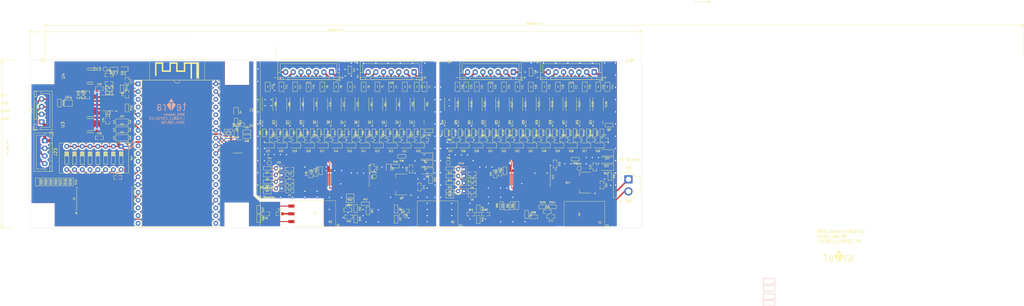
<source format=kicad_pcb>
(kicad_pcb (version 20240108) (generator "pcbnew") (generator_version "8.0")
  (layers (0 "F.Cu" signal) (31 "B.Cu" signal) (34 "B.Paste" user) (35 "F.Paste" user) (36 "B.SilkS" user "B.Silkscreen") (37 "F.SilkS" user "F.Silkscreen") (38 "B.Mask" user) (39 "F.Mask" user) (44 "Edge.Cuts" user))
  (net 0 "")
  (net 1 "+3V3")
  (net 2 "GND")
  (net 3 "+5V")
  (net 4 "Net-(C30-Pad2)")
  (net 5 "Net-(U11-V+)")
  (net 6 "Net-(D1-A)")
  (net 7 "/CAN/CAN_L")
  (net 8 "Net-(U11-Vref1)")
  (net 9 "Net-(U12-Vref1)")
  (net 10 "Net-(U12-V+)")
  (net 11 "/MCU/IP")
  (net 12 "/MCU/NRST")
  (net 13 "Net-(Q10-G)")
  (net 14 "Net-(Q10-D)")
  (net 15 "/Slaves/LTC6811_1/Vref2")
  (net 16 "/MCU/IM")
  (net 17 "/Slaves/LTC6811_1/Vreg")
  (net 18 "Net-(C41-Pad1)")
  (net 19 "Net-(U12-ISOMD)")
  (net 20 "Net-(U12-WDT)")
  (net 21 "Net-(U12-DTEN)")
  (net 22 "Net-(U12-IBIAS)")
  (net 23 "Net-(U12-ICMP)")
  (net 24 "Net-(Q3-D)")
  (net 25 "Net-(Q3-G)")
  (net 26 "/MCU/HSPI_SCK")
  (net 27 "Net-(Q4-D)")
  (net 28 "Net-(Q4-G)")
  (net 29 "Net-(Q5-D)")
  (net 30 "Net-(Q5-G)")
  (net 31 "Net-(Q6-D)")
  (net 32 "Net-(Q6-G)")
  (net 33 "/Slaves/MB")
  (net 34 "Net-(Q11-D)")
  (net 35 "Net-(Q11-G)")
  (net 36 "Net-(Q12-D)")
  (net 37 "Net-(Q12-G)")
  (net 38 "Net-(Q13-D)")
  (net 39 "Net-(Q13-G)")
  (net 40 "/Slaves/PB")
  (net 41 "Net-(Q7-D)")
  (net 42 "Net-(Q7-G)")
  (net 43 "Net-(Q8-D)")
  (net 44 "Net-(Q8-G)")
  (net 45 "Net-(Q9-D)")
  (net 46 "Net-(Q9-G)")
  (net 49 "/MCU/INTB")
  (net 50 "/MCU/HSPI_MISO")
  (net 51 "/MCU/HSPI_MOSI")
  (net 52 "Net-(D4-A)")
  (net 53 "/CAN/CAN_H")
  (net 54 "Net-(D9-K)")
  (net 55 "Net-(D25-K)")
  (net 56 "GND_PACK")
  (net 57 "/CAN/RXD")
  (net 58 "/CAN/TXD")
  (net 59 "Net-(Q2-G)")
  (net 60 "Net-(Q2-D)")
  (net 61 "Net-(Q15-D)")
  (net 62 "Net-(Q15-G)")
  (net 63 "Net-(Q16-G)")
  (net 64 "Net-(Q16-D)")
  (net 65 "Net-(Q17-G)")
  (net 66 "Net-(Q17-D)")
  (net 67 "Net-(Q18-G)")
  (net 68 "Net-(Q18-D)")
  (net 69 "Net-(Q19-D)")
  (net 70 "Net-(Q19-G)")
  (net 71 "Net-(Q20-D)")
  (net 72 "Net-(Q20-G)")
  (net 73 "Net-(Q21-D)")
  (net 74 "Net-(Q21-G)")
  (net 75 "Net-(Q22-G)")
  (net 76 "Net-(Q22-D)")
  (net 77 "Net-(Q23-G)")
  (net 78 "Net-(Q23-D)")
  (net 79 "Net-(Q24-D)")
  (net 80 "Net-(Q24-G)")
  (net 81 "Net-(Q25-G)")
  (net 82 "Net-(Q25-D)")
  (net 83 "Net-(Q26-D)")
  (net 84 "Net-(Q26-G)")
  (net 85 "/Slaves/LTC6811_1/T2")
  (net 86 "/Slaves/LTC6811_1/T3")
  (net 87 "/Slaves/LTC6811_1/T4")
  (net 88 "/Slaves/LTC6811_1/T5")
  (net 89 "/Slaves/LTC6811_1/T1")
  (net 90 "/Slaves/LTC6811_1/cell12/C")
  (net 91 "Net-(U11-IBIAS)")
  (net 92 "Net-(U11-ICMP)")
  (net 93 "Net-(U11-ISOMD)")
  (net 94 "Net-(U11-WDT)")
  (net 95 "Net-(U11-DTEN)")
  (net 96 "/Slaves/LTC6811_1/cell11/C")
  (net 97 "/Slaves/LTC6811_1/cell10/C")
  (net 98 "/Slaves/LTC6811_1/cell10/CM")
  (net 101 "/Slaves/LTC6811_1/cell8/C")
  (net 102 "/Slaves/LTC6811_1/cell7/C")
  (net 103 "/Slaves/LTC6811_1/cell6/C")
  (net 104 "/Slaves/LTC6811_1/cell5/C")
  (net 105 "/Slaves/LTC6811_1/cell4/C")
  (net 106 "/Slaves/LTC6811_1/cell3/C")
  (net 107 "/Slaves/LTC6811_1/cell2/C")
  (net 108 "/Slaves/LTC6811_1/cell1/C")
  (net 109 "/Slaves/LTC6811_2/Vref2")
  (net 110 "/Slaves/LTC6811_2/Vreg")
  (net 111 "Net-(C67-Pad1)")
  (net 112 "/Slaves/LTC6811_2/T2")
  (net 113 "/Slaves/LTC6811_2/T3")
  (net 114 "/Slaves/LTC6811_2/T4")
  (net 115 "/Slaves/LTC6811_2/T5")
  (net 116 "/Slaves/LTC6811_2/T1")
  (net 117 "/Slaves/LTC6811_2/cell12/C")
  (net 118 "/Slaves/LTC6811_2/cell11/C")
  (net 119 "/Slaves/LTC6811_2/cell10/C")
  (net 120 "/Slaves/LTC6811_2/cell10/CM")
  (net 121 "/Slaves/LTC6811_2/cell8/C")
  (net 122 "/Slaves/LTC6811_2/cell7/C")
  (net 123 "/Slaves/LTC6811_2/cell6/C")
  (net 124 "/Slaves/LTC6811_2/cell5/C")
  (net 125 "/Slaves/LTC6811_2/cell4/C")
  (net 126 "/Slaves/LTC6811_2/cell3/C")
  (net 127 "/Slaves/LTC6811_2/cell2/C")
  (net 128 "/Slaves/LTC6811_2/cell1/C")
  (net 129 "/Slaves/LTC6811_1/BAT+")
  (net 130 "/Slaves/LTC6811_2/BAT+")
  (net 131 "/Slaves/LTC6811_1/cell12/C+")
  (net 132 "/Slaves/LTC6811_1/C12")
  (net 133 "/Slaves/LTC6811_1/cell11/C+")
  (net 134 "/Slaves/LTC6811_1/C11")
  (net 135 "/Slaves/LTC6811_1/C10")
  (net 136 "/Slaves/LTC6811_1/cell10/C+")
  (net 137 "/Slaves/LTC6811_1/C9")
  (net 138 "/Slaves/LTC6811_1/cell10/C-")
  (net 139 "/Slaves/LTC6811_1/cell8/C+")
  (net 140 "/Slaves/LTC6811_1/C8")
  (net 141 "/Slaves/LTC6811_1/C7")
  (net 142 "/Slaves/LTC6811_1/cell7/C+")
  (net 143 "/Slaves/LTC6811_1/C6")
  (net 144 "/Slaves/LTC6811_1/cell6/C+")
  (net 145 "/Slaves/LTC6811_1/C5")
  (net 146 "/Slaves/LTC6811_1/cell5/C+")
  (net 147 "/Slaves/LTC6811_1/C4")
  (net 148 "/Slaves/LTC6811_1/cell4/C+")
  (net 149 "/Slaves/LTC6811_1/C3")
  (net 150 "/Slaves/LTC6811_1/cell3/C+")
  (net 151 "/Slaves/LTC6811_1/cell2/C+")
  (net 152 "/Slaves/LTC6811_1/C2")
  (net 153 "/Slaves/LTC6811_1/cell1/C+")
  (net 154 "/Slaves/LTC6811_1/C1")
  (net 155 "/Slaves/LTC6811_1/C1_G")
  (net 156 "/Slaves/LTC6811_2/C12")
  (net 157 "/Slaves/LTC6811_2/cell12/C+")
  (net 158 "/Slaves/LTC6811_2/C11")
  (net 159 "/Slaves/LTC6811_2/cell11/C+")
  (net 160 "/Slaves/LTC6811_2/C10")
  (net 161 "/Slaves/LTC6811_2/cell10/C+")
  (net 162 "/Slaves/LTC6811_2/cell10/C-")
  (net 163 "/Slaves/LTC6811_2/C9")
  (net 164 "/Slaves/LTC6811_2/C8")
  (net 165 "/Slaves/LTC6811_2/cell8/C+")
  (net 166 "/Slaves/LTC6811_2/cell7/C+")
  (net 167 "/Slaves/LTC6811_2/C7")
  (net 168 "/Slaves/LTC6811_2/cell6/C+")
  (net 169 "/Slaves/LTC6811_2/C6")
  (net 170 "/Slaves/LTC6811_2/cell5/C+")
  (net 171 "/Slaves/LTC6811_2/C5")
  (net 172 "/Slaves/LTC6811_2/C4")
  (net 173 "/Slaves/LTC6811_2/cell4/C+")
  (net 174 "/Slaves/LTC6811_2/C3")
  (net 175 "/Slaves/LTC6811_2/cell3/C+")
  (net 176 "/Slaves/LTC6811_2/C2")
  (net 177 "/Slaves/LTC6811_2/cell2/C+")
  (net 178 "/Slaves/LTC6811_2/C1")
  (net 179 "/Slaves/LTC6811_2/cell1/C+")
  (net 180 "/Slaves/LTC6811_2/C1_G")
  (net 181 "/Slaves/LTC6811_1/DRIVE")
  (net 182 "/Slaves/LTC6811_2/DRIVE")
  (net 183 "Net-(U9-ICMP)")
  (net 184 "Net-(U9-IBIAS)")
  (net 185 "/Slaves/LTC6811_1/IPB")
  (net 186 "/Slaves/LTC6811_1/IMB")
  (net 187 "/Slaves/LTC6811_1/cell12/S")
  (net 188 "/Slaves/LTC6811_1/cell11/S")
  (net 189 "/Slaves/LTC6811_1/cell10/S")
  (net 190 "/Slaves/LTC6811_1/cell9/S")
  (net 191 "/Slaves/LTC6811_1/cell8/S")
  (net 192 "/Slaves/LTC6811_1/cell7/S")
  (net 193 "/Slaves/LTC6811_1/cell6/S")
  (net 194 "/Slaves/LTC6811_1/cell5/S")
  (net 195 "/Slaves/LTC6811_1/cell4/S")
  (net 196 "/Slaves/LTC6811_1/cell3/S")
  (net 197 "/Slaves/LTC6811_1/cell2/S")
  (net 198 "/Slaves/LTC6811_1/cell1/S")
  (net 199 "/Slaves/LTC6811_2/IPB")
  (net 200 "/Slaves/LTC6811_2/IMB")
  (net 201 "/Slaves/LTC6811_2/cell12/S")
  (net 202 "/Slaves/LTC6811_2/cell11/S")
  (net 203 "/Slaves/LTC6811_2/cell10/S")
  (net 204 "/Slaves/LTC6811_2/cell9/S")
  (net 205 "/Slaves/LTC6811_2/cell8/S")
  (net 206 "/Slaves/LTC6811_2/cell7/S")
  (net 207 "/Slaves/LTC6811_2/cell6/S")
  (net 208 "/Slaves/LTC6811_2/cell5/S")
  (net 209 "/Slaves/LTC6811_2/cell4/S")
  (net 210 "/Slaves/LTC6811_2/cell3/S")
  (net 211 "/Slaves/LTC6811_2/cell2/S")
  (net 212 "/Slaves/LTC6811_2/cell1/S")
  (net 222 "/MCU/5V")
  (net 236 "Net-(C45-Pad1)")
  (net 237 "Net-(C70-Pad1)")
  (net 238 "Net-(C73-Pad2)")
  (net 239 "/Slaves/LTC6811_2/IMA")
  (net 240 "/Slaves/LTC6811_2/IPA")
  (net 241 "Net-(C24-Pad1)")
  (net 242 "Net-(C26-Pad1)")
  (net 243 "Net-(C74-Pad1)")
  (net 244 "Net-(C50-Pad1)")
  (net 247 "/MCU/INTA")
  (net 254 "/MCU/HSPI_CS")
  (net 255 "/MCU/VSPI_MISO")
  (net 256 "/MCU/VSPI_MOSI")
  (net 257 "/MCU/VSPI_CS")
  (net 258 "/MCU/VSPI_SCK")
  (net 259 "Net-(JP1-C)")
  (net 260 "Net-(JP2-C)")
  (net 261 "Net-(JP3-C)")
  (net 262 "Net-(U1-GPA0)")
  (net 263 "Net-(U1-GPA1)")
  (net 264 "Net-(U1-GPA2)")
  (net 265 "Net-(U1-GPA3)")
  (net 266 "Net-(U1-GPA4)")
  (net 267 "Net-(U1-GPA5)")
  (net 268 "Net-(U1-GPA6)")
  (net 269 "Net-(U1-GPA7)")
  (net 271 "Net-(C69-Pad1)")
  (net 272 "/Slaves/LTC6811_1/IPA")
  (net 273 "/Slaves/LTC6811_1/IMA")
  (net 275 "/PowerSupply/+12V")
  (net 276 "Net-(C29-Pad2)")
  (net 277 "Net-(JP4-B)")
  (footprint "RF_Module:ESP32-DevKitc V4_DIP-38_27.9mm×48.2mm" (layer "F.Cu") (at 69.095 169.811928)
    (property "Reference" "U8" (hide yes))
    (property "Value" "ESP32-DevKitC V4" (hide yes))
  )
  (footprint "LED_SMD:LED_0603_1608Metric" (layer "F.Cu") (at 190.9 162.7 90)
    (property "Reference" "D25")
    (property "Value" "LED Red")
  )
  (footprint "Resistor_SMD:R_0603_1608Metric" (layer "F.Cu") (at 175.65 138.9 90)
    (property "Reference" "R138")
    (property "Value" "3.3K")
  )
  (footprint "Resistor_SMD:R_0603_1608Metric" (layer "F.Cu") (at 224.6 153.1 -90)
    (property "Reference" "R91")
    (property "Value" "100R")
  )
  (footprint "Resistor_SMD:R_0603_1608Metric" (layer "F.Cu") (at 112.6 156.6 180)
    (property "Reference" "R4")
    (property "Value" "10K")
  )
  (footprint "Capacitor_SMD:C_0603_1608Metric" (layer "F.Cu") (at 179.605 154 180)
    (property "Reference" "C9")
    (property "Value" "100nF/100V")
  )
  (footprint "Fuse:Fuse_0805_2012Metric" (layer "F.Cu") (at 126.1 123.8 -90)
    (property "Reference" "F10")
    (property "Value" "MPZ2012S102ATD25")
  )
  (footprint "Jumper:SolderJumper-3_P1.3mm_Open_Pad1.0x1.5mm_NumberLabels" (layer "F.Cu") (at 65.1 135.3)
    (property "Reference" "JP3")
    (property "Value" "SolderJumper_3_Bridged12")
  )
  (footprint "Capacitor_SMD:C_0603_1608Metric" (layer "F.Cu") (at 191.975 141.2)
    (property "Reference" "C84")
    (property "Value" "100nF/100V")
  )
  (footprint "Resistor_SMD:R_0603_1608Metric" (layer "F.Cu") (at 154.7 163.825 -90)
    (property "Reference" "R2")
    (property "Value" "49.9R")
  )
  (footprint "Diode_SMD:D_SOD-323_HandSoldering" (layer "F.Cu") (at 144.05 143 180)
    (property "Reference" "D14")
    (property "Value" "PDZ7.5B")
  )
  (footprint "Fuse:Fuse_0805_2012Metric" (layer "F.Cu") (at 148.6 123.8 -90)
    (property "Reference" "F5")
    (property "Value" "MPZ2012S102ATD25")
  )
  (footprint "Capacitor_SMD:C_0603_1608Metric" (layer "F.Cu") (at 60.4 134.675 90)
    (property "Reference" "C34")
    (property "Value" "1uF/25V")
  )
  (footprint "Fuse:Fuse_0805_2012Metric" (layer "F.Cu") (at 203.2 123.8 -90)
    (property "Reference" "F19")
    (property "Value" "MPZ2012S102ATD25")
  )
  (footprint "Capacitor_SMD:C_0603_1608Metric" (layer "F.Cu") (at 114.6 141.2)
    (property "Reference" "C62")
    (property "Value" "100nF/100V")
  )
  (footprint "Capacitor_SMD:C_0603_1608Metric" (layer "F.Cu") (at 60.825 119.9)
    (property "Reference" "C35")
    (property "Value" "1uF/25V")
  )
  (footprint "Resistor_SMD:R_0603_1608Metric" (layer "F.Cu") (at 154.5 149.8)
    (property "Reference" "R48")
    (property "Value" "1.2K")
  )
  (footprint "Resistor_SMD:R_2512_6332Metric" (layer "F.Cu") (at 198.8 129.5 -90)
    (property "Reference" "R121")
    (property "Value" "36R 1W 2512")
  )
  (footprint "Resistor_SMD:R_2512_6332Metric" (layer "F.Cu") (at 112.725 129.5 -90)
    (property "Reference" "R88")
    (property "Value" "36R 1W 2512")
  )
  (footprint "Package_TO_SOT_SMD:TO252-3_ROM" (layer "F.Cu") (at 50.1436 120.299999 90)
    (property "Reference" "U4")
    (property "Value" "BD50FC0FP-E2")
  )
  (footprint "Capacitor_SMD:C_0603_1608Metric" (layer "F.Cu") (at 119.954962 150.8125 180)
    (property "Reference" "C5")
    (property "Value" "100nF/100V")
  )
  (footprint "TestPoint:TestPoint_Pad_D1.0mm" (layer "F.Cu") (at 147.6 153.2)
    (property "Reference" "TP3")
    (property "Value" "Vreg")
  )
  (footprint "Resistor_THT:R_Axial_DIN0204_L3.6mm_D1.6mm_P1.90mm_Vertical" (layer "F.Cu") (at 174.995 155.3)
    (property "Reference" "TH8")
    (property "Value" "10K NTC")
  )
  (footprint "Resistor_SMD:R_0603_1608Metric" (layer "F.Cu") (at 181.6 163.775 -90)
    (property "Reference" "R49")
    (property "Value" "49.9R")
  )
  (footprint "Resistor_SMD:R_0603_1608Metric" (layer "F.Cu") (at 197.7 138.9 90)
    (property "Reference" "R123")
    (property "Value" "3.3K")
  )
  (footprint "Resistor_SMD:R_2512_6332Metric" (layer "F.Cu") (at 212 129.5 -90)
    (property "Reference" "R112")
    (property "Value" "36R 1W 2512")
  )
  (footprint "TestPoint:TestPoint_Pad_D1.0mm" (layer "F.Cu") (at 113.3 148.7)
    (property "Reference" "TP4")
    (property "Value" "Vref2")
  )
  (footprint "Capacitor_SMD:C_0603_1608Metric" (layer "F.Cu") (at 63.7 153.5)
    (property "Reference" "C68")
    (property "Value" "100nF/100V")
  )
  (footprint "Capacitor_SMD:C_0603_1608Metric" (layer "F.Cu") (at 147 150.375 -90)
    (property "Reference" "C37")
    (property "Value" "100nF/100V")
  )
  (footprint "Diode_SMD:D_SOD-323_HandSoldering" (layer "F.Cu") (at 172.55 143 180)
    (property "Reference" "D37")
    (property "Value" "PDZ7.5B")
  )
  (footprint "Resistor_SMD:R_0603_1608Metric" (layer "F.Cu") (at 111.675 138.9 90)
    (property "Reference" "R90")
    (property "Value" "3.3K")
  )
  (footprint "Diode_SMD:D_SOD-323_HandSoldering" (layer "F.Cu") (at 157.55 143 180)
    (property "Reference" "D11")
    (property "Value" "PDZ7.5B")
  )
  (footprint "Resistor_SMD:R_0603_1608Metric" (layer "F.Cu") (at 152 138.9 90)
    (property "Reference" "R63")
    (property "Value" "3.3K")
  )
  (footprint "Capacitor_SMD:C_0603_1608Metric" (layer "F.Cu") (at 119.1 141.2)
    (property "Reference" "C61")
    (property "Value" "100nF/100V")
  )
  (footprint "Resistor_SMD:R_2512_6332Metric" (layer "F.Cu") (at 181.15 129.5 -90)
    (property "Reference" "R133")
    (property "Value" "36R 1W 2512")
  )
  (footprint "Resistor_SMD:R_0603_1608Metric" (layer "F.Cu") (at 206.5 138.9 90)
    (property "Reference" "R117")
    (property "Value" "3.3K")
  )
  (footprint "Library:R_0603_1608Metric" (layer "F.Cu") (at 139.6 118.3 -90)
    (property "Reference" "TH1")
    (property "Value" "10K NTC SMD")
  )
  (footprint "MountingHole:MountingHole_3.2mm_M3_ISO7380" (layer "F.Cu") (at 230.9 119.1)
    (property "Reference" "J19")
    (property "Value" "Hole /NC")
  )
  (footprint "Capacitor_SMD:C_0603_1608Metric" (layer "F.Cu") (at 179.6 152.3 180)
    (property "Reference" "C10")
    (property "Value" "100nF/100V")
  )
  (footprint "Capacitor_SMD:C_0603_1608Metric" (layer "F.Cu") (at 179.6 157.7 180)
    (property "Reference" "C7")
    (property "Value" "100nF/100V")
  )
  (footprint "Transformer_SMD:HM2108NL" (layer "F.Cu") (at 168.3 165.5 90)
    (property "Reference" "TR3")
    (property "Value" "HM2108NL")
  )
  (footprint "Resistor_SMD:R_0603_1608Metric" (layer "F.Cu") (at 138.5 138.9 90)
    (property "Reference" "R72")
    (property "Value" "3.3K")
  )
  (footprint "Diode_SMD:D_SOD-123F" (layer "F.Cu") (at 164.675 151.3 180)
    (property "Reference" "D8")
    (property "Value" "BZT52H-C62")
  )
  (footprint "Resistor_SMD:R_0603_1608Metric" (layer "F.Cu") (at 66.7 130.7 -90)
    (property "Reference" "R152")
    (property "Value" "120R")
  )
  (footprint "Package_TO_SOT_SMD:SOT-23" (layer "F.Cu") (at 181.15 135.4 90)
    (property "Reference" "Q24")
    (property "Value" "TSM2323")
  )
  (footprint "Resistor_SMD:R_0603_1608Metric" (layer "F.Cu") (at 199.7 166.4)
    (property "Reference" "R98")
    (property "Value" "1K")
  )
  (footprint "Capacitor_SMD:C_0603_1608Metric" (layer "F.Cu") (at 157 166.1)
    (property "Reference" "C24")
    (property "Value" "10nF/100V")
  )
  (footprint "Capacitor_SMD:C_0603_1608Metric" (layer "F.Cu") (at 116.8 165.4)
    (property "Reference" "C29")
    (property "Value" "10nF/100V")
  )
  (footprint "Resistor_SMD:R_2512_6332Metric" (layer "F.Cu") (at 203.2 129.5 -90)
    (property "Reference" "R118")
    (property "Value" "36R 1W 2512")
  )
  (footprint "Package_TO_SOT_SMD:SOT-23" (layer "F.Cu") (at 135.1 135.4 90)
    (property "Reference" "Q8")
    (property "Value" "TSM2323")
  )
  (footprint "Button_Switch_THT:SW_DIP_SPSTx08_Slide_9.78x22.5mm_W7.62mm_P2.54mm" (layer "F.Cu") (at 64.8 143.3325 -90)
    (property "Reference" "SW1")
    (property "Value" "SW_DIP_x08")
  )
  (footprint "Resistor_SMD:R_0603_1608Metric" (layer "F.Cu") (at 130 151.3 90)
    (property "Reference" "R45")
    (property "Value" "0")
  )
  (footprint "Capacitor_SMD:C_0603_1608Metric" (layer "F.Cu") (at 119.954962 156.2 180)
    (property "Reference" "C2")
    (property "Value" "100nF/100V")
  )
  (footprint "Diode_SMD:D_SOD-323_HandSoldering" (layer "F.Cu") (at 176.7 143 180)
    (property "Reference" "D36")
    (property "Value" "PDZ7.5B")
  )
  (footprint "Resistor_SMD:R_0603_1608Metric" (layer "F.Cu") (at 191.2 138.9 90)
    (property "Reference" "R128")
    (property "Value" "100R")
  )
  (footprint "Resistor_SMD:R_0603_1608Metric" (layer "F.Cu") (at 143 138.9 90)
    (property "Reference" "R69")
    (property "Value" "3.3K")
  )
  (footprint "Package_TO_SOT_SMD:SOT-23" (layer "F.Cu") (at 157.6 135.4 90)
    (property "Reference" "Q3")
    (property "Value" "TSM2323")
  )
  (footprint "Resistor_SMD:R_0603_1608Metric" (layer "F.Cu") (at 166 154.2 -90)
    (property "Reference" "R40")
    (property "Value" "100R")
  )
  (footprint "TestPoint:TestPoint_Pad_D1.0mm" (layer "F.Cu") (at 104.5 136.2)
    (property "Reference" "TP2" (hide yes))
    (property "Value" "3V3")
  )
  (footprint "Resistor_SMD:R_0603_1608Metric" (layer "F.Cu") (at 161.2 138.9 90)
    (property "Reference" "R57")
    (property "Value" "3.3K")
  )
  (footprint "Resistor_SMD:R_0603_1608Metric" (layer "F.Cu") (at 172.3 153 180)
    (property "Reference" "R11")
    (property "Value" "10K")
  )
  (footprint "Resistor_SMD:R_2512_6332Metric" (layer "F.Cu") (at 148.6 129.5 -90)
    (property "Reference" "R64")
    (property "Value" "36R 1W 2512")
  )
  (footprint "Resistor_SMD:R_0603_1608Metric" (layer "F.Cu") (at 192.6 162.7125 90)
    (property "Reference" "R94")
    (property "Value" "0")
  )
  (footprint "Resistor_SMD:R_0603_1608Metric" (layer "F.Cu") (at 141.5 163.7 -90)
    (property "Reference" "R32")
    (property "Value" "51R")
  )
  (footprint "Resistor_SMD:R_0603_1608Metric" (layer "F.Cu") (at 113.825 138.9 90)
    (property "Reference" "R89")
    (property "Value" "100R")
  )
  (footprint "Capacitor_SMD:C_0603_1608Metric" (layer "F.Cu") (at 183.125 141.2)
    (property "Reference" "C86")
    (property "Value" "100nF/100V")
  )
  (footprint "Resistor_SMD:R_0603_1608Metric" (layer "F.Cu") (at 48.6 154.975 -90)
    (property "Reference" "R151")
    (property "Value" "10K")
  )
  (footprint "Capacitor_SMD:C_0603_1608Metric" (layer "F.Cu") (at 139.225 166.4 180)
    (property "Reference" "C50")
    (property "Value" "10nF/100V")
  )
  (footprint "Capacitor_SMD:C_0603_1608Metric" (layer "F.Cu") (at 99.15 139 -90)
    (property "Reference" "C31")
    (property "Value" "1uF/25V")
  )
  (footprint "Resistor_SMD:R_2512_6332Metric" (layer "F.Cu") (at 144.1 129.5 -90)
    (property "Reference" "R67")
    (property "Value" "36R 1W 2512")
  )
  (footprint "Package_TO_SOT_SMD:SOT-23" (layer "F.Cu") (at 148.6 135.4 90)
    (property "Reference" "Q5")
    (property "Value" "TSM2323")
  )
  (footprint "Fuse:Fuse_0805_2012Metric" (layer "F.Cu") (at 185.6 123.8 -90)
    (property "Reference" "F23")
    (property "Value" "MPZ2012S102ATD25")
  )
  (footprint "Capacitor_SMD:C_0603_1608Metric" (layer "F.Cu") (at 184 165.5)
    (property "Reference" "C70")
    (property "Value" "10nF/100V")
  )
  (footprint "Package_TO_SOT_SMD:SOT-23" (layer "F.Cu") (at 121.7 135.4 90)
    (property "Reference" "Q11")
    (property "Value" "TSM2323")
  )
  (footprint "Resistor_SMD:R_0603_1608Metric" (layer "F.Cu") (at 172.3 155.3 180)
    (property "Reference" "R10")
    (property "Value" "10K")
  )
  (footprint "Capacitor_SMD:C_0603_1608Metric" (layer "F.Cu") (at 138.9 164.1)
    (property "Reference" "C69")
    (property "Value" "10nF/100V")
  )
  (footprint "Package_TO_SOT_SMD:SOT-23" (layer "F.Cu") (at 176.75 135.4 90)
    (property "Reference" "Q25")
    (property "Value" "TSM2323")
  )
  (footprint "Fuse:Fuse_0805_2012Metric" (layer "F.Cu") (at 220.8 123.8 -90)
    (property "Reference" "F15")
    (property "Value" "MPZ2012S102ATD25")
  )
  (footprint "Resistor_SMD:R_0603_1608Metric" (layer "F.Cu") (at 172.3 158 180)
    (property "Reference" "R9")
    (property "Value" "10K")
  )
  (footprint "Resistor_THT:R_Axial_DIN0204_L3.6mm_D1.6mm_P1.90mm_Vertical" (layer "F.Cu") (at 115.395 154.9)
    (property "Reference" "TH3")
    (property "Value" "10K NTC")
  )
  (footprint "Capacitor_SMD:C_0603_1608Metric" (layer "F.Cu") (at 200.775 141.2)
    (property "Reference" "C82")
    (property "Value" "100nF/100V")
  )
  (footprint "Capacitor_SMD:C_0603_1608Metric" (layer "F.Cu") (at 146.075 141.2)
    (property "Reference" "C55")
    (property "Value" "100nF/100V")
  )
  (footprint "Resistor_SMD:R_0603_1608Metric" (layer "F.Cu") (at 112.6 150.5 180)
    (property "Reference" "R7")
    (property "Value" "10K")
  )
  (footprint "Fuse:Fuse_0805_2012Metric" (layer "F.Cu") (at 161.5 123.8 -90)
    (property "Reference" "F2")
    (property "Value" "MPZ2012S102ATD25")
  )
  (footprint "Package_TO_SOT_SMD:SOT-23" (layer "F.Cu") (at 203.2 135.4 90)
    (property "Reference" "Q19")
    (property "Value" "TSM2323")
  )
  (footprint "Resistor_SMD:R_0603_1608Metric" (layer "F.Cu") (at 136.3 138.9 90)
    (property "Reference" "R74")
    (property "Value" "100R")
  )
  (footprint "Package_TO_SOT_SMD:SOT-23" (layer "F.Cu") (at 162.3 135.4 90)
    (property "Reference" "Q2")
    (property "Value" "TSM2323")
  )
  (footprint "Capacitor_SMD:C_0603_1608Metric" (layer "F.Cu") (at 141.575 141.2)
    (property "Reference" "C56")
    (property "Value" "100nF/100V")
  )
  (footprint "Package_SO:TSSOP-48_6.1x12.5mm_P0.5mm" (layer "F.Cu") (at 139.6 153.3 -90)
    (property "Reference" "U11")
    (property "Value" "LTC6811HG-1")
  )
  (footprint "Capacitor_SMD:C_0603_1608Metric" (layer "F.Cu") (at 159.6 150.7 90)
    (property "Reference" "C40")
    (property "Value" "4.7uF/16V")
  )
  (footprint "Capacitor_SMD:C_0603_1608Metric" (layer "F.Cu") (at 128.075 141.2)
    (property "Reference" "C59")
    (property "Value" "100nF/100V")
  )
  (footprint "Resistor_SMD:R_0603_1608Metric" (layer "F.Cu") (at 217.6 138.9 90)
    (property "Reference" "R110")
    (property "Value" "100R")
  )
  (footprint "Fuse:Fuse_0805_2012Metric" (layer "F.Cu") (at 223.8 123.8 -90)
    (property "Reference" "F14")
    (property "Value" "MPZ2012S102ATD25")
  )
  (footprint "Fuse:Fuse_0805_2012Metric" (layer "F.Cu") (at 135.1 123.8 -90)
    (property "Reference" "F8")
    (property "Value" "MPZ2012S102ATD25")
  )
  (footprint "Fuse:Fuse_0805_2012Metric" (layer "F.Cu") (at 139.6 123.8 -90)
    (property "Reference" "F7")
    (property "Value" "MPZ2012S102ATD25")
  )
  (footprint "Resistor_SMD:R_0603_1608Metric" (layer "F.Cu") (at 189.2 162.6875 90)
    (property "Reference" "R99")
    (property "Value" "1.2K")
  )
  (footprint "Capacitor_SMD:C_0603_1608Metric" (layer "F.Cu") (at 196.375 141.2)
    (property "Reference" "C83")
    (property "Value" "100nF/100V")
  )
  (footprint "Diode_SMD:D_SOD-323_HandSoldering" (layer "F.Cu") (at 216.35 143 180)
    (property "Reference" "D27")
    (property "Value" "PDZ7.5B")
  )
  (footprint "Package_TO_SOT_SMD:SOT-23" (layer "F.Cu") (at 130.6 135.4 90)
    (property "Reference" "Q9")
    (property "Value" "TSM2323")
  )
  (footprint "Package_TO_SOT_SMD:SOT-23" (layer "F.Cu") (at 198.8 135.4 90)
    (property "Reference" "Q20")
    (property "Value" "TSM2323")
  )
  (footprint "Diode_SMD:D_SOD-323_HandSoldering" (layer "F.Cu") (at 194.35 143 180)
    (property "Reference" "D32")
    (property "Value" "PDZ7.5B")
  )
  (footprint "Capacitor_SMD:C_0603_1608Metric" (layer "F.Cu") (at 123.575 141.2)
    (property "Reference" "C60")
    (property "Value" "100nF/100V")
  )
  (footprint "Resistor_SMD:R_2512_6332Metric" (layer "F.Cu") (at 176.75 129.5 -90)
    (property "Reference" "R136")
    (property "Value" "36R 1W 2512")
  )
  (footprint "Diode_SMD:D_SOD-323_HandSoldering" (layer "F.Cu") (at 220.75 143 180)
    (property "Reference" "D26")
    (property "Value" "PDZ7.5B")
  )
  (footprint "Resistor_SMD:R_0603_1608Metric" (layer "F.Cu") (at 205.8 163.1)
    (property "Reference" "R154")
    (property "Value" "51R")
  )
  (footprint "Resistor_SMD:R_0603_1608Metric" (layer "F.Cu") (at 122.8 138.9 90)
    (property "Reference" "R83")
    (property "Value" "100R")
  )
  (footprint "Symbol:teTra-LOGO" (layer "F.Cu") (at 299.5 179.2)
    (property "Reference" "LOGO1" (hide yes))
    (property "Value" "teTra /NC" (hide yes))
  )
  (footprint "Capacitor_SMD:C_0603_1608Metric" (layer "F.Cu") (at 188.7 151.7 90)
    (property "Reference" "C65")
    (property "Value" "1uF/25V")
  )
  (footprint "Resistor_SMD:R_0603_1608Metric" (layer "F.Cu") (at 43.8 154.975 -90)
    (property "Reference" "R144")
    (property "Value" "10K")
  )
  (footprint "Package_TO_SOT_SMD:SOT-23" (layer "F.Cu") (at 117.225 135.4 90)
    (property "Reference" "Q12")
    (property "Value" "TSM2323")
  )
  (footprint "Diode_SMD:D_SOD-323_HandSoldering" (layer "F.Cu") (at 148.55 143 180)
    (property "Reference" "D13")
    (property "Value" "PDZ7.5B")
  )
  (footprint "Resistor_SMD:R_0603_1608Metric" (layer "F.Cu") (at 139.7 159.5 180)
    (property "Reference" "R44")
    (property "Value" "1M")
  )
  (footprint "Resistor_THT:R_Axial_DIN0204_L3.6mm_D1.6mm_P1.90mm_Vertical" (layer "F.Cu") (at 174.995 153)
    (property "Reference" "TH9")
    (property "Value" "10K NTC")
  )
  (footprint "Capacitor_SMD:C_0603_1608Metric" (layer "F.Cu") (at 174.275 141.2)
    (property "Reference" "C88")
    (property "Value" "100nF/100V")
  )
  (footprint "Capacitor_SMD:C_0603_1608Metric" (layer "F.Cu") (at 219.7 150.025 90)
    (property "Reference" "C42")
    (property "Value" "4.7uF/16V")
  )
  (footprint "Diode_SMD:D_SOD-323_HandSoldering" (layer "F.Cu") (at 139.55 143 180)
    (property "Reference" "D15")
    (property "Value" "PDZ7.5B")
  )
  (footprint "Resistor_THT:R_Axial_DIN0204_L3.6mm_D1.6mm_P1.90mm_Vertical" (layer "F.Cu") (at 174.995 158)
    (property "Reference" "TH7")
    (property "Value" "10K NTC")
  )
  (footprint "Capacitor_SMD:C_0603_1608Metric" (layer "F.Cu") (at 137.075 141.2)
    (property "Reference" "C57")
    (property "Value" "100nF/100V")
  )
  (footprint "Resistor_SMD:R_0603_1608Metric" (layer "F.Cu") (at 200 138.9 90)
    (property "Reference" "R122")
    (property "Value" "100R")
  )
  (footprint "Resistor_SMD:R_2512_6332Metric" (layer "F.Cu") (at 216.4 129.5 -90)
    (property "Reference" "R109")
    (property "Value" "36R 1W 2512")
  )
  (footprint "Resistor_SMD:R_0603_1608Metric" (layer "F.Cu") (at 165.5 138.2 180)
    (property "Reference" "FB1")
    (property "Value" "BLM18PG330SN1D")
  )
  (footprint "Resistor_SMD:R_0603_1608Metric" (layer "F.Cu") (at 44.6 129.1 -90)
    (property "Reference" "R153")
    (property "Value" "120R")
  )
  (footprint "TestPoint:TestPoint_Pad_D1.0mm" (layer "F.Cu") (at 59.6 118)
    (property "Reference" "TP1" (hide yes))
    (property "Value" "3V3")
  )
  (footprint "Resistor_SMD:R_0603_1608Metric" (layer "F.Cu") (at 213.3 147.5 180)
    (property "Reference" "R92")
    (property "Value" "100R")
  )
  (footprint "Resistor_SMD:R_0603_1608Metric" (layer "F.Cu") (at 127.3 138.9 90)
    (property "Reference" "R80")
    (property "Value" "100R")
  )
  (footprint "Resistor_SMD:R_0603_1608Metric" (layer "F.Cu") (at 163.25 138.9 90)
    (property "Reference" "R56")
    (property "Value" "100R")
  )
  (footprint "Resistor_SMD:R_2512_6332Metric" (layer "F.Cu") (at 157.6 129.5 -90)
    (property "Reference" "R58")
    (property "Value" "36R 1W 2512")
  )
  (footprint "Capacitor_SMD:C_0603_1608Metric" (layer "F.Cu") (at 159.575 141.2)
    (property "Reference" "C52")
    (property "Value" "100nF/100V")
  )
  (footprint "Resistor_SMD:R_0603_1608Metric" (layer "F.Cu") (at 184.5 138.9 90)
    (property "Reference" "R132")
    (property "Value" "3.3K")
  )
  (footprint "Capacitor_SMD:C_0603_1608Metric" (layer "F.Cu") (at 128.4 151.8 90)
    (property "Reference" "C39")
    (property "Value" "1uF/25V")
  )
  (footprint "Resistor_SMD:R_0603_1608Metric" (layer "F.Cu") (at 177.95 138.9 90)
    (property "Reference" "R137")
    (property "Value" "100R")
  )
  (footprint "Capacitor_SMD:C_0603_1608Metric" (layer "F.Cu") (at 57.7 124.4)
    (property "Reference" "C33")
    (property "Value" "2.2uF/25V")
  )
  (footprint "Package_SO:SOIC-28W_7.5x17.9mm_P1.27mm" (layer "F.Cu") (at 59.3 160.45 90)
    (property "Reference" "U1")
    (property "Value" "MCP23017T-E/SO")
  )
  (footprint "Capacitor_SMD:C_0603_1608Metric" (layer "F.Cu") (at 162.35 156.575 -90)
    (property "Reference" "C41")
    (property "Value" "100nF/100V")
  )
  (footprint "Capacitor_SMD:C_0603_1608Metric" (layer "F.Cu") (at 164.025 141.2)
    (property "Reference" "C51")
    (property "Value" "100nF/100V")
  )
  (footprint "Resistor_SMD:R_0603_1608Metric" (layer "F.Cu") (at 193.3 138.9 90)
    (property "Reference" "R126")
    (property "Value" "3.3K")
  )
  (footprint "Fuse:Fuse_0805_2012Metric" (layer "F.Cu") (at 194.4 123.8 -90)
    (property "Reference" "F21")
    (property "Value" "MPZ2012S102ATD25")
  )
  (footprint "Resistor_SMD:R_0603_1608Metric" (layer "F.Cu") (at 197.4 165.6 -90)
    (property "Reference" "R47")
    (property "Value" "1K")
  )
  (footprint "Package_TO_SOT_SMD:SOT-23" (layer "F.Cu") (at 212 135.4 90)
    (property "Reference" "Q17")
    (property "Value" "TSM2323")
  )
  (footprint "Capacitor_SMD:C_0603_1608Metric" (layer "F.Cu") (at 209.575 141.2)
    (property "Reference" "C80")
    (property "Value" "100nF/100V")
  )
  (footprint "Resistor_SMD:R_0603_1608Metric" (layer "F.Cu") (at 109.8 166.925 -90)
    (property "Reference" "R36")
    (property "Value" "49.9R")
  )
  (footprint "Fuse:Fuse_0805_2012Metric" (layer "F.Cu") (at 144.1 123.8 -90)
    (property "Reference" "F6")
    (property "Value" "MPZ2012S102ATD25")
  )
  (footprint "Resistor_SMD:R_0603_1608Metric" (layer "F.Cu") (at 45.4 154.975 -90)
    (property "Reference" "R148")
    (property "Value" "10K")
  )
  (footprint "Resistor_SMD:R_0603_1608Metric" (layer "F.Cu") (at 149.8 138.9 90)
    (property "Reference" "R65")
    (property "Value" "100R")
  )
  (footprint "Package_TO_SOT_SMD:SOT-23" (layer "F.Cu") (at 207.6 135.4 90)
    (property "Reference" "Q18")
    (property "Value" "TSM2323")
  )
  (footprint "Resistor_SMD:R_0603_1608Metric" (layer "F.Cu") (at 158.8 138.9 90)
    (property "Reference" "R59")
    (property "Value" "100R")
  )
  (footprint "Resistor_SMD:R_0603_1608Metric" (layer "F.Cu") (at 202.7 163.1)
    (property "Reference" "R155")
    (property "Value" "51R")
  )
  (footprint "Jumper:SolderJumper-3_P1.3mm_Open_Pad1.0x1.5mm_NumberLabels" (layer "F.Cu") (at 65.1 140.5)
    (property "Reference" "JP1")
    (property "Value" "SolderJumper_3_Bridged12")
  )
  (footprint "Resistor_SMD:R_0603_1608Metric" (layer "F.Cu") (at 144.7 162.1)
    (property "Reference" "R42")
    (property "Value" "1K")
  )
  (footprint "Fuse:Fuse_0805_2012Metric" (layer "F.Cu") (at 177.7 123.8 -90)
    (property "Reference" "F25")
    (property "Value" "MPZ2012S102ATD25")
  )
  (footprint "Fuse:Fuse_0805_2012Metric" (layer "F.Cu") (at 164 123.8 -90)
    (property "Reference" "F1")
    (property "Value" "MPZ2012S102ATD25")
  )
  (footprint "Capacitor_SMD:C_0603_1608Metric" (layer "F.Cu") (at 157.75 164.5 180)
    (property "Reference" "C26")
    (property "Value" "10nF/100V")
  )
  (footprint "Package_TO_SOT_SMD:SOT-23" (layer "F.Cu") (at 172.3 135.4 90)
    (property "Reference" "Q26")
    (property "Value" "TSM2323")
  )
  (footprint "Resistor_SMD:R_0603_1608Metric" (layer "F.Cu") (at 62.425 118 180)
    (property "Reference" "R27")
    (property "Value" "470R")
  )
  (footprint "Capacitor_SMD:C_0603_1608Metric" (layer "F.Cu") (at 222 155.975 -90)
    (property "Reference" "C67")
    (property "Value" "100nF/100V")
  )
  (footprint "Capacitor_SMD:C_0603_1608Metric" (layer "F.Cu") (at 187.575 141.2)
    (property "Reference" "C85")
    (property "Value" "100nF/100V")
  )
  (footprint "Connector_JST:JST_XH_B7B-XH-A_1x07_P2.50mm_Vertical_BAT_6S" (layer "F.Cu") (at 133.6 119 180)
    (property "Reference" "J11")
    (property "Value" "B7B-XH-A")
  )
  (footprint "Resistor_SMD:R_0603_1608Metric" (layer "F.Cu") (at 37.4 154.975 -90)
    (property "Reference" "R102")
    (property "Value" "10K")
  )
  (footprint "Capacitor_SMD:C_0603_1608Metric" (layer "F.Cu") (at 57.675 140.5)
    (property "Reference" "C20")
    (property "Value" "2.2uF/25V")
  )
  (footprint "Resistor_THT:R_Axial_DIN0204_L3.6mm_D1.6mm_P1.90mm_Vertical" (layer "F.Cu") (at 115.395 150.5)
    (property "Reference" "TH5")
    (property "Value" "10K NTC")
  )
  (footprint "Resistor_SMD:R_2512_6332Metric" (layer "F.Cu") (at 121.7 129.5 -90)
    (property "Reference" "R82")
    (property "Value" "36R 1W 2512")
  )
  (footprint "Resistor_SMD:R_0603_1608Metric" (layer "F.Cu") (at 116.2 138.9 90)
    (property "Reference" "R87")
    (property "Value" "3.3K")
  )
  (footprint "TestPoint:TestPoint_Pad_D1.0mm" (layer "F.Cu") (at 214.6 150.5)
    (property "Reference" "TP5")
    (property "Value" "Vreg")
  )
  (footprint "LED_SMD:LED_0603_1608Metric" (layer "F.Cu") (at 65.6 118 180)
    (property "Reference" "D1")
    (property "Value" "LED Red")
  )
  (footprint "Resistor_SMD:R_0603_1608Metric" (layer "F.Cu") (at 186.8 138.9 90)
    (property "Reference" "R131")
    (property "Value" "100R")
  )
  (footprint "Resistor_SMD:R_0603_1608Metric" (layer "F.Cu") (at 147.5 138.9 90)
    (property "Reference" "R66")
    (property "Value" "3.3K")
  )
  (footprint "Resistor_SMD:R_0603_1608Metric" (layer "F.Cu") (at 188.9 138.9 90)
    (property "Reference" "R129")
    (property "Value" "3.3K")
  )
  (footprint "MountingHole:MountingHole_3.2mm_M3_ISO7380" (layer "F.Cu") (at 102.6 165.7)
    (property "Reference" "J21" (hide yes))
    (property "Value" "Hole /NC")
  )
  (footprint "Package_TO_SOT_SMD:SOT-23" (layer "F.Cu") (at 139.6 135.4 90)
    (property "Reference" "Q7")
    (property "Value" "TSM2323")
  )
  (footprint "Resistor_SMD:R_0603_1608Metric" (layer "F.Cu") (at 173.5 138.9 90)
    (property "Reference" "R140")
    (property "Value" "100R")
  )
  (footprint "Capacitor_SMD:C_0603_1608Metric" (layer "F.Cu") (at 100.7 139 90)
    (property "Reference" "C32")
    (property "Value" "100nF/100V")
  )
  (footprint "Diode_SMD:D_SOD-123" (layer "F.Cu") (at 164.4 148.9 180)
    (property "Reference" "D7")
    (property "Value" "1N4148W")
  )
  (footprint "Diode_SMD:D_SOD-323_HandSoldering" (layer "F.Cu") (at 207.55 143 180)
    (property "Reference" "D29")
    (property "Value" "PDZ7.5B")
  )
  (footprint "Package_TO_SOT_SMD:SOT-23" (layer "F.Cu") (at 153.1 135.4 90)
    (property "Reference" "Q4")
    (property "Value" "TSM2323")
  )
  (footprint "Resistor_SMD:R_0603_1608Metric" (layer "F.Cu") (at 181.6 167.275 -90)
    (property "Reference" "R46")
    (property "Value" "49.9R")
  )
  (footprint "Package_TO_SOT_SMD:SOT-23" (layer "F.Cu") (at 185.6 135.4 90)
    (property "Reference" "Q23")
    (property "Value" "TSM2323")
  )
  (footprint "Capacitor_SMD:C_0603_1608Metric" (layer "F.Cu") (at 179.6 155.5 180)
    (property "Reference" "C8")
    (property "Value" "100nF/100V")
  )
  (footprint "Package_TO_SOT_SMD:SOT-23" (layer "F.Cu") (at 126.1 135.4 90)
    (property "Reference" "Q10")
    (property "Value" "TSM2323")
  )
  (footprint "Capacitor_SMD:C_0603_1608Metric" (layer "F.Cu") (at 205.3 166.3 180)
    (property "Reference" "C74")
    (property "Value" "10nF/100V")
  )
  (footprint "Fuse:Fuse_0805_2012Metric" (layer "F.Cu") (at 130.6 123.8 -90)
    (property "Reference" "F9")
    (property "Value" "MPZ2012S102ATD25")
  )
  (footprint "Resistor_SMD:R_0603_1608Metric" (layer "F.Cu") (at 182.35 138.9 90)
    (property "Reference" "R134")
    (property "Value" "100R")
  )
  (footprint "Package_TO_SOT_SMD:TO252-3_ROM" (layer "F.Cu") (at 50.1436 136.200001 90)
    (property "Reference" "U3")
    (property "Value" "BD33FC0FP-E2")
  )
  (footprint "Capacitor_SMD:C_0603_1608Metric" (layer "F.Cu") (at 179.6 159.3 180)
    (property "Reference" "C6")
    (property "Value" "100nF/100V")
  )
  (footprint "Resistor_SMD:R_2512_6332Metric" (layer "F.Cu") (at 135.1 129.5 -90)
    (property "Reference" "R73")
    (property "Value" "36R 1W 2512")
  )
  (footprint "Resistor_SMD:R_2512_6332Metric" (layer "F.Cu") (at 194.4 129.5 -90)
    (property "Reference" "R124")
    (property "Value" "36R 1W 2512")
  )
  (footprint "Connector_JST:JST_VH_B2P-VH-B_1x02_P3.96mm_Vertical" (layer "F.Cu") (at 230.7 154.1 -90)
    (property "Reference" "J6")
    (property "Value" "B2P-VH-B")
  )
  (footprint "Resistor_SMD:R_0603_1608Metric" (layer "F.Cu") (at 39 154.975 -90)
    (property "Reference" "R103")
    (property "Value" "10K")
  )
  (footprint "Diode_SMD:D_SOD-123" (layer "F.Cu") (at 164.4 146.5 180)
    (property "Reference" "D6")
    (property "Value" "1N4148W")
  )
  (footprint "Capacitor_SMD:C_0603_1608Metric" (layer "F.Cu") (at 60.9 124.4 180)
    (property "Reference" "C21")
    (property "Value" "1nF/16V")
  )
  (footprint "Diode_SMD:D_SOD-323_HandSoldering" (layer "F.Cu") (at 203.15 143 180)
    (property "Reference" "D30")
    (property "Value" "PDZ7.5B")
  )
  (footprint "LED_SMD:LED_0603_1608Metric" (layer "F.Cu") (at 152.2 150.6 -90)
    (property "Reference" "D9")
    (property "Value" "LED Red")
  )
  (footprint "Resistor_SMD:R_0603_1608Metric" (layer "F.Cu") (at 109.8 163.925 -90)
    (property "Reference" "R37")
    (property "Value" "49.9R")
  )
  (footprint "Resistor_SMD:R_0603_1608Metric" (layer "F.Cu") (at 190.3 151.3 90)
    (property "Reference" "R96")
    (property "Value" "0")
  )
  (footprint "Resistor_SMD:R_0603_1608Metric" (layer "F.Cu") (at 194.2 162.7125 90)
    (property "Reference" "R95")
    (property "Value" "1M")
  )
  (footprint "Resistor_SMD:R_0603_1608Metric" (layer "F.Cu") (at 102.4 139 -90)
    (property "Reference" "R39")
    (property "Value" "2K")
  )
  (footprint "Fuse:Fuse_0805_2012Metric" (layer "F.Cu") (at 216.4 123.8 -90)
    (property "Reference" "F16")
    (property "Value" "MPZ2012S102ATD25")
  )
  (footprint "Resistor_SMD:R_0603_1608Metric" (layer "F.Cu") (at 125 138.9 90)
    (property "Reference" "R81")
    (property "Value" "3.3K")
  )
  (footprint "Diode_SMD:D_SOD-123" (layer "F.Cu") (at 223.5 150.2 180)
    (property "Reference" "D22")
    (property "Value" "1N4148W")
  )
  (footprint "Package_TO_SOT_SMD:SOT-223" (layer "F.Cu") (at 156.45 155.8 180)
    (property "Reference" "Q1")
    (property "Value" "NSV1C201MZ4")
  )
  (footprint "MountingHole:MountingHole_3.2mm_M3_ISO7380" (layer "F.Cu") (at 231 166)
    (property "Reference" "J4" (hide yes))
    (property "Value" "Hole /NC")
  )
  (footprint "TestPoint:TestPoint_Pad_D1.0mm" (layer "F.Cu") (at 171.8 148.6)
    (property "Reference" "TP6")
    (property "Value" "Vref2")
  )
  (footprint "Resistor_SMD:R_0603_1608Metric" (layer "F.Cu") (at 112.6 152.7 180)
    (property "Reference" "R6")
    (property "Value" "10K")
  )
  (footprint "LED_SMD:LED_0603_1608Metric" (layer "F.Cu") (at 102.4 132.1125 -90)
    (property "Reference" "D4")
    (property "Value" "LED Red")
  )
  (footprint "Resistor_SMD:R_0603_1608Metric" (layer "F.Cu") (at 210.9 138.9 90)
    (property "Reference" "R114")
    (property "Value" "3.3K")
  )
  (footprint "Resistor_SMD:R_0603_1608Metric" (layer "F.Cu") (at 213.2 138.9 90)
    (property "Reference" "R113")
    (property "Value" "100R")
  )
  (footprint "Capacitor_SMD:C_0603_1608Metric" (layer "F.Cu") (at 206.7 149.1 -90)
    (property "Reference" "C63")
    (property "Value" "100nF/100V")
  )
  (footprint "Resistor_SMD:R_0603_1608Metric" (layer "F.Cu") (at 105.9 138.5625)
    (property "Reference" "R35")
    (property "Value" "1K")
  )
  (footprint "Resistor_SMD:R_0603_1608Metric" (layer "F.Cu") (at 156.5 138.9 90)
    (property "Reference" "R60")
    (property "Value" "3.3K")
  )
  (footprint "Library:R_0603_1608Metric" (layer "F.Cu") (at 198.8 119 -90)
    (property "Reference" "TH6")
    (property "Value" "10K NTC SMD")
  )
  (footprint "Jumper:SolderJumper-2_P1.3mm_Open_TrianglePad1.0x1.5mm" (layer "F.Cu") (at 47.475 129.2)
    (property "Reference" "JP4")
    (property "Value" "SolderJumper_2_Open")
  )
  (footprint "Capacitor_SMD:C_0603_1608Metric" (layer "F.Cu") (at 112.1 165.4 180)
    (property "Reference" "C30")
    (property "Value" "10nF/100V")
  )
  (footprint "Fuse:Fuse_0805_2012Metric" (layer "F.Cu") (at 117.225 123.8 -90)
    (property "Reference" "F12")
    (property "Value" "MPZ2012S102ATD25")
  )
  (footprint "Diode_SMD:D_SOD-323_HandSoldering" (layer "F.Cu") (at 121.55 143 180)
    (property "Reference" "D19")
    (property "Value" "PDZ7.5B")
  )
  (footprint "Transformer_SMD:HM2108NL" (layer "F.Cu") (at 216.3 165.6 90)
    (property "Reference" "TR7")
    (property "Value" "HM2108NL")
  )
  (footprint "Resistor_SMD:R_2512_6332Metric" (layer "F.Cu") (at 153.1 129.5 -90)
    (property "Reference" "R61")
    (property "Value" "36R 1W 2512")
  )
  (footprint "Capacitor_SMD:C_0603_1608Metric" (layer "F.Cu") (at 66.7 122.025 -90)
    (property "Reference" "C27")
    (property "Value" "100nF/100V")
  )
  (footprint "Resistor_SMD:R_0603_1608Metric" (layer "F.Cu") (at 145.5 164.4 -90)
    (property "Reference" "R97")
    (property "Value" "1K")
  )
  (footprint "Capacitor_SMD:C_0603_1608Metric" (layer "F.Cu") (at 155.075 141.2)
    (property "Reference" "C53")
    (property "Value" "100nF/100V")
  )
  (footprint "Diode_SMD:D_SOD-323_HandSoldering" (layer "F.Cu") (at 130.55 143 180)
    (property "Reference" "D17")
    (property "Value" "PDZ7.5B")
  )
  (footprint "Resistor_SMD:R_0603_1608Metric" (layer "F.Cu") (at 134 138.9 90)
    (property "Reference" "R75")
    (property "Value" "3.3K")
  )
  (footprint "Fuse:Fuse_0805_2012Metric" (layer "F.Cu") (at 153.1 123.8 -90)
    (property "Reference" "F4")
    (property "Value" "MPZ2012S102ATD25")
  )
  (footprint "Diode_SMD:D_SOD-323_HandSoldering" (layer "F.Cu") (at 135.05 143 180)
    (property "Reference" "D16")
    (property "Value" "PDZ7.5B")
  )
  (footprint "Connector_JST:JST_XH_B7B-XH-A_1x07_P2.50mm_Vertical_BAT_6S" (layer "F.Cu") (at 160.6 119 180)
    (property "Reference" "J10")
    (property "Value" "B7B-XH-A")
  )
  (footprint "Resistor_SMD:R_0603_1608Metric" (layer "F.Cu") (at 180.05 138.9 90)
    (property "Reference" "R135")
    (property "Value" "3.3K")
  )
  (footprint "Diode_SMD:D_SOD-123F" (layer "F.Cu") (at 223.65 145.4 180)
    (property "Reference" "D24")
    (property "Value" "BZT52H-C62")
  )
  (footprint "Resistor_SMD:R_0603_1608Metric" (layer "F.Cu") (at 129.5 138.9 90)
    (property "Reference" "R78")
    (property "Value" "3.3K")
  )
  (footprint "Resistor_SMD:R_0603_1608Metric" (layer "F.Cu") (at 141.5 167.1 -90)
    (property "Reference" "R29")
    (property "Value" "51R")
  )
  (footprint "Fuse:Fuse_0805_2012Metric" (layer "F.Cu") (at 190 123.8 -90)
    (property "Reference" "F22")
    (property "Value" "MPZ2012S102ATD25")
  )
  (footprint "Fuse:Fuse_0805_2012Metric" (layer "F.Cu") (at 157.6 123.8 -90)
    (property "Reference" "F3")
    (property "Value" "MPZ2012S102ATD25")
  )
  (footprint "Resistor_SMD:R_0603_1608Metric" (layer "F.Cu") (at 131.8 138.9 90)
    (property "Reference" "R77")
    (property "Value" "100R")
  )
  (footprint "Resistor_SMD:R_0603_1608Metric" (layer "F.Cu") (at 154.3 138.9 90)
    (property "Reference" "R62")
    (property "Value" "100R")
  )
  (footprint "Package_SO:TSSOP-48_6.1x12.5mm_P0.5mm" (layer "F.Cu") (at 198.8 153.3 -90)
    (property "Reference" "U12")
    (property "Value" "LTC6811HG-1")
  )
  (footprint "Package_TO_SOT_SMD:SOT-23" (layer "F.Cu") (at 112.725 135.4 90)
    (property "Reference" "Q13")
    (property "Value" "TSM2323")
  )
  (footprint "Resistor_SMD:R_0603_1608Metric" (layer "F.Cu") (at 154.7 167.2 -90)
    (property "Reference" "R1")
    (property "Value" "49.9R")
  )
  (footprint "Package_TO_SOT_SMD:SOT-23" (layer "F.Cu") (at 190 135.4 90)
    (property "Reference" "Q22")
    (property "Value" "TSM2323")
  )
  (footprint "Resistor_SMD:R_0603_1608Metric" (layer "F.Cu") (at 222 138.9 90)
    (property "Reference" "R107")
    (property "Value" "100R")
  )
  (footprint "Resistor_SMD:R_0603_1608Metric" (layer "F.Cu") (at 120.5 138.9 90)
    (property "Reference" "R84")
    (property "Value" "3.3K")
  )
  (footprint "Diode_SMD:D_SOD-323_HandSoldering" (layer "F.Cu") (at 189.95 143 180)
    (property "Reference" "D33")
    (property "Value" "PDZ7.5B")
  )
  (footprint "Resistor_SMD:R_0603_1608Metric" (layer "F.Cu") (at 219.7 138.9 90)
    (property "Reference" "R108")
    (property "Value" "3.3K")
  )
  (footprint "Capacitor_SMD:C_0603_1608Metric" (layer "F.Cu") (at 187.1 152.3 90)
    (property "Reference" "C64")
    (property "Value" "1uF/25V")
  )
  (footprint "MountingHole:MountingHole_3.2mm_M3_ISO7380" (layer "F.Cu") (at 39 119)
    (property "Reference" "J3")
    (property "Value" "Hole /NC")
  )
  (footprint "Capacitor_SMD:C_0603_1608Metric" (layer "F.Cu") (at 53.9 126.425 90)
    (property "Reference" "C48")
    (property "Value" "1nF/16V")
  )
  (footprint "Resistor_SMD:R_2512_6332Metric" (layer "F.Cu") (at 185.6 129.5 -90)
    (property "Reference" "R130")
    (property "Value" "36R 1W 2512")
  )
  (footprint "Fuse:Fuse_0805_2012Metric" (layer "F.Cu") (at 121.7 123.8 -90)
    (property "Reference" "F11")
    (property "Value" "MPZ2012S102ATD25")
  )
  (footprint "Capacitor_SMD:C_0603_1608Metric" (layer "F.Cu") (at 179.2 165.5)
    (property "Reference" "C45")
    (property "Value" "10nF/100V")
  )
  (footprint "Resistor_SMD:R_2512_6332Metric" (layer "F.Cu") (at 207.6 129.5 -90)
    (property "Reference" "R115")
    (property "Value" "36R 1W 2512")
  )
  (footprint "Capacitor_SMD:C_0603_1608Metric" (layer "F.Cu") (at 119.954962 154.7 180)
    (property "Reference" "C3")
    (property "Value" "100nF/100V")
  )
  (footprint "Diode_SMD:D_SOD-323_HandSoldering" (layer "F.Cu") (at 126.05 143 180)
    (property "Reference" "D18")
    (property "Value" "PDZ7.5B")
  )
  (footprint "Resistor_SMD:R_0603_1608Metric" (layer "F.Cu") (at 102.4 135.4125 -90)
    (property "Reference" "R33")
    (property "Value" "470R")
  )
  (footprint "Resistor_SMD:R_0603_1608Metric" (layer "F.Cu") (at 171.2 138.9 90)
    (property "Reference" "R141")
    (property "Value" "3.3K")
  )
  (footprint "Resistor_SMD:R_0603_1608Metric" (layer "F.Cu") (at 156.575 146.6 180)
    (property "Reference" "R41")
    (property "Value" "100R")
  )
  (footprint "Package_TO_SOT_SMD:SOT-23" (layer "F.Cu") (at 220.8 135.4 90)
    (property "Reference" "Q15")
    (property "Value" "TSM2323")
  )
  (footprint "Fuse:Fuse_0805_2012Metric" (layer "F.Cu") (at 112.725 123.8 -90)
    (property "Reference" "F13")
    (property "Value" "MPZ2012S102ATD25")
  )
  (footprint "Resistor_THT:R_Axial_DIN0204_L3.6mm_D1.6mm_P1.90mm_Vertical" (layer "F.Cu") (at 115.395 152.7)
    (property "Reference" "TH4")
    (property "Value" "10K NTC")
  )
  (footprint "Resistor_SMD:R_0603_1608Metric" (layer "F.Cu") (at 224.375 136.35 180)
    (property "Reference" "FB2")
    (property "Value" "BLM18PG330SN1D")
  )
  (footprint "Resistor_SMD:R_2512_6332Metric" (layer "F.Cu") (at 172.3 129.5 -90)
    (property "Reference" "R139")
    (property "Value" "36R 1W 2512")
  )
  (footprint "Connector_JST:JST_XH_B7B-XH-A_1x07_P2.50mm_Vertical_BAT_6S" (layer "F.Cu") (at 193.1 119 180)
    (property "Reference" "J13")
    (property "Value" "B7B-XH-A")
  )
  (footprint "MountingHole:MountingHole_3.2mm_M3_ISO7380" (layer "F.Cu") (at 102.6 119.2)
    (property "Reference" "J18" (hide yes))
    (property "Value" "Hole /NC")
  )
  (footprint "Diode_SMD:D_SOD-323_HandSoldering" (layer "F.Cu") (at 161.975 143 180)
    (property "Reference" "D10")
    (property "Value" "PDZ7.5B")
  )
  (footprint "Fuse:Fuse_0805_2012Metric" (layer "F.Cu") (at 174.8 123.8 -90)
    (property "Reference" "F26")
    (property "Value" "MPZ2012S102ATD25")
  )
  (footprint "Capacitor_SMD:C_0603_1608Metric" (layer "F.Cu") (at 132.575 141.2)
    (property "Reference" "C58")
    (property "Value" "100nF/100V")
  )
  (footprint "Package_SO:SOIC-8_3.9x4.9mm_P1.27mm" (layer "F.Cu") (at 60.5 129.1 180)
    (property "Reference" "U2")
    (property "Value" "MCP2562T-E/SN")
  )
  (footprint "Package_SO:MSOP-16_3x4mm_P0.5mm" (layer "F.Cu") (at 102.875 143.35)
    (property "Reference" "U9")
    (property "Value" "LTC6820")
  )
  (footprint "Resistor_SMD:R_2512_6332Metric" (layer "F.Cu") (at 162.3 129.5 -90)
    (property "Reference" "R55")
    (property "Value" "36R 1W 2512")
  )
  (footprint "Resistor_SMD:R_2512_6332Metric" (layer "F.Cu") (at 139.6 129.5 -90)
    (property "Reference" "R70")
    (property "Value" "36R 1W 2512")
  )
  (footprint "Diode_SMD:D_SOD-323_HandSoldering" (layer "F.Cu") (at 117.075 143 180)
    (property "Reference" "D20")
    (property "Value" "PDZ7.5B")
  )
  (footprint "Resistor_SMD:R_0603_1608Metric" (layer "F.Cu") (at 145.3 138.9 90)
    (property "Reference" "R68")
    (property "Value" "100R")
  )
  (footprint "Package_TO_SOT_SMD:SOT-23" (layer "F.Cu") (at 216.4 135.4 90)
    (property "Reference" "Q16")
    (property "Value" "TSM2323")
  )
  (footprint "Resistor_SMD:R_0603_1608Metric" (layer "F.Cu") (at 42.2 154.975 -90)
    (property "Reference" "R105")
    (property "Value" "10K")
  )
  (footprint "Resistor_SMD:R_0603_1608Metric" (layer "F.Cu") (at 47 154.975 -90)
    (property "Reference" "R149")
    (property "Value" "10K")
  )
  (footprint "Resistor_SMD:R_0603_1608Metric" (layer "F.Cu") (at 195.6 138.9 90)
    (property "Reference" "R125")
    (property "Value" "100R")
  )
  (footprint "Fuse:Fuse_0805_2012Metric" (layer "F.Cu") (at 198.8 123.8 -90)
    (property "Reference" "F20")
    (property "Value" "MPZ2012S102ATD25")
  )
  (footprint "Capacitor_SMD:C_0603_1608Metric" (layer "F.Cu") (at 204.175 164.7)
    (property "Reference" "C73")
    (property "Value" "10nF/100V")
  )
  (footprint "Resistor_SMD:R_0603_1608Metric" (layer "F.Cu") (at 112.6 154.9 180)
    (property "Reference" "R5")
    (property "Value" "10K")
  )
  (footprint "Capacitor_SMD:C_0603_1608Metric" (layer "F.Cu") (at 150.575 141.2)
    (property "Reference" "C54")
    (property "Value" "100nF/100V")
  )
  (footprint "Capacitor_SMD:C_0603_1608Metric" (layer "F.Cu") (at 222.775 141.2)
    (property "Reference" "C77")
    (property "Value" "100nF/100V")
  )
  (footprint "Resistor_SMD:R_2512_6332Metric" (layer "F.Cu") (at 117.225 129.5 -90)
    (property "Reference" "R85")
    (property "Value" "36R 1W 2512")
  )
  (footprint "Diode_SMD:D_SOD-323_HandSoldering" (layer "F.Cu") (at 185.55 143 180)
    (property "Reference" "D34")
    (property "Value" "PDZ7.5B")
  )
  (footprint "Resistor_SMD:R_0603_1608Metric" (layer "F.Cu") (at 215.3 138.9 90)
    (property "Reference" "R111")
    (property "Value" "3.3K")
  )
  (footprint "Diode_SMD:D_SOD-323_HandSoldering" (layer "F.Cu") (at 112.9 143 180)
    (property "Reference" "D21")
    (property "Value" "PDZ7.5B")
  )
  (footprint "Package_TO_SOT_SMD:SOT-223" (layer "F.Cu") (at 216.6 155.2 180)
    (property "Reference" "Q14")
    (property "Value" "NSV1C201MZ4")
  )
  (footprint "Resistor_SMD:R_2512_6332Metric" (layer "F.Cu") (at 220.8 129.5 -90)
    (property "Reference" "R106")
    (property "Value" "36R 1W 2512")
  )
  (footprint "Capacitor_SMD:C_0603_1608Metric" (layer "F.Cu") (at 178.725 141.2)
    (property "Reference" "C87")
    (property "Value" "100nF/100V")
  )
  (footprint "Fuse:Fuse_0805_2012Metric" (layer "F.Cu") (at 181.15 123.8 -90)
    (property "Reference" "F24")
    (property "Value" "MPZ2012S102ATD25")
  )
  (footprint "Connector_JST:JST_XH_B4B-XH-A_1x04_P2.50mm_Vertical" (layer "F.Cu") (at 39.825 141.45 -90)
    (property "Reference" "J23")
    (property "Value" "CAN")
  )
  (footprint "Jumper:SolderJumper-3_P1.3mm_Open_Pad1.0x1.5mm_NumberLabels" (layer "F.Cu") (at 65.1 137.9)
    (property "Reference" "JP2")
    (property "Value" "SolderJumper_3_Bridged12")
  )
  (footprint "Diode_SMD:D_SOD-123" (layer "F.Cu") (at 223.5 147.8 180)
    (property "Reference" "D23")
    (property "Value" "1N4148W")
  )
  (footprint "Resistor_SMD:R_0603_1608Metric" (layer "F.Cu") (at 112.6 158.3)
    (property "Reference" "R3")
    (property "Value" "10K")
  )
  (footprint "Connector_JST:JST_XH_B7B-XH-A_1x07_P2.50mm_Vertical_BAT_6S" (layer "F.Cu") (at 219.5 119 180)
    (property "Reference" "J12")
    (property "Value" "B7B-XH-A")
  )
  (footprint "Resistor_SMD:R_0603_1608Metric" (layer "F.Cu") (at 172.3 159.6)
    (property "Reference" "R8")
    (property "Value" "10K")
  )
  (footprint "Resistor_SMD:R_0603_1608Metric" (layer "F.Cu") (at 204.4 138.9 90)
    (property "Reference" "R119")
    (property "Value" "100R")
  )
  (footprint "Resistor_SMD:R_0603_1608Metric" (layer "F.Cu") (at 105.9 140.15 180)
    (property "Reference" "R38")
    (property "Value" "1K")
  )
  (footprint "Diode_SMD:D_SOD-323_HandSoldering" (layer "F.Cu") (at 198.75 143 180)
    (property "Reference" "D31")
    (property "Value" "PDZ7.5B")
  )
  (footprint "Diode_SMD:D_SOD-323_HandSoldering" (layer "F.Cu") (at 153.05 143 180)
    (property "Reference" "D12")
    (property "Value" "PDZ7.5B")
  )
  (footprint "Resistor_SMD:R_0603_1608Metric" (layer "F.Cu") (at 139.7 161.1 180)
    (property "Reference" "R43")
    (property "Value" "0")
  )
  (footprint "Capacitor_SMD:C_0603_1608Metric" (layer "F.Cu") (at 119.954962 157.9 180)
    (property "Reference" "C1")
    (property "Value" "100nF/100V")
  )
  (footprint "MountingHole:MountingHole_3.2mm_M3_ISO7380" (layer "F.Cu") (at 39.1 165.9)
    (property "Reference" "J7" (hide yes))
    (property "Value" "Hole /NC")
  )
  (footprint "Resistor_SMD:R_0603_1608Metric" (layer "F.Cu") (at 208.8 138.9 90)
    (property "Reference" "R116")
    (property "Value" "100R")
  )
  (footprint "Resistor_THT:R_Axial_DIN0204_L3.6mm_D1.6mm_P1.90mm_Vertical" (layer "F.Cu") (at 174.995 150.8)
    (property "Reference" "TH10")
    (property "Value" "10K NTC")
  )
  (footprint "Resistor_SMD:R_0603_1608Metric" (layer "F.Cu") (at 202.1 138.9 90)
    (property "Reference" "R120")
    (property "Value" "3.3K")
  )
  (footprint "Package_TO_SOT_SMD:SOT-23" (layer "F.Cu") (at 144.1 135.4 90)
    (property "Reference" "Q6")
    (property "Value" "TSM2323")
  )
  (footprint "Fuse:Fuse_0805_2012Metric" (layer "F.Cu") (at 212 123.8 -90)
    (property "Reference" "F17")
    (property "Value" "MPZ2012S102ATD25")
  )
  (footprint "Resistor_SMD:R_0603_1608Metric" (layer "F.Cu") (at 118.325 138.9 90)
    (property "Reference" "R86")
    (property "Value" "100R")
  )
  (footprint "Resistor_SMD:R_0603_1608Metric" (layer "F.Cu") (at 65.1 124.525 -90)
    (property "Reference" "R34")
    (property "Value" "10K")
  )
  (footprint "Capacitor_SMD:C_0603_1608Metric" (layer "F.Cu") (at 60.875 122.7 180)
    (property "Reference" "C47")
    (property "Value" "0.1uF/50V")
  )
  (footprint "Resistor_SMD:R_0603_1608Metric" (layer "F.Cu") (at 172.305 150.6 180)
    (property "Reference" "R12")
    (property "Value" "10K")
  )
  (footprint "Package_TO_SOT_SMD:SOT-23" (layer "F.Cu") (at 194.4 135.4 90)
    (property "Reference" "Q21")
    (property "Value" "TSM2323")
  )
  (footprint "Resistor_SMD:R_0603_1608Metric" (layer "F.Cu") (at 140.8 138.9 90)
    (property "Reference" "R71")
    (property "Value" "100R")
  )
  (footprint "Capacitor_SMD:C_0603_1608Metric" (layer "F.Cu") (at 126.8 152.3 90)
    (property "Reference" "C38")
    (property "Value" "1uF/25V")
  )
  (footprint "Transformer_SMD:HM2108NL" (layer "F.Cu") (at 128.28 165.4 90)
    (property "Reference" "TR1")
    (property "Value" "HM2108NL")
  )
  (footprint "Resistor_SMD:R_2512_6332Metric" (layer "F.Cu") (at 130.6 129.5 -90)
    (property "Reference" "R76")
    (property "Value" "36R 1W 2512")
  )
  (footprint "Resistor_SMD:R_2512_6332Metric" (layer "F.Cu") (at 190 129.5 -90)
    (property "Reference" "R127")
    (property "Value" "36R 1W 2512")
  )
  (footprint "Diode_SMD:D_SOD-323_HandSoldering" (layer "F.Cu") (at 211.95 143 180)
    (property "Reference" "D28")
    (property "Value" "PDZ7.5B")
  )
  (footprint "Connector_JST:JST_XH_B4B-XH-A_1x04_P2.50mm_Vertical" (layer "F.Cu") (at 38.8 135.3 90)
    (property "Reference" "J5")
    (property "Value" "CAN")
  )
  (footprint "Capacitor_SMD:C_0603_1608Metric" (layer "F.Cu") (at 119.954962 152.5125 180)
    (property "Reference" "C4")
    (property "Value" "100nF/100V")
  )
  (footprint "Capacitor_SMD:C_0603_1608Metric" (layer "F.Cu") (at 52.3 126.425 90)
    (property "Reference" "C49")
    (property "Value" "0.1uF/50V")
  )
  (footprint "Resistor_SMD:R_0603_1608Metric" (layer "F.Cu") (at 40.6 154.975 -90)
    (property "Reference" "R104")
    (property "Value" "10K")
  )
  (footprint "Resistor_SMD:R_2512_6332Metric" (layer "F.Cu") (at 126.1 129.5 -90)
    (property "Reference" "R79")
    (property "Value" "36R 1W 2512")
  )
  (footprint "Capacitor_SMD:C_0603_1608Metric" (layer "F.Cu") (at 66.7 126.175 90)
    (property "Reference" "C28")
    (property "Value" "100nF/100V")
  )
  (footprint "Capacitor_SMD:C_0603_1608Metric" (layer "F.Cu") (at 213.975 141.2)
    (property "Reference" "C79")
    (property "Value" "100nF/100V")
  )
  (footprint "Resistor_THT:R_Axial_DIN0204_L3.6mm_D1.6mm_P1.90mm_Vertical" (layer "F.Cu") (at 115.395 157.1)
    (property "Reference" "TH2")
    (property "Value" "10K NTC")
  )
  (footprint "Fuse:Fuse_0805_2012Metric" (layer "F.Cu") (at 207.6 123.8 -90)
    (property "Reference" "F18")
    (property "Value" "MPZ2012S102ATD25")
  )
  (footprint "Capacitor_SMD:C_0603_1608Metric" (layer "F.Cu") (at 218.375 141.2)
    (property "Reference" "C78")
    (property "Value" "100nF/100V")
  )
  (footprint "Capacitor_SMD:C_0603_1608Metric" (layer "F.Cu") (at 205.175 141.2)
    (property "Reference" "C81")
    (property "Value" "100nF/100V")
  )
  (footprint "Diode_SMD:D_SOD-323_HandSoldering" (layer "F.Cu") (at 181.1 143 180)
    (property "Reference" "D35")
    (property "Value" "PDZ7.5B")
  )
  (footprint "Symbol:teTra-LOGO" (layer "B.Cu") (at 81.2 129.741928 180)
    (property "Reference" "LOGO2" (hide yes))
    (property "Value" "teTra /NC" (hide yes))
  )
  (gr_rect (start 174 157.1) (end 177.8 158.9) (stroke (width 0.12)) (fill none) (layer "B.SilkS"))
  (gr_rect (start 174 149.9) (end 177.8 151.7) (stroke (width 0.12)) (fill none) (layer "B.SilkS"))
  (gr_rect (start 274.8 191.6) (end 278.6 193.4) (stroke (width 0.12)) (fill none) (layer "B.SilkS"))
  (gr_rect (start 114.4 156.2) (end 118.2 158) (stroke (width 0.12)) (fill none) (layer "B.SilkS"))
  (gr_rect (start 114.4 149.6) (end 118.2 151.4) (stroke (width 0.12)) (fill none) (layer "B.SilkS"))
  (gr_rect (start 274.8 188.9) (end 278.6 190.7) (stroke (width 0.12)) (fill none) (layer "B.SilkS"))
  (gr_rect (start 174 154.4) (end 177.8 156.2) (stroke (width 0.12)) (fill none) (layer "B.SilkS"))
  (gr_rect (start 114.4 151.8) (end 118.2 153.6) (stroke (width 0.12)) (fill none) (layer "B.SilkS"))
  (gr_rect (start 174 152.1) (end 177.8 153.9) (stroke (width 0.12)) (fill none) (layer "B.SilkS"))
  (gr_rect (start 274.8 186.6) (end 278.6 188.4) (stroke (width 0.12)) (fill none) (layer "B.SilkS"))
  (gr_rect (start 274.8 193.8) (end 278.6 195.6) (stroke (width 0.12)) (fill none) (layer "B.SilkS"))
  (gr_rect (start 114.4 154) (end 118.2 155.8) (stroke (width 0.12)) (fill none) (layer "B.SilkS"))
  (gr_line (start 172.7 115.6) (end 171.8 116.1) (stroke (width 0.15)) (layer "F.SilkS"))
  (gr_line (start 256.75 95.45) (end 257.65 95.95) (stroke (width 0.15)) (layer "F.SilkS"))
  (gr_line (start 201.55 115.6) (end 200.65 116.1) (stroke (width 0.15)) (layer "F.SilkS"))
  (gr_line (start 257.65 95.95) (end 256.75 96.45) (stroke (width 0.15)) (layer "F.SilkS"))
  (gr_line (start 110.3 169.8) (end 110.3 115.1) (stroke (width 0.12)) (layer "F.SilkS"))
  (gr_line (start 141.2 115.1) (end 142.1 115.6) (stroke (width 0.15)) (layer "F.SilkS"))
  (gr_line (start 200.65 115.1) (end 201.55 115.6) (stroke (width 0.15)) (layer "F.SilkS"))
  (gr_line (start 142.1 115.6) (end 141.2 116.1) (stroke (width 0.15)) (layer "F.SilkS"))
  (gr_line (start 171.8 115.1) (end 172.7 115.6) (stroke (width 0.15)) (layer "F.SilkS"))
  (gr_line (start 167.05 115.6) (end 172.55 115.6) (stroke (width 0.15)) (layer "F.SilkS"))
  (gr_line (start 252 95.9625) (end 257.5 95.9625) (stroke (width 0.15)) (layer "F.SilkS"))
  (gr_line (start 136.6 115.6) (end 142.1 115.6) (stroke (width 0.15)) (layer "F.SilkS"))
  (gr_line (start 196.05 115.6) (end 201.55 115.6) (stroke (width 0.15)) (layer "F.SilkS"))
  (gr_line (start 235 115) (end 235 170) (stroke (width 0.05)) (layer "Edge.Cuts"))
  (gr_rect (start 35 115) (end 235 170) (stroke (width 0.05)) (fill none) (layer "Edge.Cuts"))
  (gr_text "BMS_Master\nLTC6811_ESP32_V3\n2024/08/06" (at 85.7 135.941928 0) (layer "B.SilkS") (effects (font (size 0.8 0.8) (thickness 0.12)) (justify left bottom mirror)))
  (gr_text "-" (at 141.4 121.3 0) (layer "F.SilkS") (effects (font (size 1 1)) (justify left bottom)))
  (gr_text "-" (at 173.95 121.3 0) (layer "F.SilkS") (effects (font (size 1 1)) (justify left bottom)))
  (gr_text "+" (at 136.45 121.3 0) (layer "F.SilkS") (effects (font (size 1 1)) (justify left bottom)))
  (gr_text "+" (at 163.45 121.3 0) (layer "F.SilkS") (effects (font (size 1 1)) (justify left bottom)))
  (gr_text "PB" (at 229.6 151 0) (layer "F.SilkS") (effects (font (size 1 1)) (justify left bottom)))
  (gr_text "12V\n\nGND\n\nCANH\n\nCANL" (at 25.3 134.8 0) (layer "F.SilkS") (effects (font (size 0.8 0.8)) (justify left bottom)))
  (gr_text "MB" (at 229.6 161.8 0) (layer "F.SilkS") (effects (font (size 1 1)) (justify left bottom)))
  (gr_text "+" (at 196 121.3 0) (layer "F.SilkS") (effects (font (size 1 1)) (justify left bottom)))
  (gr_text "V-cut-->" (at 115.3 110.741928 -90) (layer "F.SilkS") (effects (font (size 0.5 0.5) (thickness 0.1) (bold yes)) (justify left bottom)))
  (gr_text "+" (at 222.35 121.3 0) (layer "F.SilkS") (effects (font (size 1 1)) (justify left bottom)))
  (gr_text "Master" (at 110.1 157.4 0) (layer "F.SilkS") (effects (font (size 1 1)) (justify left bottom)))
  (gr_text "BMS_Slaves(48Cells)\n2024/08/06\nLTC6811_ESP32_V5\n" (at 292.3 175 0) (layer "F.SilkS") (effects (font (size 1 1)) (justify left bottom)))
  (gr_text "TO Master" (at 109.1 160.458072 0) (layer "F.SilkS") (effects (font (size 0.8 0.8)) (justify left bottom)))
  (gr_text "-" (at 200.3 121.3 0) (layer "F.SilkS") (effects (font (size 1 1)) (justify left bottom)))
  (gr_text "12V\n\n\n\nGND" (at 106.6 137 0) (layer "F.SilkS") (effects (font (size 0.8 0.8) (thickness 0.12)) (justify left bottom)))
  (gr_text "-" (at 114.5 121.3 0) (layer "F.SilkS") (effects (font (size 1 1)) (justify left bottom)))
  (gr_text "TO Slaves" (at 227.2 148.2 0) (layer "F.SilkS") (effects (font (size 1 1)) (justify left bottom)))
  (dimension (type aligned) (layer "F.SilkS") (pts (xy 35 115) (xy 235 114.9)) (height -9.189491) (gr_text "200.0000 mm" (at 134.995105 105.16051 0.02864788737) (layer "F.SilkS") (effects (font (size 0.5 0.5) (thickness 0.1)))) (format (prefix "") (suffix "") (units 3) (units_format 1) (precision 4)) (style (thickness 0.12) (arrow_length 1.27) (text_position_mode 0) (extension_height 0.58642) (extension_offset 0.5) keep_text_aligned))
  (dimension (type aligned) (layer "F.SilkS") (pts (xy 30 115) (xy 30 170)) (height 4.1) (gr_text "55.0000 mm" (at 27.7 143.7 90) (layer "F.SilkS") (effects (font (size 0.5 0.5) (thickness 0.1)))) (format (prefix "") (suffix "") (units 3) (units_format 1) (precision 4)) (style (thickness 0.12) (arrow_length 1.27) (text_position_mode 2) (extension_height 0.58642) (extension_offset 0.5) keep_text_aligned))
  (dimension (type aligned) (layer "F.SilkS") (pts (xy 40 115.041928) (xy 360 115)) (height -11.388599) (gr_text "320.0000 mm" (at 199.998429 103.032365 0.007507179468) (layer "F.SilkS") (effects (font (size 0.5 0.5) (thickness 0.1)))) (format (prefix "") (suffix "") (units 3) (units_format 1) (precision 4)) (style (thickness 0.12) (arrow_length 1.27) (text_position_mode 0) (extension_height 0.58642) (extension_offset 0.5) keep_text_aligned))
  (segment (start 106.1 144.85312) (end 106.1 143.84688) (width 0.3) (layer "F.Cu") (net 1))
  (segment (start 101.9 143.894542) (end 101.594542 144.2) (width 0.5) (layer "F.Cu") (net 1))
  (segment (start 59.2 133.9) (end 60.4 133.9) (width 1) (layer "F.Cu") (net 1))
  (segment (start 100.7 141.5) (end 101.594542 141.5) (width 0.5) (layer "F.Cu") (net 1))
  (segment (start 102.496447 144.1) (end 102.996447 143.6) (width 0.3) (layer "F.Cu") (net 1))
  (segment (start 66 122.8) (end 65.1 123.7) (width 0.5) (layer "F.Cu") (net 1))
  (segment (start 102.4 138.175) (end 102.4 136.2375) (width 0.5) (layer "F.Cu") (net 1))
  (segment (start 101.9 141.805458) (end 101.9 143.894542) (width 0.5) (layer "F.Cu") (net 1))
  (segment (start 105.85312 145.1) (end 106.1 144.85312) (width 0.3) (layer "F.Cu") (net 1))
  (segment (start 63.745 158.255) (end 63.745 154.23) (width 0.5) (layer "F.Cu") (net 1))
  (segment (start 102.996447 143.6) (end 105.025 143.6) (width 0.3) (layer "F.Cu") (net 1))
  (segment (start 69.308072 141.891928) (end 69.3 141.9) (width 0.5) (layer "F.Cu") (net 1))
  (segment (start 91.608072 141.891928) (end 69.308072 141.891928) (width 0.5) (layer "F.Cu") (net 1))
  (segment (start 100.7 139.775) (end 99.15 139.775) (width 0.5) (layer "F.Cu") (net 1))
  (segment (start 100.725 144.1) (end 102.496447 144.1) (width 0.3) (layer "F.Cu") (net 1))
  (segment (start 100.7 139.775) (end 100.7 141.5) (width 0.5) (layer "F.Cu") (net 1))
  (segment (start 61.205 160.795) (end 63.745 158.255) (width 0.5) (layer "F.Cu") (net 1))
  (segment (start 66.05 144.5825) (end 64.8 143.3325) (width 0.5) (layer "F.Cu") (net 1))
  (segment (start 61.205 164.55) (end 61.205 160.795) (width 0.5) (layer "F.Cu") (net 1))
  (segment (start 101.594542 144.2) (end 100.725 144.2) (width 0.5) (layer "F.Cu") (net 1))
  (segment (start 63.745 154.23) (end 66.05 151.925) (width 0.5) (layer "F.Cu") (net 1))
  (segment (start 98 139.8) (end 98.025 139.775) (width 0.5) (layer "F.Cu") (net 1))
  (segment (start 106.1 143.84688) (end 105.85312 143.6) (width 0.3) (layer "F.Cu") (net 1))
  (segment (start 105.85312 143.6) (end 105.025 143.6) (width 0.3) (layer "F.Cu") (net 1))
  (segment (start 66.721928 122.821928) (end 66.7 122.8) (width 0.5) (layer "F.Cu") (net 1))
  (segment (start 63.8 142.3325) (end 64.8 143.3325) (width 1) (layer "F.Cu") (net 1))
  (segment (start 104.4625 136.2375) (end 104.5 136.2) (width 0.5) (layer "F.Cu") (net 1))
  (segment (start 66.05 151.925) (end 66.05 144.5825) (width 0.5) (layer "F.Cu") (net 1))
  (segment (start 59.2 133.9) (end 62.4 133.9) (width 1) (layer "F.Cu") (net 1))
  (segment (start 105.025 145.1) (end 105.85312 145.1) (width 0.3) (layer "F.Cu") (net 1))
  (segment (start 70.365 122.821928) (end 66.721928 122.821928) (width 0.5) (layer "F.Cu") (net 1))
  (segment (start 58.1 133.9) (end 59.2 133.9) (width 1) (layer "F.Cu") (net 1))
  (segment (start 66.7 122.8) (end 66 122.8) (width 0.5) (layer "F.Cu") (net 1))
  (segment (start 94.188072 139.311928) (end 91.608072 141.891928) (width 0.5) (layer "F.Cu") (net 1))
  (segment (start 100.725 144.2) (end 100.725 145.1) (width 0.5) (layer "F.Cu") (net 1))
  (segment (start 98.025 139.775) (end 99.15 139.775) (width 0.5) (layer "F.Cu") (net 1))
  (segment (start 96.488072 139.311928) (end 94.188072 139.311928) (width 0.5) (layer "F.Cu") (net 1))
  (segment (start 63.8 135.3) (end 63.8 142.3325) (width 1) (layer "F.Cu") (net 1))
  (segment (start 102.4 136.2375) (end 104.4625 136.2375) (width 0.5) (layer "F.Cu") (net 1))
  (segment (start 64.8 143.3325) (end 47.02 143.3325) (width 0.5) (layer "F.Cu") (net 1))
  (segment (start 100.7 139.775) (end 100.8 139.775) (width 0.5) (layer "F.Cu") (net 1))
  (segment (start 101.594542 141.5) (end 101.9 141.805458) (width 0.5) (layer "F.Cu") (net 1))
  (segment (start 100.8 139.775) (end 102.4 138.175) (width 0.5) (layer "F.Cu") (net 1))
  (segment (start 62.4 133.9) (end 63.8 135.3) (width 1) (layer "F.Cu") (net 1))
  (via (at 98 139.8) (size 0.5) (drill 0.3) (layers "F.Cu" "B.Cu") (net 1))
  (via (at 69.3 141.9) (size 0.5) (drill 0.3) (layers "F.Cu" "B.Cu") (net 1))
  (via (at 96.488072 139.311928) (size 0.5) (drill 0.3) (layers "F.Cu" "B.Cu") (net 1))
  (segment (start 69.3 141.9) (end 67.8675 143.3325) (width 0.5) (layer "B.Cu") (net 1))
  (segment (start 97.511928 139.311928) (end 96.488072 139.311928) (width 0.5) (layer "B.Cu") (net 1))
  (segment (start 98 139.8) (end 97.511928 139.311928) (width 0.5) (layer "B.Cu") (net 1))
  (segment (start 67.8675 143.3325) (end 64.8 143.3325) (width 0.5) (layer "B.Cu") (net 1))
  (segment (start 66.15 137.9) (end 66.6 138.35) (width 0.3) (layer "F.Cu") (net 2))
  (segment (start 61.55 124.525) (end 61.55 127.65) (width 0.5) (layer "F.Cu") (net 3))
  (segment (start 61.6 118) (end 61.6 124.325) (width 0.8) (layer "F.Cu") (net 3))
  (segment (start 61.6 124.325) (end 61.675 124.4) (width 0.8) (layer "F.Cu") (net 3))
  (segment (start 62.365 128.465) (end 62.975 128.465) (width 0.5) (layer "F.Cu") (net 3))
  (segment (start 59.6 118) (end 61.6 118) (width 0.8) (layer "F.Cu") (net 3))
  (segment (start 61.55 127.65) (end 62.365 128.465) (width 0.5) (layer "F.Cu") (net 3))
  (segment (start 59.599998 117.999998) (end 59.6 118) (width 0.8) (layer "F.Cu") (net 3))
  (segment (start 56.9 117.999998) (end 59.599998 117.999998) (width 0.8) (layer "F.Cu") (net 3))
  (segment (start 61.675 124.4) (end 61.55 124.525) (width 0.5) (layer "F.Cu") (net 3))
  (segment (start 109.8 165.4) (end 109.8 164.75) (width 0.3) (layer "F.Cu") (net 4))
  (segment (start 111.325 165.4) (end 109.8 165.4) (width 0.3) (layer "F.Cu") (net 4))
  (segment (start 109.8 166.1) (end 109.8 165.4) (width 0.3) (layer "F.Cu") (net 4))
  (segment (start 147.0125 149.5875) (end 145.35 149.5875) (width 0.3) (layer "F.Cu") (net 5))
  (segment (start 152.8 147.9) (end 148.7 147.9) (width 0.3) (layer "F.Cu") (net 5))
  (segment (start 154.1 146.6) (end 152.8 147.9) (width 0.3) (layer "F.Cu") (net 5))
  (segment (start 155.375 146.6) (end 154.1 146.6) (width 0.3) (layer "F.Cu") (net 5))
  (segment (start 148.7 147.9) (end 147.0125 149.5875) (width 0.3) (layer "F.Cu") (net 5))
  (segment (start 63.25 118) (end 64.8125 118) (width 0.5) (layer "F.Cu") (net 6))
  (segment (start 38.5 127.8) (end 36.3 130) (width 0.5) (layer "F.Cu") (net 7))
  (segment (start 36.3 130) (end 36.3 145.8) (width 0.5) (layer "F.Cu") (net 7))
  (segment (start 44.79 128.465) (end 44.225 127.9) (width 0.5) (layer "F.Cu") (net 7))
  (segment (start 58.025 128.465) (end 44.79 128.465) (width 0.5) (layer "F.Cu") (net 7))
  (segment (start 44.225 127.9) (end 38.9 127.9) (width 0.5) (layer "F.Cu") (net 7))
  (segment (start 36.3 145.8) (end 39.4875 148.9875) (width 0.5) (layer "F.Cu") (net 7))
  (segment (start 128.75 152.925) (end 128.4 152.575) (width 0.3) (layer "F.Cu") (net 8))
  (segment (start 138.85 157.0125) (end 138.85 154.628681) (width 0.3) (layer "F.Cu") (net 8))
  (segment (start 137.146319 152.925) (end 128.75 152.925) (width 0.3) (layer "F.Cu") (net 8))
  (segment (start 138.85 154.628681) (end 137.146319 152.925) (width 0.3) (layer "F.Cu") (net 8))
  (segment (start 196.925 152.925) (end 189.15 152.925) (width 0.3) (layer "F.Cu") (net 9))
  (segment (start 189.15 152.925) (end 188.7 152.475) (width 0.3) (layer "F.Cu") (net 9))
  (segment (start 198.05 154.05) (end 196.925 152.925) (width 0.3) (layer "F.Cu") (net 9))
  (segment (start 198.05 157.0125) (end 198.05 154.05) (width 0.3) (layer "F.Cu") (net 9))
  (segment (start 204.55 148.953986) (end 204.55 149.5875) (width 0.3) (layer "F.Cu") (net 10))
  (segment (start 208.075 148.325) (end 205.178986 148.325) (width 0.3) (layer "F.Cu") (net 10))
  (segment (start 204.5625 149.6) (end 204.55 149.5875) (width 0.3) (layer "F.Cu") (net 10))
  (segment (start 212.475 147.5) (end 208.9 147.5) (width 0.3) (layer "F.Cu") (net 10))
  (segment (start 208.9 147.5) (end 208.075 148.325) (width 0.3) (layer "F.Cu") (net 10))
  (segment (start 205.178986 148.325) (end 204.55 148.953986) (width 0.3) (layer "F.Cu") (net 10))
  (segment (start 103.8 144.1) (end 103.1 144.8) (width 0.3) (layer "F.Cu") (net 11))
  (segment (start 109.99 167.94) (end 109.8 167.75) (width 0.3) (layer "F.Cu") (net 11))
  (segment (start 103.1 144.8) (end 103.1 157.8) (width 0.3) (layer "F.Cu") (net 11))
  (segment (start 103.1 157.8) (end 107.9 162.6) (width 0.3) (layer "F.Cu") (net 11))
  (segment (start 120.46 167.94) (end 109.99 167.94) (width 0.3) (layer "F.Cu") (net 11))
  (segment (start 105.025 144.1) (end 103.8 144.1) (width 0.3) (layer "F.Cu") (net 11))
  (segment (start 107.9 162.6) (end 107.9 166.6) (width 0.3) (layer "F.Cu") (net 11))
  (segment (start 109.05 167.75) (end 109.8 167.75) (width 0.3) (layer "F.Cu") (net 11))
  (segment (start 107.9 166.6) (end 109.05 167.75) (width 0.3) (layer "F.Cu") (net 11))
  (segment (start 65.1 125.35) (end 70.353072 125.35) (width 0.5) (layer "F.Cu") (net 12))
  (segment (start 70.353072 125.35) (end 70.365 125.361928) (width 0.5) (layer "F.Cu") (net 12))
  (segment (start 125 138.075) (end 125 136.4875) (width 0.5) (layer "F.Cu") (net 13))
  (segment (start 125 136.4875) (end 125.15 136.3375) (width 0.5) (layer "F.Cu") (net 13))
  (segment (start 126.1 134.4625) (end 126.1 132.425) (width 0.6) (layer "F.Cu") (net 14))
  (segment (start 138.35 157.0125) (end 138.35 154.835787) (width 0.3) (layer "F.Cu") (net 15))
  (segment (start 124.725 153.425) (end 120.2 148.9) (width 0.3) (layer "F.Cu") (net 15))
  (segment (start 113.375 148.9) (end 111.775 150.5) (width 0.3) (layer "F.Cu") (net 15))
  (segment (start 120.2 148.9) (end 113.375 148.9) (width 0.3) (layer "F.Cu") (net 15))
  (segment (start 111.775 158.3) (end 111.775 150.5) (width 0.3) (layer "F.Cu") (net 15))
  (segment (start 136.939213 153.425) (end 124.725 153.425) (width 0.3) (layer "F.Cu") (net 15))
  (segment (start 138.35 154.835787) (end 136.939213 153.425) (width 0.3) (layer "F.Cu") (net 15))
  (segment (start 110.04 162.86) (end 109.8 163.1) (width 0.3) (layer "F.Cu") (net 16))
  (segment (start 109.6 163.1) (end 103.7 157.2) (width 0.3) (layer "F.Cu") (net 16))
  (segment (start 104.19688 144.6) (end 105.025 144.6) (width 0.3) (layer "F.Cu") (net 16))
  (segment (start 103.7 157.2) (end 103.7 145.09688) (width 0.3) (layer "F.Cu") (net 16))
  (segment (start 120.46 162.86) (end 110.04 162.86) (width 0.3) (layer "F.Cu") (net 16))
  (segment (start 109.8 163.1) (end 109.6 163.1) (width 0.3) (layer "F.Cu") (net 16))
  (segment (start 103.7 145.09688) (end 104.19688 144.6) (width 0.3) (layer "F.Cu") (net 16))
  (segment (start 147.5 153.2) (end 149.3 151.4) (width 0.3) (layer "F.Cu") (net 17))
  (segment (start 139.85 157.0125) (end 139.85 158.525) (width 0.3) (layer "F.Cu") (net 17))
  (segment (start 139.85 157.0125) (end 139.85 155.35) (width 0.3) (layer "F.Cu") (net 17))
  (segment (start 149.3 151.4) (end 159.525 151.4) (width 0.3) (layer "F.Cu") (net 17))
  (segment (start 159.525 151.4) (end 159.6 151.475) (width 0.3) (layer "F.Cu") (net 17))
  (segment (start 142 153.2) (end 147.5 153.2) (width 0.3) (layer "F.Cu") (net 17))
  (segment (start 139.85 155.35) (end 142 153.2) (width 0.3) (layer "F.Cu") (net 17))
  (segment (start 138.875 159.5) (end 138.875 161.1) (width 0.3) (layer "F.Cu") (net 17))
  (segment (start 159.6 153.5) (end 159.6 151.475) (width 0.5) (layer "F.Cu") (net 17))
  (segment (start 139.85 158.525) (end 138.875 159.5) (width 0.3) (layer "F.Cu") (net 17))
  (segment (start 165.225 155.8) (end 162.35 155.8) (width 0.5) (layer "F.Cu") (net 18))
  (segment (start 162.35 155.8) (end 153.3 155.8) (width 0.5) (layer "F.Cu") (net 18))
  (segment (start 166 155.025) (end 165.225 155.8) (width 0.5) (layer "F.Cu") (net 18))
  (segment (start 200.010226 158.985632) (end 194.595858 164.4) (width 0.3) (layer "F.Cu") (net 19))
  (segment (start 193.2 164.4) (end 192.6 163.8) (width 0.3) (layer "F.Cu") (net 19))
  (segment (start 200.010227 158.985632) (end 200.010226 158.985632) (width 0.3) (layer "F.Cu") (net 19))
  (segment (start 200.55 157.0125) (end 200.55 158.445859) (width 0.3) (layer "F.Cu") (net 19))
  (segment (start 192.6 163.8) (end 192.6 163.5375) (width 0.3) (layer "F.Cu") (net 19))
  (segment (start 200.55 158.445859) (end 200.010227 158.985632) (width 0.3) (layer "F.Cu") (net 19))
  (segment (start 194.595858 164.4) (end 193.2 164.4) (width 0.3) (layer "F.Cu") (net 19))
  (segment (start 200.05 157.0125) (end 200.05 158.238752) (width 0.3) (layer "F.Cu") (net 20))
  (segment (start 200.05 158.238752) (end 194.751252 163.5375) (width 0.3) (layer "F.Cu") (net 20))
  (segment (start 194.751252 163.5375) (end 194.2 163.5375) (width 0.3) (layer "F.Cu") (net 20))
  (segment (start 198.55 157.0125) (end 198.55 153.75) (width 0.3) (layer "F.Cu") (net 21))
  (segment (start 197.225 152.425) (end 190.6 152.425) (width 0.3) (layer "F.Cu") (net 21))
  (segment (start 190.6 152.425) (end 190.3 152.125) (width 0.3) (layer "F.Cu") (net 21))
  (segment (start 198.55 153.75) (end 197.225 152.425) (width 0.3) (layer "F.Cu") (net 21))
  (segment (start 203.05 157.0125) (end 203.05 158.842894) (width 0.3) (layer "F.Cu") (net 22))
  (segment (start 203.05 158.842894) (end 197.4 164.492894) (width 0.3) (layer "F.Cu") (net 22))
  (segment (start 197.4 164.492894) (end 197.4 164.775) (width 0.3) (layer "F.Cu") (net 22))
  (segment (start 197.425 166.4) (end 197.4 166.425) (width 0.3) (layer "F.Cu") (net 23))
  (segment (start 203.55 159.05) (end 202.6 160) (width 0.3) (layer "F.Cu") (net 23))
  (segment (start 198.875 166.4) (end 197.425 166.4) (width 0.3) (layer "F.Cu") (net 23))
  (segment (start 203.55 157.0125) (end 203.55 159.05) (width 0.3) (layer "F.Cu") (net 23))
  (segment (start 198.875 163.725) (end 198.875 166.4) (width 0.3) (layer "F.Cu") (net 23))
  (segment (start 202.6 160) (end 198.875 163.725) (width 0.3) (layer "F.Cu") (net 23))
  (segment (start 202.6 160) (end 201.1 161.5) (width 0.3) (layer "F.Cu") (net 23))
  (segment (start 157.6 134.4625) (end 157.6 132.425) (width 0.6) (layer "F.Cu") (net 24))
  (segment (start 156.5 136.4875) (end 156.65 136.3375) (width 0.5) (layer "F.Cu") (net 25))
  (segment (start 156.5 138.075) (end 156.5 136.4875) (width 0.5) (layer "F.Cu") (net 25))
  (segment (start 65.015 162.985) (end 68.4 159.6) (width 0.3) (layer "F.Cu") (net 26))
  (segment (start 70.365 151.435) (end 70.365 150.761928) (width 0.3) (layer "F.Cu") (net 26))
  (segment (start 68.4 159.6) (end 68.4 153.4) (width 0.3) (layer "F.Cu") (net 26))
  (segment (start 68.4 153.4) (end 70.365 151.435) (width 0.3) (layer "F.Cu") (net 26))
  (segment (start 65.015 165.05) (end 65.015 162.985) (width 0.3) (layer "F.Cu") (net 26))
  (segment (start 153.1 134.4625) (end 153.1 132.425) (width 0.6) (layer "F.Cu") (net 27))
  (segment (start 152 136.4875) (end 152.15 136.3375) (width 0.5) (layer "F.Cu") (net 28))
  (segment (start 152 138.075) (end 152 136.4875) (width 0.5) (layer "F.Cu") (net 28))
  (segment (start 148.6 134.4625) (end 148.6 132.425) (width 0.6) (layer "F.Cu") (net 29))
  (segment (start 147.5 136.4875) (end 147.65 136.3375) (width 0.5) (layer "F.Cu") (net 30))
  (segment (start 147.5 138.075) (end 147.5 136.4875) (width 0.5) (layer "F.Cu") (net 30))
  (segment (start 144.1 134.4625) (end 144.1 132.425) (width 0.6) (layer "F.Cu") (net 31))
  (segment (start 143 138.075) (end 143 136.4875) (width 0.5) (layer "F.Cu") (net 32))
  (segment (start 143 136.4875) (end 143.15 136.3375) (width 0.5) (layer "F.Cu") (net 32))
  (segment (start 230.7 158.06) (end 229.44 158.06) (width 0.5) (layer "F.Cu") (net 33))
  (segment (start 229.44 158.06) (end 226.2 161.3) (width 0.5) (layer "F.Cu") (net 33))
  (segment (start 226.2 166.7) (end 224.76 168.14) (width 0.5) (layer "F.Cu") (net 33))
  (segment (start 224.76 168.14) (end 224.12 168.14) (width 0.5) (layer "F.Cu") (net 33))
  (segment (start 226.2 161.3) (end 226.2 166.7) (width 0.5) (layer "F.Cu") (net 33))
  (segment (start 121.7 134.4625) (end 121.7 132.425) (width 0.6) (layer "F.Cu") (net 34))
  (segment (start 120.5 136.5875) (end 120.75 136.3375) (width 0.5) (layer "F.Cu") (net 35))
  (segment (start 120.5 138.075) (end 120.5 136.5875) (width 0.5) (layer "F.Cu") (net 35))
  (segment (start 117.225 134.4625) (end 117.225 132.425) (width 0.6) (layer "F.Cu") (net 36))
  (segment (start 116.2 138.075) (end 116.2 136.4125) (width 0.5) (layer "F.Cu") (net 37))
  (segment (start 116.2 136.4125) (end 116.275 136.3375) (width 0.5) (layer "F.Cu") (net 37))
  (segment (start 112.725 134.4625) (end 112.725 132.425) (width 0.6) (layer "F.Cu") (net 38))
  (segment (start 111.675 136.4375) (end 111.775 136.3375) (width 0.5) (layer "F.Cu") (net 39))
  (segment (start 111.675 138.075) (end 111.675 136.4375) (width 0.5) (layer "F.Cu") (net 39))
  (segment (start 224.12 163.06) (end 224.12 160.68) (width 0.5) (layer "F.Cu") (net 40))
  (segment (start 224.12 160.68) (end 230.7 154.1) (width 0.5) (layer "F.Cu") (net 40))
  (segment (start 139.6 134.4625) (end 139.6 132.425) (width 0.6) (layer "F.Cu") (net 41))
  (segment (start 138.5 138.075) (end 138.5 136.4875) (width 0.5) (layer "F.Cu") (net 42))
  (segment (start 138.5 136.4875) (end 138.65 136.3375) (width 0.5) (layer "F.Cu") (net 42))
  (segment (start 135.1 134.4625) (end 135.1 132.425) (width 0.6) (layer "F.Cu") (net 43))
  (segment (start 134 136.4875) (end 134.15 136.3375) (width 0.5) (layer "F.Cu") (net 44))
  (segment (start 134 138.075) (end 134 136.4875) (width 0.5) (layer "F.Cu") (net 44))
  (segment (start 130.6 134.4625) (end 130.6 132.425) (width 0.6) (layer "F.Cu") (net 45))
  (segment (start 129.5 136.4875) (end 129.65 136.3375) (width 0.5) (layer "F.Cu") (net 46))
  (segment (start 129.5 138.075) (end 129.5 136.4875) (width 0.5) (layer "F.Cu") (net 46))
  (segment (start 68.928072 154.738856) (end 70.365 153.301928) (width 0.3) (layer "F.Cu") (net 50))
  (segment (start 67.555 165.1) (end 67.555 161.245) (width 0.3) (layer "F.Cu") (net 50))
  (segment (start 67.555 161.245) (end 68.928072 159.871928) (width 0.3) (layer "F.Cu") (net 50))
  (segment (start 68.928072 159.871928) (end 68.928072 154.738856) (width 0.3) (layer "F.Cu") (net 50))
  (segment (start 68.815582 165.984418) (end 68.325 166.475) (width 0.3) (layer "F.Cu") (net 51))
  (segment (start 66.285 165.574999) (end 66.285 164.55) (width 0.3) (layer "F.Cu") (net 51))
  (segment (start 66.285 166.124999) (end 66.285 165.1) (width 0.3) (layer "F.Cu") (net 51))
  (segment (start 70.365 159.235) (end 68.815582 160.784418) (width 0.3) (layer "F.Cu") (net 51))
  (segment (start 66.635001 166.475) (end 66.285 166.124999) (width 0.3) (layer "F.Cu") (net 51))
  (segment (start 68.815582 160.784418) (end 68.815582 165.984418) (width 0.3) (layer "F.Cu") (net 51))
  (segment (start 70.365 158.381928) (end 70.365 159.235) (width 0.3) (layer "F.Cu") (net 51))
  (segment (start 68.325 166.475) (end 66.635001 166.475) (width 0.3) (layer "F.Cu") (net 51))
  (segment (start 102.4 134.5875) (end 102.4 132.9) (width 0.5) (layer "F.Cu") (net 52))
  (segment (start 44.1 130.4) (end 38.9 130.4) (width 0.5) (layer "F.Cu") (net 53))
  (segment (start 44.765 129.735) (end 44.1 130.4) (width 0.5) (layer "F.Cu") (net 53))
  (segment (start 58.025 129.735) (end 44.765 129.735) (width 0.5) (layer "F.Cu") (net 53))
  (segment (start 37.3 144.3) (end 39.4875 146.4875) (width 0.5) (layer "F.Cu") (net 53))
  (segment (start 37.3 131.8) (end 37.3 144.3) (width 0.5) (layer "F.Cu") (net 53))
  (segment (start 38.8 130.3) (end 37.3 131.8) (width 0.5) (layer "F.Cu") (net 53))
  (segment (start 152.2 149.8125) (end 153.6625 149.8125) (width 0.3) (layer "F.Cu") (net 54))
  (segment (start 190.9 163.4875) (end 189.225 163.4875) (width 0.3) (layer "F.Cu") (net 55))
  (segment (start 134.35 157.0125) (end 134.35 157.95) (width 0.3) (layer "F.Cu") (net 56))
  (segment (start 119.179962 157.9) (end 118.095 157.9) (width 0.3) (layer "F.Cu") (net 56))
  (segment (start 219.15 141.2) (end 220 141.2) (width 0.5) (layer "F.Cu") (net 56))
  (segment (start 151.35 141.2) (end 152.3 141.2) (width 0.5) (layer "F.Cu") (net 56))
  (segment (start 188.35 141.2) (end 189.2 141.2) (width 0.5) (layer "F.Cu") (net 56))
  (segment (start 136.35 158.45) (end 136.6 158.7) (width 0.3) (layer "F.Cu") (net 56))
  (segment (start 177.595 152.3) (end 176.895 153) (width 0.5) (layer "F.Cu") (net 56))
  (segment (start 112.725 126.5) (end 112.725 124.7375) (width 0.6) (layer "F.Cu") (net 56))
  (segment (start 136.6 158.7) (end 136.6 155.6) (width 0.8) (layer "F.Cu") (net 56))
  (segment (start 138.45 165.564382) (end 138.45 165.9) (width 1) (layer "F.Cu") (net 56))
  (segment (start 183.9 141.2) (end 184.7 141.2) (width 0.5) (layer "F.Cu") (net 56))
  (segment (start 195.55 157.85312) (end 195.00312 158.4) (width 0.3) (layer "F.Cu") (net 56))
  (segment (start 119.179962 150.8125) (end 117.6075 150.8125) (width 0.3) (layer "F.Cu") (net 56))
  (segment (start 136.85 158.45) (end 136.85 157.0125) (width 0.3) (layer "F.Cu") (net 56))
  (segment (start 214.75 141.2) (end 215.6 141.2) (width 0.5) (layer "F.Cu") (net 56))
  (segment (start 193.8 158.4) (end 193.55 158.15) (width 0.3) (layer "F.Cu") (net 56))
  (segment (start 124.35 141.2) (end 125.3 141.2) (width 0.5) (layer "F.Cu") (net 56))
  (segment (start 147.5 151.15) (end 149.95 148.7) (width 0.5) (layer "F.Cu") (net 56))
  (segment (start 136.00312 158.2) (end 136.35 157.85312) (width 0.3) (layer "F.Cu") (net 56))
  (segment (start 155.85 141.2) (end 156.8 141.2) (width 0.5) (layer "F.Cu") (net 56))
  (segment (start 173 126.5375) (end 174.8 124.7375) (width 0.6) (layer "F.Cu") (net 56))
  (segment (start 172.3 126.5375) (end 173 126.5375) (width 0.6) (layer "F.Cu") (net 56))
  (segment (start 117.4825 152.5125) (end 117.295 152.7) (width 0.3) (layer "F.Cu") (net 56))
  (segment (start 120.9 141.2) (end 119.875 141.2) (width 0.5) (layer "F.Cu") (net 56))
  (segment (start 119.179962 154.7) (end 117.495 154.7) (width 0.3) (layer "F.Cu") (net 56))
  (segment (start 118.095 157.9) (end 117.295 157.1) (width 0.3) (layer "F.Cu") (net 56))
  (segment (start 179.5 141.2) (end 180.3 141.2) (width 0.5) (layer "F.Cu") (net 56))
  (segment (start 119.179962 152.5125) (end 117.4825 152.5125) (width 0.3) (layer "F.Cu") (net 56))
  (segment (start 133.35 141.2) (end 134.3 141.2) (width 0.5) (layer "F.Cu") (net 56))
  (segment (start 117.495 154.7) (end 117.295 154.9) (width 0.3) (layer "F.Cu") (net 56))
  (segment (start 192.75 141.2) (end 193.6 141.2) (width 0.5) (layer "F.Cu") (net 56))
  (segment (start 142.35 141.2) (end 143.2 141.2) (width 0.5) (layer "F.Cu") (net 56))
  (segment (start 160.35 141.2) (end 161.3 141.2) (width 0.5) (layer "F.Cu") (net 56))
  (segment (start 136.35 157.0125) (end 136.35 158.45) (width 0.3) (layer "F.Cu") (net 56))
  (segment (start 156.975 164.825) (end 156.975 164.5) (width 1) (layer "F.Cu") (net 56))
  (segment (start 178.095 154.1) (end 176.895 155.3) (width 0.3) (layer "F.Cu") (net 56))
  (segment (start 118.595 156.2) (end 117.295 154.9) (width 0.3) (layer "F.Cu") (net 56))
  (segment (start 195.8 155.5) (end 195.8 158.6) (width 0.8) (layer "F.Cu") (net 56))
  (segment (start 178.825 152.3) (end 177.595 152.3) (width 0.5) (layer "F.Cu") (net 56))
  (segment (start 134.35 157.95) (end 134.6 158.2) (width 0.3) (layer "F.Cu") (net 56))
  (segment (start 149.95 148.7) (end 154.225 148.7) (width 0.5) (layer "F.Cu") (net 56))
  (segment (start 201.55 141.2) (end 202.4 141.2) (width 0.5) (layer "F.Cu") (net 56))
  (segment (start 136.6 158.7) (end 136.85 158.45) (width 0.3) (layer "F.Cu") (net 56))
  (segment (start 193.55 158.15) (end 193.55 157.0125) (width 0.3) (layer "F.Cu") (net 56))
  (segment (start 154.225 148.7) (end 155.325 149.8) (width 0.5) (layer "F.Cu") (net 56))
  (segment (start 195.00312 158.4) (end 193.8 158.4) (width 0.3) (layer "F.Cu") (net 56))
  (segment (start 128.85 141.2) (end 129.8 141.2) (width 0.5) (layer "F.Cu") (net 56))
  (segment (start 195.8 157.0125) (end 195.55 157.0125) (width 0.3) (layer "F.Cu") (net 56))
  (segment (start 210.35 141.2) (end 211.3 141.2) (width 0.5) (layer "F.Cu") (net 56))
  (segment (start 196.05 157.0125) (end 196.05 158.35) (width 0.3) (layer "F.Cu") (net 56))
  (segment (start 119.179962 156.2) (end 118.595 156.2) (width 0.3) (layer "F.Cu") (net 56))
  (segment (start 146.85 141.2) (end 147.8 141.2) (width 0.5) (layer "F.Cu") (net 56))
  (segment (start 115.375 141.2) (end 116.4 141.2) (width 0.5) (layer "F.Cu") (net 56))
  (segment (start 175.05 141.2) (end 175.9 141.2) (width 0.5) (layer "F.Cu") (net 56))
  (segment (start 157.775 165.625) (end 156.975 164.825) (width 1) (layer "F.Cu") (net 56))
  (segment (start 195.55 157.0125) (end 195.55 157.85312) (width 0.3) (layer "F.Cu") (net 56))
  (segment (start 139.675 164.339382) (end 139.675 164.1) (width 1) (layer "F.Cu") (net 56))
  (segment (start 205.95 141.2) (end 206.8 141.2) (width 0.5) (layer "F.Cu") (net 56))
  (segment (start 197.15 141.2) (end 197.95 141.2) (width 0.5) (layer "F.Cu") (net 56))
  (segment (start 178.83 154.1) (end 178.095 154.1) (width 0.3) (layer "F.Cu") (net 56))
  (segment (start 196.05 157.0125) (end 195.8 157.0125) (width 0.3) (layer "F.Cu") (net 56))
  (segment (start 134.6 158.2) (end 136.00312 158.2) (width 0.3) (layer "F.Cu") (net 56))
  (segment (start 139 165.014382) (end 138.45 165.564382) (width 1) (layer "F.Cu") (net 56))
  (segment (start 157.775 166.1) (end 157.775 165.625) (width 1) (layer "F.Cu") (net 56))
  (segment (start 139 165.014382) (end 139.675 164.339382) (width 1) (layer "F.Cu") (net 56))
  (segment (start 137.85 141.2) (end 138.7 141.2) (width 0.5) (layer "F.Cu") (net 56))
  (segment (start 117.6075 150.8125) (end 117.295 150.5) (width 0.3) (layer "F.Cu") (net 56))
  (segment (start 136.35 157.85312) (end 136.35 157.0125) (width 0.3) (layer "F.Cu") (net 56))
  (segment (start 164.8 141.2) (end 164.8 142.3) (width 0.5) (layer "F.Cu") (net 56))
  (via (at 161.3 141.2) (size 0.5) (drill 0.3) (layers "F.Cu" "B.Cu") (net 56))
  (via (at 131.9 150) (size 0.8) (drill 0.4) (layers "F.Cu" "B.Cu") (net 56))
  (via (at 109.5 152) (size 0.8) (drill 0.4) (layers "F.Cu" "B.Cu") (net 56))
  (via (at 214.9 116) (size 0.8) (drill 0.4) (layers "F.Cu" "B.Cu") (net 56))
  (via (at 172.9 162) (size 0.8) (drill 0.4) (layers "F.Cu" "B.Cu") (net 56))
  (via (at 169.3 140) (size 0.8) (drill 0.4) (layers "F.Cu" "B.Cu") (net 56))
  (via (at 189.2 141.2) (size 0.5) (drill 0.3) (layers "F.Cu" "B.Cu") (net 56))
  (via (at 163.9 148) (size 0.8) (drill 0.4) (layers "F.Cu" "B.Cu") (net 56))
  (via (at 188.9 160) (size 0.8) (drill 0.4) (layers "F.Cu" "B.Cu") (net 56))
  (via (at 169.3 144) (size 0.8) (drill 0.4) (layers "F.Cu" "B.Cu") (net 56))
  (via (at 172.1 130.1) (size 0.8) (drill 0.4) (layers "F.Cu" "B.Cu") (net 56))
  (via (at 169.3 148) (size 0.8) (drill 0.4) (layers "F.Cu" "B.Cu") (net 56))
  (via (at 156.9 160) (size 0.8) (drill 0.4) (layers "F.Cu" "B.Cu") (net 56))
  (via (at 138.1 118.1) (size 0.8) (drill 0.4) (layers "F.Cu" "B.Cu") (net 56))
  (via (at 190.9 157) (size 0.8) (drill 0.4) (layers "F.Cu" "B.Cu") (net 56))
  (via (at 196.9 119) (size 0.8) (drill 0.4) (layers "F.Cu" "B.Cu") (net 56))
  (via (at 161.9 160) (size 0.8) (drill 0.4) (layers "F.Cu" "B.Cu") (net 56))
  (via (at 132.9 164) (size 0.8) (drill 0.4) (layers "F.Cu" "B.Cu") (net 56))
  (via (at 125.3 141.2) (size 0.5) (drill 0.3) (layers "F.Cu" "B.Cu") (net 56))
  (via (at 169.3 128) (size 0.8) (drill 0.4) (layers "F.Cu" "B.Cu") (net 56))
  (via (at 128.9 160) (size 0.8) (drill 0.4) (layers "F.Cu" "B.Cu") (net 56))
  (via (at 179.9 148) (size 0.8) (drill 0.4) (layers "F.Cu" "B.Cu") (net 56))
  (via (at 220.9 147) (size 0.8) (drill 0.4) (layers "F.Cu" "B.Cu") (net 56))
  (via (at 169.3 123.9) (size 0.8) (drill 0.4) (layers "F.Cu" "B.Cu") (net 56))
  (via (at 114.9 123) (size 0.8) (drill 0.4) (layers "F.Cu" "B.Cu") (net 56))
  (via (at 148.9 168.1) (size 0.8) (drill 0.4) (layers "F.Cu" "B.Cu") (net 56))
  (via (at 224.1 138.1) (size 0.8) (drill 0.4) (layers "F.Cu" "B.Cu") (net 56))
  (via (at 136.1 118.1) (size 0.8) (drill 0.4) (layers "F.Cu" "B.Cu") (net 56))
  (via (at 148.1 116.1) (size 0.8) (drill 0.4) (layers "F.Cu" "B.Cu") (net 56))
  (via (at 139 165.014382) (size 0.8) (drill 0.4) (layers "F.Cu" "B.Cu") (net 56))
  (via (at 142.1 120.25) (size 0.8) (drill 0.4) (layers "F.Cu" "B.Cu") (net 56))
  (via (at 226.5 116) (size 0.8) (drill 0.4) (layers "F.Cu" "B.Cu") (net 56))
  (via (at 188.9 157) (size 0.8) (drill 0.4) (layers "F.Cu" "B.Cu") (net 56))
  (via (at 144.1 152.1) (size 0.8) (drill 0.4) (layers "F.Cu" "B.Cu") (net 56))
  (via (at 152.1 116.1) (size 0.8) (drill 0.4) (layers "F.Cu" "B.Cu") (net 56))
  (via (at 169.3 132) (size 0.8) (drill 0.4) (layers "F.Cu" "B.Cu") (net 56))
  (via (at 134.65 151.25) (size 0.8) (drill 0.4) (layers "F.Cu" "B.Cu") (net 56))
  (via (at 161.9 154) (size 0.8) (drill 0.4) (layers "F.Cu" "B.Cu") (net 56))
  (via (at 109.5 128) (size 0.8) (drill 0.4) (layers "F.Cu" "B.Cu") (net 56))
  (via (at 138.7 141.2) (size 0.5) (drill 0.3) (layers "F.Cu" "B.Cu") (net 56))
  (via (at 163.9 146) (size 0.8) (drill 0.4) (layers "F.Cu" "B.Cu") (net 56))
  (via (at 216.9 147) (size 0.8) (drill 0.4) (layers "F.Cu" "B.Cu") (net 56))
  (via (at 226.5 152) (size 0.8) (drill 0.4) (layers "F.Cu" "B.Cu") (net 56))
  (via (at 222.9 154) (size 0.8) (drill 0.4) (layers "F.Cu" "B.Cu") (net 56))
  (via (at 176.1 146.1) (size 0.8) (drill 0.4) (layers "F.Cu" "B.Cu") (net 56))
  (via (at 172.9 164) (size 0.8) (drill 0.4) (layers "F.Cu" "B.Cu") (net 56))
  (via (at 222.9 116) (size 0.8) (drill 0.4) (layers "F.Cu" "B.Cu") (net 56))
  (via (at 174.1 146.1) (size 0.8) (drill 0.4) (layers "F.Cu" "B.Cu") (net 56))
  (via (at 131.9 151.25) (size 0.8) (drill 0.4) (layers "F.Cu" "B.Cu") (net 56))
  (via (at 128.9 158) (size 0.8) (drill 0.4) (layers "F.Cu" "B.Cu") (net 56))
  (via (at 226.5 148) (size 0.8) (drill 0.4) (layers "F.Cu" "B.Cu") (net 56))
  (via (at 136.9 160.1) (size 0.8) (drill 0.4) (layers "F.Cu" "B.Cu") (net 56))
  (via (at 164.1 116.1) (size 0.8) (drill 0.4) (layers "F.Cu" "B.Cu") (net 56))
  (via (at 118.9 146) (size 0.8) (drill 0.4) (layers "F.Cu" "B.Cu") (net 56))
  (via (at 156.8 141.2) (size 0.5) (drill 0.3) (layers "F.Cu" "B.Cu") (net 56))
  (via (at 150.1 150.1) (size 0.8) (drill 0.4) (layers "F.Cu" "B.Cu") (net 56))
  (via (at 184.7 141.2) (size 0.5) (drill 0.3) (layers "F.Cu" "B.Cu") (net 56))
  (via (at 188.9 168) (size 0.8) (drill 0.4) (layers "F.Cu" "B.Cu") (net 56))
  (via (at 167.4 136) (size 0.8) (drill 0.4) (layers "F.Cu" "B.Cu") (net 56))
  (via (at 156.9 148.1) (size 0.8) (drill 0.4) (layers "F.Cu" "B.Cu") (net 56))
  (via (at 184.9 159.958072) (size 0.8) (drill 0.4) (layers "F.Cu" "B.Cu") (net 56))
  (via (at 182.1 150.1) (size 0.8) (drill 0.4) (layers "F.Cu" "B.Cu") (net 56))
  (via (at 178.9 162) (size 0.8) (drill 0.4) (layers "F.Cu" "B.Cu") (net 56))
  (via (at 160.9 152.1) (size 0.8) (drill 0.4) (layers "F.Cu" "B.Cu") (net 56))
  (via (at 172.9 166) (size 0.8) (drill 0.4) (layers "F.Cu" "B.Cu") (net 56))
  (via (at 200.1 152.1) (size 0.8) (drill 0.4) (layers "F.Cu" "B.Cu") (net 56))
  (via (at 184.9 162) (size 0.8) (drill 0.4) (layers "F.Cu" "B.Cu") (net 56))
  (via (at 111.9 130) (size 0.8) (drill 0.4) (layers "F.Cu" "B.Cu") (net 56))
  (via (at 167.4 140) (size 0.8) (drill 0.4) (layers "F.Cu" "B.Cu") (net 56))
  (via (at 116.9 160) (size 0.8) (drill 0.4) (layers "F.Cu" "B.Cu") (net 56))
  (via (at 167.4 160) (size 0.8) (drill 0.4) (layers "F.Cu" "B.Cu") (net 56))
  (via (at 109.5 136) (size 0.8) (drill 0.4) (layers "F.Cu" "B.Cu") (net 56))
  (via (at 209.9 149) (size 0.8) (drill 0.4) (layers "F.Cu" "B.Cu") (net 56))
  (via (at 226.5 144) (size 0.8) (drill 0.4) (layers "F.Cu" "B.Cu") (net 56))
  (via (at 226.5 140) (size 0.8) (drill 0.4) (layers "F.Cu" "B.Cu") (net 56))
  (via (at 164.9 166) (size 0.8) (drill 0.4) (layers "F.Cu" "B.Cu") (net 56))
  (via (at 116.4 141.2) (size 0.5) (drill 0.3) (layers "F.Cu" "B.Cu") (net 56))
  (via (at 222.9 152) (size 0.8) (drill 0.4) (layers "F.Cu" "B.Cu") (net 56))
  (via (at 109.5 156) (size 0.8) (drill 0.4) (layers "F.Cu" "B.Cu") (net 56))
  (via (at 164.9 160) (size 0.8) (drill 0.4) (layers "F.Cu" "B.Cu") (net 56))
  (via (at 211.3 141.2) (size 0.5) (drill 0.3) (layers "F.Cu" "B.Cu") (net 56))
  (via (at 164.9 157) (size 0.8) (drill 0.4) (layers "F.Cu" "B.Cu") (net 56))
  (via (at 202.4 141.2) (size 0.5) (drill 0.3) (layers "F.Cu" "B.Cu") (net 56))
  (via (at 226.5 128) (size 0.8) (drill 0.4) (layers "F.Cu" "B.Cu") (net 56))
  (via (at 211.9 149) (size 0.8) (drill 0.4) (layers "F.Cu" "B.Cu") (net 56))
  (via (at 206.9 151) (size 0.8) (drill 0.4) (layers "F.Cu" "B.Cu") (net 56))
  (via (at 167.4 128) (size 0.8) (drill 0.4) (layers "F.Cu" "B.Cu") (net 56))
  (via (at 178.9 167.1) (size 0.8) (drill 0.4) (layers "F.Cu" "B.Cu") (net 56))
  (via (at 167.4 152) (size 0.8) (drill 0.4) (layers "F.Cu" "B.Cu") (net 56))
  (via (at 158.8 166.8) (size 0.8) (drill 0.4) (layers "F.Cu" "B.Cu") (net 56))
  (via (at 144.9 168.1) (size 0.8) (drill 0.4) (layers "F.Cu" "B.Cu") (net 56))
  (via (at 169.3 160) (size 0.8) (drill 0.4) (layers "F.Cu" "B.Cu") (net 56))
  (via (at 113.9 128) (size 0.8) (drill 0.4) (layers "F.Cu" "B.Cu") (net 56))
  (via (at 195.8 155.5) (size 0.8) (drill 0.4) (layers "F.Cu" "B.Cu") (net 56))
  (via (at 152.9 160) (size 0.8) (drill 0.4) (layers "F.Cu" "B.Cu") (net 56))
  (via (at 142.1 118.1) (size 0.8) (drill 0.4) (layers "F.Cu" "B.Cu") (net 56))
  (via (at 163.9 154) (size 0.8) (drill 0.4) (layers "F.Cu" "B.Cu") (net 56))
  (via (at 226.5 136) (size 0.8) (drill 0.4) (layers "F.Cu" "B.Cu") (net 56))
  (via (at 111.65 148) (size 0.8) (drill 0.4) (layers "F.Cu" "B.Cu") (net 56))
  (via (at 109.5 148) (size 0.8) (drill 0.4) (layers "F.Cu" "B.Cu") (net 56))
  (via (at 143.9 164) (size 0.8) (drill 0.4) (layers "F.Cu" "B.Cu") (net 56))
  (via (at 111.65 141.9) (size 0.8) (drill 0.4) (layers "F.Cu" "B.Cu") (net 56))
  (via (at 196.9 168) (size 0.8) (drill 0.4) (layers "F.Cu" "B.Cu") (net 56))
  (via (at 172.9 168) (size 0.8) (drill 0.4) (layers "F.Cu" "B.Cu") (net 56))
  (via (at 172.1 128.1) (size 0.8) (drill 0.4) (layers "F.Cu" "B.Cu") (net 56))
  (via (at 124.9 158) (size 0.8) (drill 0.4) (layers "F.Cu" "B.Cu") (net 56))
  (via (at 134.3 141.2) (size 0.5) (drill 0.3) (layers "F.Cu" "B.Cu") (net 56))
  (via (at 124.9 150.1) (size 0.8) (drill 0.4) (layers "F.Cu" "B.Cu") (net 56))
  (via (at 140.1 152) (size 0.8) (drill 0.4) (layers "F.Cu" "B.Cu") (net 56))
  (via (at 111.9 128) (size 0.8) (drill 0.4) (layers "F.Cu" "B.Cu") (net 56))
  (via (at 114.9 146) (size 0.8) (drill 0.4) (layers "F.Cu" "B.Cu") (net 56))
  (via (at 147.8 141.2) (size 0.5) (drill 0.3) (layers "F.Cu" "B.Cu") (net 56))
  (via (at 113.9 130) (size 0.8) (drill 0.4) (layers "F.Cu" "B.Cu") (net 56))
  (via (at 120.9 141.2) (size 0.5) (drill 0.3) (layers "F.Cu" "B.Cu") (net 56))
  (via (at 167.4 156) (size 0.8) (drill 0.4) (layers "F.Cu" "B.Cu") (net 56))
  (via (at 132.9 168) (size 0.8) (drill 0.4) (layers "F.Cu" "B.Cu") (net 56))
  (via (at 140.1 116.1) (size 0.8) (drill 0.4) (layers "F.Cu" "B.Cu") (net 56))
  (via (at 206.8 141.2) (size 0.5) (drill 0.3) (layers "F.Cu" "B.Cu") (net 56))
  (via (at 164.9 168) (size 0.8) (drill 0.4) (layers "F.Cu" "B.Cu") (net 56))
  (via (at 175.9 141.2) (size 0.5) (drill 0.3) (layers "F.Cu" "B.Cu") (net 56))
  (via (at 143.9 166) (size 0.8) (drill 0.4) (layers "F.Cu" "B.Cu") (net 56))
  (via (at 160.9 148.1) (size 0.8) (drill 0.4) (layers "F.Cu" "B.Cu") (net 56))
  (via (at 142.1 116.1) (size 0.8) (drill 0.4) (layers "F.Cu" "B.Cu") (net 56))
  (via (at 215.6 141.2) (size 0.5) (drill 0.3) (layers "F.Cu" "B.Cu") (net 56))
  (via (at 178.9 164.1) (size 0.8) (drill 0.4) (layers "F.Cu" "B.Cu") (net 56))
  (via (at 226.5 120) (size 0.8) (drill 0.4) (layers "F.Cu" "B.Cu") (net 56))
  (via (at 128.9 150.1) (size 0.8) (drill 0.4) (layers "F.Cu" "B.Cu") (net 56))
  (via (at 178.1 146.1) (size 0.8) (drill 0.4) (layers "F.Cu" "B.Cu") (net 56))
  (via (at 109.5 118) (size 0.8) (drill 0.4) (layers "F.Cu" "B.Cu") (net 56))
  (via (at 112.9 146) (size 0.8) (drill 0.4) (layers "F.Cu" "B.Cu") (net 56))
  (via (at 167.4 123.9) (size 0.8) (drill 0.4) (layers "F.Cu" "B.Cu") (net 56))
  (via (at 224.1 142.1) (size 0.8) (drill 0.4) (layers "F.Cu" "B.Cu") (net 56))
  (via (at 114.9 125) (size 0.8) (drill 0.4) (layers "F.Cu" "B.Cu") (net 56))
  (via (at 164.8 142.3) (size 0.5) (drill 0.3) (layers "F.Cu" "B.Cu") (net 56))
  (via (at 202.9 116) (size 0.8) (drill 0.4) (layers "F.Cu" "B.Cu") (net 56))
  (via (at 146.1 152.1) (size 0.8) (drill 0.4) (layers "F.Cu" "B.Cu") (net 56))
  (via (at 124.9 160) (size 0.8) (drill 0.4) (layers "F.Cu" "B.Cu") (net 56))
  (via (at 216.9 149) (size 0.8) (drill 0.4) (layers "F.Cu" "B.Cu") (net 56))
  (via (at 220.9 149) (size 0.8) (drill 0.4) (layers "F.Cu" "B.Cu") (net 56))
  (via (at 218.9 147) (size 0.8) (drill 0.4) (layers "F.Cu" "B.Cu") (net 56))
  (via (at 109.5 122) (size 0.8) (drill 0.4) (layers "F.Cu" "B.Cu") (net 56))
  (via (at 169.3 152) (size 0.8) (drill 0.4) (layers "F.Cu" "B.Cu") (net 56))
  (via (at 220 141.2) (size 0.5) (drill 0.3) (layers "F.Cu" "B.Cu") (net 56))
  (via (at 184.9 157) (size 0.8) (drill 0.4) (layers "F.Cu" "B.Cu") (net 56))
  (via (at 210.9 116) (size 0.8) (drill 0.4) (layers "F.Cu" "B.Cu") (net 56))
  (via (at 192.9 168) (size 0.8) (drill 0.4) (layers "F.Cu" "B.Cu") (net 56))
  (via (at 164.9 164) (size 0.8) (drill 0.4) (layers "F.Cu" "B.Cu") (net 56))
  (via (at 156 164) (size 0.8) (drill 0.4) (layers "F.Cu" "B.Cu") (net 56))
  (via (at 198.9 116) (size 0.8) (drill 0.4) (layers "F.Cu" "B.Cu") (net 56))
  (via (at 109.5 140) (size 0.8) (drill 0.4) (layers "F.Cu" "B.Cu") (net 56))
  (via (at 143.2 141.2) (size 0.5) (drill 0.3) (layers "F.Cu" "B.Cu") (net 56))
  (via (at 167.4 132) (size 0.8) (drill 0.4) (layers "F.Cu" "B.Cu") (net 56))
  (via (at 163.9 150) (size 0.8) (drill 0.4) (layers "F.Cu" "B.Cu") (net 56))
  (via (at 136.6 155.6) (size 0.8) (drill 0.4) (layers "F.Cu" "B.Cu") (net 56))
  (via (at 156.9 150.25) (size 0.8) (drill 0.4) (layers "F.Cu" "B.Cu") (net 56))
  (via (at 164.9 162) (size 0.8) (drill 0.4) (layers "F.Cu" "B.Cu") (net 56))
  (via (at 142.1 152.1) (size 0.8) (drill 0.4) (layers "F.Cu" "B.Cu") (net 56))
  (via (at 164.9 152.1) (size 0.8) (drill 0.4) (layers "F.Cu" "B.Cu") (net 56))
  (via (at 180.3 141.2) (size 0.5) (drill 0.3) (layers "F.Cu" "B.Cu") (net 56))
  (via (at 183.9 164.1) (size 0.8) (drill 0.4) (layers "F.Cu" "B.Cu") (net 56))
  (via (at 184.1 150.1) (size 0.8) (drill 0.4) (layers "F.Cu" "B.Cu") (net 56))
  (via (at 148.9 164.1) (size 0.8) (drill 0.4) (layers "F.Cu" "B.Cu") (net 56))
  (via (at 186.1 150.1) (size 0.8) (drill 0.4) (layers "F.Cu" "B.Cu") (net 56))
  (via (at 109.6 132) (size 0.8) (drill 0.4) (layers "F.Cu" "B.Cu") (net 56))
  (via (at 172.1 146.1) (size 0.8) (drill 0.4) (layers "F.Cu" "B.Cu") (net 56))
  (via (at 167.4 144) (size 0.8) (drill 0.4) (layers "F.Cu" "B.Cu") (net 56))
  (via (at 224.9 156.1) (size 0.8) (drill 0.4) (layers "F.Cu" "B.Cu") (net 56))
  (via (at 116.9 121) (size 0.8) (drill 0.4) (layers "F.Cu" "B.Cu") (net 56))
  (via (at 120.9 160) (size 0.8) (drill 0.4) (layers "F.Cu" "B.Cu") (net 56))
  (via (at 206.9 116) (size 0.8) (drill 0.4) (layers "F.Cu" "B.Cu") (net 56))
  (via (at 129.8 141.2) (size 0.5) (drill 0.3) (layers "F.Cu" "B.Cu") (net 56))
  (via (at 169.3 156) (size 0.8) (drill 0.4) (layers "F.Cu" "B.Cu") (net 56))
  (via (at 160.1 116.1) (size 0.8) (drill 0.4) (layers "F.Cu" "B.Cu") (net 56))
  (via (at 213.9 149) (size 0.8) (drill 0.4) (layers "F.Cu" "B.Cu") (net 56))
  (via (at 193.6 141.2) (size 0.5) (drill 0.3) (layers "F.Cu" "B.Cu") (net 56))
  (via (at 200.9 119) (size 0.8) (drill 0.4) (layers "F.Cu" "B.Cu") (net 56))
  (via (at 144.1 116.1) (size 0.8) (drill 0.4) (layers "F.Cu" "B.Cu") (net 56))
  (via (at 109.5 144) (size 0.8) (drill 0.4) (layers "F.Cu" "B.Cu") (net 56))
  (via (at 132.9 160) (size 0.8) (drill 0.4) (layers "F.Cu" "B.Cu") (net 56))
  (via (at 156.1 116.1) (size 0.8) (drill 0.4) (layers "F.Cu" "B.Cu") (net 56))
  (via (at 111.65 144) (size 0.8) (drill 0.4) (layers "F.Cu" "B.Cu") (net 56))
  (via (at 111.65 146) (size 0.8) (drill 0.4) (layers "F.Cu" "B.Cu") (net 56))
  (via (at 136.9 151.25) (size 0.8) (drill 0.4) (layers "F.Cu" "B.Cu") (net 56))
  (via (at 169.3 136) (size 0.8) (drill 0.4) (layers "F.Cu" "B.Cu") (net 56))
  (via (at 226.5 156) (size 0.8) (drill 0.4) (layers "F.Cu" "B.Cu") (net 56))
  (via (at 197.95 141.2) (size 0.5) (drill 0.3) (layers "F.Cu" "B.Cu") (net 56))
  (via (at 218.9 116) (size 0.8) (drill 0.4) (layers "F.Cu" "B.Cu") (net 56))
  (via (at 226.5 124) (size 0.8) (drill 0.4) (layers "F.Cu" "B.Cu") (net 56))
  (via (at 152.3 141.2) (size 0.5) (drill 0.3) (layers "F.Cu" "B.Cu") (net 56))
  (via (at 183.9 167.1) (size 0.8) (drill 0.4) (layers "F.Cu" "B.Cu") (net 56))
  (via (at 226.5 132) (size 0.8) (drill 0.4) (layers "F.Cu" "B.Cu") (net 56))
  (via (at 192.9 160) (size 0.8) (drill 0.4) (layers "F.Cu" "B.Cu") (net 56))
  (via (at 137.4 166.6) (size 0.8) (drill 0.4) (layers "F.Cu" "B.Cu") (net 56))
  (via (at 140.1 120.25) (size 0.8) (drill 0.4) (layers "F.Cu" "B.Cu") (net 56))
  (via (at 167.4 148) (size 0.8) (drill 0.4) (layers "F.Cu" "B.Cu") (net 56))
  (via (at 171.4 144) (size 0.8) (drill 0.4) (layers "F.Cu" "B.Cu") (net 56))
  (via (at 116.9 146) (size 0.8) (drill 0.4) (layers "F.Cu" "B.Cu") (net 56))
  (via (at 171.4 141.9) (size 0.8) (drill 0.4) (layers "F.Cu" "B.Cu") (net 56))
  (via (at 138.1 120.25) (size 0.8) (drill 0.4) (layers "F.Cu" "B.Cu") (net 56))
  (via (at 204.1 152.1) (size 0.8) (drill 0.4) (layers "F.Cu" "B.Cu") (net 56))
  (segment (start 62.975 127.195) (end 63.995 127.195) (width 0.5) (layer "F.Cu") (net 57))
  (segment (start 69.781928 132.981928) (end 70.365 132.981928) (width 0.5) (layer "F.Cu") (net 57))
  (segment (start 63.995 127.195) (end 69.781928 132.981928) (width 0.5) (layer "F.Cu") (net 57))
  (segment (start 62.975 131.005) (end 66.18 131.005) (width 0.5) (layer "F.Cu") (net 58))
  (segment (start 70.365 137.289695) (end 70.365 138.061928) (width 0.5) (layer "F.Cu") (net 58))
  (segment (start 68.8 135.724695) (end 70.365 137.289695) (width 0.5) (layer "F.Cu") (net 58))
  (segment (start 66.18 131.005) (end 68.8 133.625) (width 0.5) (layer "F.Cu") (net 58))
  (segment (start 68.8 133.625) (end 68.8 135.724695) (width 0.5) (layer "F.Cu") (net 58))
  (segment (start 161.2 136.4875) (end 161.35 136.3375) (width 0.5) (layer "F.Cu") (net 59))
  (segment (start 161.2 138.075) (end 161.2 136.4875) (width 0.5) (layer "F.Cu") (net 59))
  (segment (start 162.3 134.4625) (end 162.3 132.425) (width 0.6) (layer "F.Cu") (net 60))
  (segment (start 220.8 134.4625) (end 220.8 132.4625) (width 0.6) (layer "F.Cu") (net 61))
  (segment (start 219.7 138.075) (end 219.7 136.4875) (width 0.3) (layer "F.Cu") (net 62))
  (segment (start 219.7 136.4875) (end 219.85 136.3375) (width 0.3) (layer "F.Cu") (net 62))
  (segment (start 215.3 138.075) (end 215.3 136.4875) (width 0.3) (layer "F.Cu") (net 63))
  (segment (start 215.3 136.4875) (end 215.45 136.3375) (width 0.3) (layer "F.Cu") (net 63))
  (segment (start 216.4 134.4625) (end 216.4 132.4625) (width 0.6) (layer "F.Cu") (net 64))
  (segment (start 211.05 137.925) (end 210.9 138.075) (width 0.3) (layer "F.Cu") (net 65))
  (segment (start 211.05 136.3375) (end 211.05 137.925) (width 0.3) (layer "F.Cu") (net 65))
  (segment (start 212 134.4625) (end 212 132.4625) (width 0.6) (layer "F.Cu") (net 66))
  (segment (start 206.65 137.925) (end 206.5 138.075) (width 0.3) (layer "F.Cu") (net 67))
  (segment (start 206.65 136.3375) (end 206.65 137.925) (width 0.3) (layer "F.Cu") (net 67))
  (segment (start 207.6 134.4625) (end 207.6 132.4625) (width 0.6) (layer "F.Cu") (net 68))
  (segment (start 203.2 134.4625) (end 203.2 132.4625) (width 0.6) (layer "F.Cu") (net 69))
  (segment (start 202.25 136.3375) (end 202.25 137.925) (width 0.3) (layer "F.Cu") (net 70))
  (segment (start 202.25 137.925) (end 202.1 138.075) (width 0.3) (layer "F.Cu") (net 70))
  (segment (start 198.8 134.4625) (end 198.8 132.4625) (width 0.6) (layer "F.Cu") (net 71))
  (segment (start 197.85 136.3375) (end 197.85 137.925) (width 0.3) (layer "F.Cu") (net 72))
  (segment (start 197.85 137.925) (end 197.7 138.075) (width 0.3) (layer "F.Cu") (net 72))
  (segment (start 194.4 134.4625) (end 194.4 132.4625) (width 0.6) (layer "F.Cu") (net 73))
  (segment (start 193.45 136.3375) (end 193.45 137.925) (width 0.3) (layer "F.Cu") (net 74))
  (segment (start 193.45 137.925) (end 193.3 138.075) (width 0.3) (layer "F.Cu") (net 74))
  (segment (start 189.05 137.925) (end 188.9 138.075) (width 0.3) (layer "F.Cu") (net 75))
  (segment (start 189.05 136.3375) (end 189.05 137.925) (width 0.3) (layer "F.Cu") (net 75))
  (segment (start 190 134.4625) (end 190 132.4625) (width 0.6) (layer "F.Cu") (net 76))
  (segment (start 184.65 136.3375) (end 184.65 137.925) (width 0.3) (layer "F.Cu") (net 77))
  (segment (start 184.65 137.925) (end 184.5 138.075) (width 0.3) (layer "F.Cu") (net 77))
  (segment (start 185.6 132.4625) (end 185.6 134.4625) (width 0.6) (layer "F.Cu") (net 78))
  (segment (start 181.15 134.4625) (end 181.15 132.4625) (width 0.6) (layer "F.Cu") (net 79))
  (segment (start 180.2 136.3375) (end 180.2 137.925) (width 0.3) (layer "F.Cu") (net 80))
  (segment (start 180.2 137.925) (end 180.05 138.075) (width 0.3) (layer "F.Cu") (net 80))
  (segment (start 175.8 136.3375) (end 175.8 137.925) (width 0.3) (layer "F.Cu") (net 81))
  (segment (start 175.8 137.925) (end 175.65 138.075) (width 0.3) (layer "F.Cu") (net 81))
  (segment (start 176.75 134.4625) (end 176.75 132.4625) (width 0.6) (layer "F.Cu") (net 82))
  (segment (start 172.3 134.4625) (end 172.3 132.4625) (width 0.6) (layer "F.Cu") (net 83))
  (segment (start 171.35 136.3375) (end 171.35 137.925) (width 0.3) (layer "F.Cu") (net 84))
  (segment (start 171.35 137.925) (end 171.2 138.075) (width 0.3) (layer "F.Cu") (net 84))
  (segment (start 119.904962 157.025) (end 120.729962 156.2) (width 0.3) (layer "F.Cu") (net 85))
  (segment (start 134.810227 155.425) (end 135.35 155.964773) (width 0.3) (layer "F.Cu") (net 85))
  (segment (start 115.395 157.1) (end 116.445 156.05) (width 0.3) (layer "F.Cu") (net 85))
  (segment (start 121.504962 155.425) (end 134.810227 155.425) (width 0.3) (layer "F.Cu") (net 85))
  (segment (start 120.729962 156.2) (end 121.504962 155.425) (width 0.3) (layer "F.Cu") (net 85))
  (segment (start 113.925 157.1) (end 113.425 156.6) (width 0.3) (layer "F.Cu") (net 85))
  (segment (start 115.395 157.1) (end 113.925 157.1) (width 0.3) (layer "F.Cu") (net 85))
  (segment (start 118.710554 157.025) (end 119.904962 157.025) (width 0.3) (layer "F.Cu") (net 85))
  (segment (start 116.445 156.05) (end 117.735554 156.05) (width 0.3) (layer "F.Cu") (net 85))
  (segment (start 135.35 155.964773) (end 135.35 157.0125) (width 0.3) (layer "F.Cu") (net 85))
  (segment (start 117.735554 156.05) (end 118.710554 157.025) (width 0.3) (layer "F.Cu") (net 85))
  (segment (start 120.729962 154.7) (end 120.729962 154.468092) (width 0.3) (layer "F.Cu") (net 86))
  (segment (start 135.017334 154.925) (end 120.954962 154.925) (width 0.3) (layer "F.Cu") (net 86))
  (segment (start 120.06187 153.8) (end 116.467462 153.8) (width 0.3) (layer "F.Cu") (net 86))
  (segment (start 135.85 157.0125) (end 135.85 155.757666) (width 0.3) (layer "F.Cu") (net 86))
  (segment (start 135.85 155.757666) (end 135.017334 154.925) (width 0.3) (layer "F.Cu") (net 86))
  (segment (start 115.354962 154.9) (end 113.425 154.9) (width 0.3) (layer "F.Cu") (net 86))
  (segment (start 120.954962 154.925) (end 120.729962 154.7) (width 0.3) (layer "F.Cu") (net 86))
  (segment (start 120.729962 154.468092) (end 120.06187 153.8) (width 0.3) (layer "F.Cu") (net 86))
  (segment (start 116.467462 153.8) (end 115.354962 154.9125) (width 0.3) (layer "F.Cu") (net 86))
  (segment (start 120.729962 152.5125) (end 119.854962 151.6375) (width 0.3) (layer "F.Cu") (net 87))
  (segment (start 115.354962 152.7) (end 113.425 152.7) (width 0.3) (layer "F.Cu") (net 87))
  (segment (start 136.525 154.425) (end 122.642462 154.425) (width 0.3) (layer "F.Cu") (net 87))
  (segment (start 119.854962 151.6375) (end 116.417462 151.6375) (width 0.3) (layer "F.Cu") (net 87))
  (segment (start 137.35 157.0125) (end 137.35 155.25) (width 0.3) (layer "F.Cu") (net 87))
  (segment (start 116.417462 151.6375) (end 115.354962 152.7) (width 0.3) (layer "F.Cu") (net 87))
  (segment (start 122.642462 154.425) (end 120.729962 152.5125) (width 0.3) (layer "F.Cu") (net 87))
  (segment (start 137.35 155.25) (end 136.525 154.425) (width 0.3) (layer "F.Cu") (net 87))
  (segment (start 116.467462 149.4) (end 115.354962 150.5125) (width 0.3) (layer "F.Cu") (net 88))
  (segment (start 136.732106 153.925) (end 123.842462 153.925) (width 0.3) (layer "F.Cu") (net 88))
  (segment (start 137.85 155.042894) (end 136.732106 153.925) (width 0.3) (layer "F.Cu") (net 88))
  (segment (start 123.842462 153.925) (end 120.729962 150.8125) (width 0.3) (layer "F.Cu") (net 88))
  (segment (start 120.729962 150.8125) (end 119.317462 149.4) (width 0.3) (layer "F.Cu") (net 88))
  (segment (start 119.317462 149.4) (end 116.467462 149.4) (width 0.3) (layer "F.Cu") (net 88))
  (segment (start 137.85 157.0125) (end 137.85 155.042894) (width 0.3) (layer "F.Cu") (net 88))
  (segment (start 115.354962 150.5) (end 113.425 150.5) (width 0.3) (layer "F.Cu") (net 88))
  (segment (start 122.875 155.925) (end 120.9 157.9) (width 0.3) (layer "F.Cu") (net 89))
  (segment (start 114.4 116.1) (end 138.225 116.1) (width 0.3) (layer "F.Cu") (net 89))
  (segment (start 111.341642 159.125) (end 110.6 158.383358) (width 0.3) (layer "F.Cu") (net 89))
  (segment (start 119.904962 158.725) (end 113.85 158.725) (width 0.3) (layer "F.Cu") (net 89))
  (segment (start 120.9 157.9) (end 120.729962 157.9) (width 0.3) (layer "F.Cu") (net 89))
  (segment (start 138.225 116.1) (end 139.6 117.475) (width 0.3) (layer "F.Cu") (net 89))
  (segment (start 134.60312 155.925) (end 122.875 155.925) (width 0.3) (layer "F.Cu") (net 89))
  (segment (start 112.6 159.125) (end 111.341642 159.125) (width 0.3) (layer "F.Cu") (net 89))
  (segment (start 113.425 158.3) (end 112.6 159.125) (width 0.3) (layer "F.Cu") (net 89))
  (segment (start 134.85 156.17188) (end 134.60312 155.925) (width 0.3) (layer "F.Cu") (net 89))
  (segment (start 110.6 158.383358) (end 110.6 119.9) (width 0.3) (layer "F.Cu") (net 89))
  (segment (start 134.85 157.0125) (end 134.85 156.17188) (width 0.3) (layer "F.Cu") (net 89))
  (segment (start 110.6 119.9) (end 114.4 116.1) (width 0.3) (layer "F.Cu") (net 89))
  (segment (start 113.85 158.725) (end 113.425 158.3) (width 0.3) (layer "F.Cu") (net 89))
  (segment (start 120.729962 157.9) (end 119.904962 158.725) (width 0.3) (layer "F.Cu") (net 89))
  (segment (start 163.225 143.0625) (end 162.8375 143.0625) (width 0.3) (layer "F.Cu") (net 90))
  (segment (start 152.528424 147.4) (end 146.19688 147.4) (width 0.3) (layer "F.Cu") (net 90))
  (segment (start 146.19688 147.4) (end 144.85 148.74688) (width 0.3) (layer "F.Cu") (net 90))
  (segment (start 163.225 143) (end 163.225 139.75) (width 0.3) (layer "F.Cu") (net 90))
  (segment (start 162.8375 143.0625) (end 160.5 145.4) (width 0.3) (layer "F.Cu") (net 90))
  (segment (start 154.528424 145.4) (end 152.528424 147.4) (width 0.3) (layer "F.Cu") (net 90))
  (segment (start 144.85 148.74688) (end 144.85 149.5875) (width 0.3) (layer "F.Cu") (net 90))
  (segment (start 160.5 145.4) (end 154.528424 145.4) (width 0.3) (layer "F.Cu") (net 90))
  (segment (start 143.85 162.075) (end 143.875 162.1) (width 0.3) (layer "F.Cu") (net 91))
  (segment (start 143.85 157.0125) (end 143.85 162.075) (width 0.3) (layer "F.Cu") (net 91))
  (segment (start 145.525 163.55) (end 145.5 163.575) (width 0.3) (layer "F.Cu") (net 92))
  (segment (start 144.35 160.925) (end 145.525 162.1) (width 0.3) (layer "F.Cu") (net 92))
  (segment (start 145.525 162.1) (end 145.525 163.55) (width 0.3) (layer "F.Cu") (net 92))
  (segment (start 144.35 157.0125) (end 144.35 160.925) (width 0.3) (layer "F.Cu") (net 92))
  (segment (start 141.35 160.275) (end 140.525 161.1) (width 0.3) (layer "F.Cu") (net 93))
  (segment (start 141.35 157.0125) (end 141.35 160.275) (width 0.3) (layer "F.Cu") (net 93))
  (segment (start 140.85 157.0125) (end 140.85 159.175) (width 0.3) (layer "F.Cu") (net 94))
  (segment (start 140.85 159.175) (end 140.525 159.5) (width 0.3) (layer "F.Cu") (net 94))
  (segment (start 137.353425 152.425) (end 130.3 152.425) (width 0.3) (layer "F.Cu") (net 95))
  (segment (start 139.35 154.421575) (end 137.353425 152.425) (width 0.3) (layer "F.Cu") (net 95))
  (segment (start 130.3 152.425) (end 130 152.125) (width 0.3) (layer "F.Cu") (net 95))
  (segment (start 139.35 157.0125) (end 139.35 154.421575) (width 0.3) (layer "F.Cu") (net 95))
  (segment (start 157.4625 144.4) (end 158.8 143.0625) (width 0.3) (layer "F.Cu") (net 96))
  (segment (start 160.725 143) (end 158.8 143) (width 0.3) (layer "F.Cu") (net 96))
  (segment (start 145.782666 146.4) (end 152.114212 146.4) (width 0.3) (layer "F.Cu") (net 96))
  (segment (start 152.114212 146.4) (end 154.114212 144.4) (width 0.3) (layer "F.Cu") (net 96))
  (segment (start 143.85 148.332666) (end 145.782666 146.4) (width 0.3) (layer "F.Cu") (net 96))
  (segment (start 143.85 149.5875) (end 143.85 148.332666) (width 0.3) (layer "F.Cu") (net 96))
  (segment (start 158.8 143) (end 158.8 139.725) (width 0.3) (layer "F.Cu") (net 96))
  (segment (start 154.114212 144.4) (end 157.4625 144.4) (width 0.3) (layer "F.Cu") (net 96))
  (segment (start 154.3 143) (end 154.3 139.725) (width 0.3) (layer "F.Cu") (net 97))
  (segment (start 142.85 147.918452) (end 145.368452 145.4) (width 0.3) (layer "F.Cu") (net 97))
  (segment (start 154.0375 143.0625) (end 154.3 143.0625) (width 0.3) (layer "F.Cu") (net 97))
  (segment (start 151.7 145.4) (end 154.0375 143.0625) (width 0.3) (layer "F.Cu") (net 97))
  (segment (start 145.368452 145.4) (end 151.7 145.4) (width 0.3) (layer "F.Cu") (net 97))
  (segment (start 142.85 149.5875) (end 142.85 147.918452) (width 0.3) (layer "F.Cu") (net 97))
  (segment (start 154.3 143) (end 156.3 143) (width 0.3) (layer "F.Cu") (net 97))
  (segment (start 148.4 144.4) (end 144.954238 144.4) (width 0.3) (layer "F.Cu") (net 98))
  (segment (start 149.8 143) (end 148.4 144.4) (width 0.3) (layer "F.Cu") (net 98))
  (segment (start 151.8 143.0625) (end 149.8 143.0625) (width 0.3) (layer "F.Cu") (net 98))
  (segment (start 149.8 139.725) (end 149.8 143) (width 0.3) (layer "F.Cu") (net 98))
  (segment (start 144.954238 144.4) (end 141.85 147.504238) (width 0.3) (layer "F.Cu") (net 98))
  (segment (start 141.85 147.504238) (end 141.85 149.5875) (width 0.3) (layer "F.Cu") (net 98))
  (segment (start 145.3 143.0625) (end 145.3 139.725) (width 0.3) (layer "F.Cu") (net 101))
  (segment (start 140.85 149.5875) (end 140.85 147.090024) (width 0.3) (layer "F.Cu") (net 101))
  (segment (start 147.3 143.0625) (end 145.3 143.0625) (width 0.3) (layer "F.Cu") (net 101))
  (segment (start 144.877524 143.0625) (end 145.3 143.0625) (width 0.3) (layer "F.Cu") (net 101))
  (segment (start 140.85 147.090024) (end 144.877524 143.0625) (width 0.3) (layer "F.Cu") (net 101))
  (segment (start 140.8 143.0625) (end 142.8 143.0625) (width 0.3) (layer "F.Cu") (net 102))
  (segment (start 140.8 139.725) (end 140.8 143.0625) (width 0.3) (layer "F.Cu") (net 102))
  (segment (start 139.85 144.0125) (end 140.8 143.0625) (width 0.3) (layer "F.Cu") (net 102))
  (segment (start 139.85 149.5875) (end 139.85 144.0125) (width 0.3) (layer "F.Cu") (net 102))
  (segment (start 138.85 149.5875) (end 138.85 143.6125) (width 0.3) (layer "F.Cu") (net 103))
  (segment (start 136.3 141.2) (end 136.3 139.725) (width 0.3) (layer "F.Cu") (net 103))
  (segment (start 138.85 143.6125) (end 138.3 143.0625) (width 0.3) (layer "F.Cu") (net 103))
  (segment (start 138.3 143.0625) (end 136.3 143.0625) (width 0.3) (layer "F.Cu") (net 103))
  (segment (start 136.3 143.0625) (end 136.3 141.2) (width 0.3) (layer "F.Cu") (net 103))
  (segment (start 131.8 143) (end 131.8 139.725) (width 0.3) (layer "F.Cu") (net 104))
  (segment (start 137.85 149.5875) (end 137.85 147.151223) (width 0.3) (layer "F.Cu") (net 104))
  (segment (start 133.698777 143) (end 131.8 143) (width 0.3) (layer "F.Cu") (net 104))
  (segment (start 137.85 147.151223) (end 133.698777 143) (width 0.3) (layer "F.Cu") (net 104))
  (segment (start 136.85 149.5875) (end 136.85 147.565436) (width 0.3) (layer "F.Cu") (net 105))
  (segment (start 127.3 143.0625) (end 127.3 139.725) (width 0.3) (layer "F.Cu") (net 105))
  (segment (start 136.85 147.565436) (end 133.984564 144.7) (width 0.3) (layer "F.Cu") (net 105))
  (segment (start 130.9375 144.7) (end 129.3 143.0625) (width 0.3) (layer "F.Cu") (net 105))
  (segment (start 129.3 143.0625) (end 127.3 143.0625) (width 0.3) (layer "F.Cu") (net 105))
  (segment (start 133.984564 144.7) (end 130.9375 144.7) (width 0.3) (layer "F.Cu") (net 105))
  (segment (start 135.85 147.979648) (end 133.570352 145.7) (width 0.3) (layer "F.Cu") (net 106))
  (segment (start 124.9625 143.0625) (end 122.8 143.0625) (width 0.3) (layer "F.Cu") (net 106))
  (segment (start 135.85 149.5875) (end 135.85 147.979648) (width 0.3) (layer "F.Cu") (net 106))
  (segment (start 133.570352 145.7) (end 127.6 145.7) (width 0.3) (layer "F.Cu") (net 106))
  (segment (start 122.8 143.0625) (end 122.8 139.725) (width 0.3) (layer "F.Cu") (net 106))
  (segment (start 127.6 145.7) (end 124.9625 143.0625) (width 0.3) (layer "F.Cu") (net 106))
  (segment (start 134.85 149.5875) (end 134.85 148.39386) (width 0.3) (layer "F.Cu") (net 107))
  (segment (start 118.325 143.0625) (end 118.325 139.725) (width 0.3) (layer "F.Cu") (net 107))
  (segment (start 133.15614 146.7) (end 124.2 146.7) (width 0.3) (layer "F.Cu") (net 107))
  (segment (start 120.5625 143.0625) (end 118.325 143.0625) (width 0.3) (layer "F.Cu") (net 107))
  (segment (start 124.2 146.7) (end 120.5625 143.0625) (width 0.3) (layer "F.Cu") (net 107))
  (segment (start 134.85 148.39386) (end 133.15614 146.7) (width 0.3) (layer "F.Cu") (net 107))
  (segment (start 123.785788 147.7) (end 120.435788 144.35) (width 0.3) (layer "F.Cu") (net 108))
  (segment (start 132.741928 147.7) (end 123.785788 147.7) (width 0.3) (layer "F.Cu") (net 108))
  (segment (start 116.324938 143.0625) (end 113.825 143.0625) (width 0.3) (layer "F.Cu") (net 108))
  (segment (start 113.825 143.0625) (end 113.825 139.725) (width 0.3) (layer "F.Cu") (net 108))
  (segment (start 117.612438 144.35) (end 116.324938 143.0625) (width 0.3) (layer "F.Cu") (net 108))
  (segment (start 133.85 149.5875) (end 133.85 148.808072) (width 0.3) (layer "F.Cu") (net 108))
  (segment (start 120.435788 144.35) (end 117.612438 144.35) (width 0.3) (layer "F.Cu") (net 108))
  (segment (start 133.85 148.808072) (end 132.741928 147.7) (width 0.3) (layer "F.Cu") (net 108))
  (segment (start 197.55 154.257106) (end 196.717894 153.425) (width 0.3) (layer "F.Cu") (net 109))
  (segment (start 197.55 157.0125) (end 197.55 154.257106) (width 0.3) (layer "F.Cu") (net 109))
  (segment (start 172.2 149.2) (end 171.8 148.8) (width 0.3) (layer "F.Cu") (net 109))
  (segment (start 171.475 159.6) (end 171.475 158.05) (width 0.3) (layer "F.Cu") (net 109))
  (segment (start 171.48 159.595) (end 171.475 159.6) (width 0.3) (layer "F.Cu") (net 109))
  (segment (start 187.45 153.425) (end 187.325 153.3) (width 0.3) (layer "F.Cu") (net 109))
  (segment (start 171.8 148.8) (end 171.8 148.6) (width 0.3) (layer "F.Cu") (net 109))
  (segment (start 178.7 149.2) (end 172.2 149.2) (width 0.3) (layer "F.Cu") (net 109))
  (segment (start 171.48 149.92) (end 171.48 159.595) (width 0.3) (layer "F.Cu") (net 109))
  (segment (start 182.8 153.3) (end 178.7 149.2) (width 0.3) (layer "F.Cu") (net 109))
  (segment (start 187.325 153.3) (end 182.8 153.3) (width 0.3) (layer "F.Cu") (net 109))
  (segment (start 172.2 149.2) (end 171.48 149.92) (width 0.3) (layer "F.Cu") (net 109))
  (segment (start 196.717894 153.425) (end 187.45 153.425) (width 0.3) (layer "F.Cu") (net 109))
  (segment (start 187.45 153.425) (end 187.1 153.075) (width 0.3) (layer "F.Cu") (net 109))
  (segment (start 199.05 155.35) (end 200.3 154.1) (width 0.3) (layer "F.Cu") (net 110))
  (segment (start 219.75 152.9) (end 219.75 150.85) (width 0.5) (layer "F.Cu") (net 110))
  (segment (start 190.9 161.9125) (end 195.1875 161.9125) (width 0.3) (layer "F.Cu") (net 110))
  (segment (start 205.5 154.1) (end 208.9 150.7) (width 0.3) (layer "F.Cu") (net 110))
  (segment (start 219.6 150.7) (end 219.7 150.8) (width 0.3) (layer "F.Cu") (net 110))
  (segment (start 199.05 158.05) (end 199.05 157.0125) (width 0.3) (layer "F.Cu") (net 110))
  (segment (start 200.3 154.1) (end 205.5 154.1) (width 0.3) (layer "F.Cu") (net 110))
  (segment (start 219.75 150.85) (end 219.7 150.8) (width 0.5) (layer "F.Cu") (net 110))
  (segment (start 199.05 157.0125) (end 199.05 155.35) (width 0.3) (layer "F.Cu") (net 110))
  (segment (start 195.1875 161.9125) (end 199.05 158.05) (width 0.3) (layer "F.Cu") (net 110))
  (segment (start 208.9 150.7) (end 219.6 150.7) (width 0.3) (layer "F.Cu") (net 110))
  (segment (start 224.6 153.925) (end 223.325 155.2) (width 0.5) (layer "F.Cu") (net 111))
  (segment (start 223.325 155.2) (end 219.75 155.2) (width 0.5) (layer "F.Cu") (net 111))
  (segment (start 219.75 155.2) (end 213.45 155.2) (width 0.6) (layer "F.Cu") (net 111))
  (segment (start 179.55 156.875) (end 176.12 156.875) (width 0.3) (layer "F.Cu") (net 112))
  (segment (start 194.55 157.0125) (end 194.55 155.964773) (width 0.3) (layer "F.Cu") (net 112))
  (segment (start 176.12 156.875) (end 174.995 158) (width 0.3) (layer "F.Cu") (net 112))
  (segment (start 182.875 155.425) (end 180.6 157.7) (width 0.3) (layer "F.Cu") (net 112))
  (segment (start 194.010227 155.425) (end 182.875 155.425) (width 0.3) (layer "F.Cu") (net 112))
  (segment (start 194.55 155.964773) (end 194.010227 155.425) (width 0.3) (layer "F.Cu") (net 112))
  (segment (start 180.375 157.7) (end 179.55 156.875) (width 0.3) (layer "F.Cu") (net 112))
  (segment (start 180.6 157.7) (end 180.375 157.7) (width 0.3) (layer "F.Cu") (net 112))
  (segment (start 174.995 158) (end 173.125 158) (width 0.3) (layer "F.Cu") (net 112))
  (segment (start 194.217334 154.925) (end 181.15 154.925) (width 0.3) (layer "F.Cu") (net 113))
  (segment (start 179.425 156.375) (end 176.075 156.375) (width 0.3) (layer "F.Cu") (net 113))
  (segment (start 175 155.3) (end 173.125 155.3) (width 0.3) (layer "F.Cu") (net 113))
  (segment (start 195.05 155.757666) (end 194.217334 154.925) (width 0.3) (layer "F.Cu") (net 113))
  (segment (start 180.2 155.6) (end 179.425 156.375) (width 0.3) (layer "F.Cu") (net 113))
  (segment (start 181.15 154.925) (end 180.375 155.7) (width 0.3) (layer "F.Cu") (net 113))
  (segment (start 180.375 155.6) (end 180.2 155.6) (width 0.3) (layer "F.Cu") (net 113))
  (segment (start 176.075 156.375) (end 175 155.3) (width 0.3) (layer "F.Cu") (net 113))
  (segment (start 195.05 157.0125) (end 195.05 155.757666) (width 0.3) (layer "F.Cu") (net 113))
  (segment (start 179.555 153.175) (end 178.225 153.175) (width 0.3) (layer "F.Cu") (net 114))
  (segment (start 178.225 153.175) (end 177.35 154.05) (width 0.3) (layer "F.Cu") (net 114))
  (segment (start 196.55 157.0125) (end 196.55 154.671318) (width 0.3) (layer "F.Cu") (net 114))
  (segment (start 180.805 154.425) (end 179.555 153.175) (width 0.3) (layer "F.Cu") (net 114))
  (segment (start 174.995 153) (end 173.125 153) (width 0.3) (layer "F.Cu") (net 114))
  (segment (start 196.303682 154.425) (end 180.805 154.425) (width 0.3) (layer "F.Cu") (net 114))
  (segment (start 196.55 154.671318) (end 196.303682 154.425) (width 0.3) (layer "F.Cu") (net 114))
  (segment (start 177.35 154.05) (end 176.045 154.05) (width 0.3) (layer "F.Cu") (net 114))
  (segment (start 176.045 154.05) (end 174.995 153) (width 0.3) (layer "F.Cu") (net 114))
  (segment (start 197.05 154.464212) (end 196.510788 153.925) (width 0.3) (layer "F.Cu") (net 115))
  (segment (start 177.975 149.7) (end 176.095 149.7) (width 0.3) (layer "F.Cu") (net 115))
  (segment (start 176.095 149.7) (end 175.195 150.6) (width 0.3) (layer "F.Cu") (net 115))
  (segment (start 196.510788 153.925) (end 182.005 153.925) (width 0.3) (layer "F.Cu") (net 115))
  (segment (start 180.275 152) (end 177.975 149.7) (width 0.3) (layer "F.Cu") (net 115))
  (segment (start 197.05 157.0125) (end 197.05 154.464212) (width 0.3) (layer "F.Cu") (net 115))
  (segment (start 182.005 153.925) (end 180.38 152.3) (width 0.3) (layer "F.Cu") (net 115))
  (segment (start 175.195 150.6) (end 173.13 150.6) (width 0.3) (layer "F.Cu") (net 115))
  (segment (start 170.275 159.658358) (end 170.275 125.575) (width 0.3) (layer "F.Cu") (net 116))
  (segment (start 173.725 160.2) (end 173.125 159.6) (width 0.3) (layer "F.Cu") (net 116))
  (segment (start 194.05 157.0125) (end 194.05 156.17188) (width 0.3) (layer "F.Cu") (net 116))
  (segment (start 170.275 125.575) (end 173.8 122.05) (width 0.3) (layer "F.Cu") (net 116))
  (segment (start 179.375 160.2) (end 173.725 160.2) (width 0.3) (layer "F.Cu") (net 116))
  (segment (start 176.958072 115.9) (end 196.525 115.9) (width 0.3) (layer "F.Cu") (net 116))
  (segment (start 193.80312 155.925) (end 183.65 155.925) (width 0.3) (layer "F.Cu") (net 116))
  (segment (start 172.3 160.425) (end 171.041642 160.425) (width 0.3) (layer "F.Cu") (net 116))
  (segment (start 173.8 119.058072) (end 176.958072 115.9) (width 0.3) (layer "F.Cu") (net 116))
  (segment (start 194.05 156.17188) (end 193.80312 155.925) (width 0.3) (layer "F.Cu") (net 116))
  (segment (start 173.125 159.6) (end 172.3 160.425) (width 0.3) (layer "F.Cu") (net 116))
  (segment (start 173.8 122.05) (end 173.8 119.058072) (width 0.3) (layer "F.Cu") (net 116))
  (segment (start 183.65 155.925) (end 179.375 160.2) (width 0.3) (layer "F.Cu") (net 116))
  (segment (start 171.041642 160.425) (end 170.275 159.658358) (width 0.3) (layer "F.Cu") (net 116))
  (segment (start 196.525 115.9) (end 198.8 118.175) (width 0.3) (layer "F.Cu") (net 116))
  (segment (start 220.212562 144.35) (end 221.562562 143) (width 0.3) (layer "F.Cu") (net 117))
  (segment (start 205.34688 147.45) (end 208.155198 147.45) (width 0.3) (layer "F.Cu") (net 117))
  (segment (start 204.05 148.74688) (end 205.34688 147.45) (width 0.3) (layer "F.Cu") (net 117))
  (segment (start 215.264213 146.35) (end 217.264213 144.35) (width 0.3) (layer "F.Cu") (net 117))
  (segment (start 217.264213 144.35) (end 220.212562 144.35) (width 0.3) (layer "F.Cu") (net 117))
  (segment (start 221.562562 143) (end 222 143) (width 0.3) (layer "F.Cu") (net 117))
  (segment (start 209.255198 146.35) (end 215.264213 146.35) (width 0.3) (layer "F.Cu") (net 117))
  (segment (start 208.155198 147.45) (end 209.255198 146.35) (width 0.3) (layer "F.Cu") (net 117))
  (segment (start 222 143) (end 222 139.725) (width 0.3) (layer "F.Cu") (net 117))
  (segment (start 204.05 149.5875) (end 204.05 148.74688) (width 0.3) (layer "F.Cu") (net 117))
  (segment (start 219.5 143) (end 217.6 143) (width 0.3) (layer "F.Cu") (net 118))
  (segment (start 208.840986 145.35) (end 214.85 145.35) (width 0.3) (layer "F.Cu") (net 118))
  (segment (start 203.05 149.5875) (end 203.05 148.25) (width 0.3) (layer "F.Cu") (net 118))
  (segment (start 204.85 146.45) (end 207.740986 146.45) (width 0.3) (layer "F.Cu") (net 118))
  (segment (start 203.05 148.25) (end 204.85 146.45) (width 0.3) (layer "F.Cu") (net 118))
  (segment (start 214.85 145.35) (end 217.2 143) (width 0.3) (layer "F.Cu") (net 118))
  (segment (start 207.740986 146.45) (end 208.840986 145.35) (width 0.3) (layer "F.Cu") (net 118))
  (segment (start 217.2 143) (end 217.6 143) (width 0.3) (layer "F.Cu") (net 118))
  (segment (start 217.6 143) (end 217.6 139.725) (width 0.3) (layer "F.Cu") (net 118))
  (segment (start 202.05 147.835787) (end 204.435787 145.45) (width 0.3) (layer "F.Cu") (net 119))
  (segment (start 213.2 143) (end 213.2 139.725) (width 0.3) (layer "F.Cu") (net 119))
  (segment (start 208.426774 144.35) (end 211.85 144.35) (width 0.3) (layer "F.Cu") (net 119))
  (segment (start 207.326774 145.45) (end 208.426774 144.35) (width 0.3) (layer "F.Cu") (net 119))
  (segment (start 202.05 149.5875) (end 202.05 147.835787) (width 0.3) (layer "F.Cu") (net 119))
  (segment (start 211.85 144.35) (end 213.2 143) (width 0.3) (layer "F.Cu") (net 119))
  (segment (start 204.435787 145.45) (end 207.326774 145.45) (width 0.3) (layer "F.Cu") (net 119))
  (segment (start 215.1 143) (end 213.2 143) (width 0.3) (layer "F.Cu") (net 119))
  (segment (start 201.05 147.421573) (end 203.021573 145.449999) (width 0.3) (layer "F.Cu") (net 120))
  (segment (start 208.362562 143) (end 208.8 143) (width 0.3) (layer "F.Cu") (net 120))
  (segment (start 203.021573 145.449999) (end 204.071572 144.4) (width 0.3) (layer "F.Cu") (net 120))
  (segment (start 210.7 143) (end 208.8 143) (width 0.3) (layer "F.Cu") (net 120))
  (segment (start 201.05 149.5875) (end 201.05 147.421573) (width 0.3) (layer "F.Cu") (net 120))
  (segment (start 206.962562 144.4) (end 208.362562 143) (width 0.3) (layer "F.Cu") (net 120))
  (segment (start 204.071572 144.4) (end 206.962562 144.4) (width 0.3) (layer "F.Cu") (net 120))
  (segment (start 208.8 139.725) (end 208.8 143) (width 0.3) (layer "F.Cu") (net 120))
  (segment (start 204.4 143) (end 204.4 139.725) (width 0.3) (layer "F.Cu") (net 121))
  (segment (start 200.05 147.007359) (end 204.057359 143) (width 0.3) (layer "F.Cu") (net 121))
  (segment (start 204.4 143) (end 206.3 143) (width 0.3) (layer "F.Cu") (net 121))
  (segment (start 200.05 149.5875) (end 200.05 147.007359) (width 0.3) (layer "F.Cu") (net 121))
  (segment (start 204.057359 143) (end 204.4 143) (width 0.3) (layer "F.Cu") (net 121))
  (segment (start 199.05 149.5875) (end 199.05 143.95) (width 0.3) (layer "F.Cu") (net 122))
  (segment (start 199.05 143.95) (end 200 143) (width 0.3) (layer "F.Cu") (net 122))
  (segment (start 201.9 143) (end 200 143) (width 0.3) (layer "F.Cu") (net 122))
  (segment (start 200 143) (end 200 139.725) (width 0.3) (layer "F.Cu") (net 122))
  (segment (start 195.6 143) (end 195.6 139.725) (width 0.3) (layer "F.Cu") (net 123))
  (segment (start 198.05 149.5875) (end 198.05 143.55) (width 0.3) (layer "F.Cu") (net 123))
  (segment (start 198.05 143.55) (end 197.5 143) (width 0.3) (layer "F.Cu") (net 123))
  (segment (start 197.5 143) (end 195.6 143) (width 0.3) (layer "F.Cu") (net 123))
  (segment (start 197.05 146.55) (end 193.5 143) (width 0.3) (layer "F.Cu") (net 124))
  (segment (start 193.1 143) (end 191.2 143) (width 0.3) (layer "F.Cu") (net 124))
  (segment (start 197.05 149.5875) (end 197.05 146.55) (width 0.3) (layer "F.Cu") (net 124))
  (segment (start 193.5 143) (end 193.1 143) (width 0.3) (layer "F.Cu") (net 124))
  (segment (start 191.2 139.725) (end 191.2 143) (width 0.3) (layer "F.Cu") (net 124))
  (segment (start 188.7 143) (end 186.8 143) (width 0.3) (layer "F.Cu") (net 125))
  (segment (start 193.35 144.4) (end 190.1 144.4) (width 0.3) (layer "F.Cu") (net 125))
  (segment (start 196.05 149.5875) (end 196.05 147.1) (width 0.3) (layer "F.Cu") (net 125))
  (segment (start 196.05 147.1) (end 193.35 144.4) (width 0.3) (layer "F.Cu") (net 125))
  (segment (start 186.8 139.725) (end 186.8 143) (width 0.3) (layer "F.Cu") (net 125))
  (segment (start 190.1 144.4) (end 188.7 143) (width 0.3) (layer "F.Cu") (net 125))
  (segment (start 184.3 143.207106) (end 184.3 143) (width 0.3) (layer "F.Cu") (net 126))
  (segment (start 184.3 143) (end 182.35 143) (width 0.3) (layer "F.Cu") (net 126))
  (segment (start 186.492894 145.4) (end 184.3 143.207106) (width 0.3) (layer "F.Cu") (net 126))
  (segment (start 182.35 143) (end 182.35 139.725) (width 0.3) (layer "F.Cu") (net 126))
  (segment (start 195.05 149.5875) (end 195.05 147.514212) (width 0.3) (layer "F.Cu") (net 126))
  (segment (start 195.05 147.514212) (end 192.935788 145.4) (width 0.3) (layer "F.Cu") (net 126))
  (segment (start 192.935788 145.4) (end 186.492894 145.4) (width 0.3) (layer "F.Cu") (net 126))
  (segment (start 192.521576 146.4) (end 183.5 146.4) (width 0.3) (layer "F.Cu") (net 127))
  (segment (start 177.95 143) (end 177.95 139.725) (width 0.3) (layer "F.Cu") (net 127))
  (segment (start 179.85 143) (end 177.95 143) (width 0.3) (layer "F.Cu") (net 127))
  (segment (start 194.05 149.5875) (end 194.05 147.928424) (width 0.3) (layer "F.Cu") (net 127))
  (segment (start 180.1 143) (end 179.85 143) (width 0.3) (layer "F.Cu") (net 127))
  (segment (start 194.05 147.928424) (end 192.521576 146.4) (width 0.3) (layer "F.Cu") (net 127))
  (segment (start 183.5 146.4) (end 180.1 143) (width 0.3) (layer "F.Cu") (net 127))
  (segment (start 180.085788 144.4) (end 176.85 144.4) (width 0.3) (layer "F.Cu") (net 128))
  (segment (start 193.05 148.342636) (end 192.107364 147.4) (width 0.3) (layer "F.Cu") (net 128))
  (segment (start 175.45 143) (end 173.5 143) (width 0.3) (layer "F.Cu") (net 128))
  (segment (start 173.5 143) (end 173.5 139.725) (width 0.3) (layer "F.Cu") (net 128))
  (segment (start 193.05 149.5875) (end 193.05 148.342636) (width 0.3) (layer "F.Cu") (net 128))
  (segment (start 183.085788 147.4) (end 180.085788 144.4) (width 0.3) (layer "F.Cu") (net 128))
  (segment (start 192.107364 147.4) (end 183.085788 147.4) (width 0.3) (layer "F.Cu") (net 128))
  (segment (start 176.85 144.4) (end 175.45 143) (width 0.3) (layer "F.Cu") (net 128))
  (segment (start 166.05 153.325) (end 166 153.375) (width 0.5) (layer "F.Cu") (net 129))
  (segment (start 157.4 146.6) (end 160.007107 146.6) (width 0.3) (layer "F.Cu") (net 129))
  (segment (start 166.05 146.5) (end 166.05 153.325) (width 0.5) (layer "F.Cu") (net 129))
  (segment (start 166.05 138.475) (end 166.325 138.2) (width 0.5) (layer "F.Cu") (net 129))
  (segment (start 161.053553 145.553553) (end 162.207106 144.4) (width 0.3) (layer "F.Cu") (net 129))
  (segment (start 161 145.607107) (end 161.053553 145.553553) (width 0.3) (layer "F.Cu") (net 129))
  (segment (start 166.05 144.3) (end 166.05 138.475) (width 0.5) (layer "F.Cu") (net 129))
  (segment (start 160.007107 146.6) (end 161 145.607107) (width 0.3) (layer "F.Cu") (net 129))
  (segment (start 166.075 153.3) (end 166 153.375) (width 0.5) (layer "F.Cu") (net 129))
  (segment (start 162.207106 144.4) (end 165.95 144.4) (width 0.3) (layer "F.Cu") (net 129))
  (segment (start 166.425 138.2) (end 166.3 138.325) (width 0.5) (layer "F.Cu") (net 129))
  (segment (start 166.05 146.5) (end 166.05 144.3) (width 0.5) (layer "F.Cu") (net 129))
  (segment (start 221.407106 143.9) (end 225.45 143.9) (width 0.3) (layer "F.Cu") (net 130))
  (segment (start 215.45 146.85) (end 215.471319 146.85) (width 0.3) (layer "F.Cu") (net 130))
  (segment (start 214.125 147.5) (end 214.8 147.5) (width 0.3) (layer "F.Cu") (net 130))
  (segment (start 225.2 136.35) (end 225.2 151.675) (width 0.6) (layer "F.Cu") (net 130))
  (segment (start 214.8 147.5) (end 215.45 146.85) (width 0.3) (layer "F.Cu") (net 130))
  (segment (start 215.471319 146.85) (end 217.471319 144.85) (width 0.3) (layer "F.Cu") (net 130))
  (segment (start 220.457106 144.85) (end 221.407106 143.9) (width 0.3) (layer "F.Cu") (net 130))
  (segment (start 217.471319 144.85) (end 220.457106 144.85) (width 0.3) (layer "F.Cu") (net 130))
  (segment (start 225.2 151.675) (end 224.6 152.275) (width 0.6) (layer "F.Cu") (net 130))
  (segment (start 164.8 125.5375) (end 164.8 134.1) (width 0.6) (layer "F.Cu") (net 131))
  (segment (start 163.25 135.65) (end 163.25 136.3375) (width 0.6) (layer "F.Cu") (net 131))
  (segment (start 164.775 138.2) (end 163.375 138.2) (width 0.5) (layer "F.Cu") (net 131))
  (segment (start 163.375 138.2) (end 163.25 138.075) (width 0.5) (layer "F.Cu") (net 131))
  (segment (start 164.8 134.1) (end 163.25 135.65) (width 0.6) (layer "F.Cu") (net 131))
  (segment (start 163.25 136.3375) (end 163.25 138.075) (width 0.6) (layer "F.Cu") (net 131))
  (segment (start 164 124.7375) (end 164.8 125.5375) (width 0.6) (layer "F.Cu") (net 131))
  (segment (start 160.6 119) (end 160.6 119.5) (width 0.6) (layer "F.Cu") (net 132))
  (segment (start 163.9625 122.8625) (end 164 122.8625) (width 0.6) (layer "F.Cu") (net 132))
  (segment (start 160.6 119.5) (end 163.9625 122.8625) (width 0.6) (layer "F.Cu") (net 132))
  (segment (start 162.3 125.5375) (end 162.3 126.5375) (width 0.6) (layer "F.Cu") (net 133))
  (segment (start 159.9 134.3) (end 158.55 135.65) (width 0.6) (layer "F.Cu") (net 133))
  (segment (start 161.1625 126.5375) (end 159.9 127.8) (width 0.6) (layer "F.Cu") (net 133))
  (segment (start 158.55 135.65) (end 158.55 136.3375) (width 0.6) (layer "F.Cu") (net 133))
  (segment (start 159.9 127.8) (end 159.9 134.3) (width 0.6) (layer "F.Cu") (net 133))
  (segment (start 158.55 136.3375) (end 158.55 137.825) (width 0.6) (layer "F.Cu") (net 133))
  (segment (start 161.5 124.7375) (end 162.3 125.5375) (width 0.6) (layer "F.Cu") (net 133))
  (segment (start 158.55 137.825) (end 158.8 138.075) (width 0.6) (layer "F.Cu") (net 133))
  (segment (start 162.3 126.5375) (end 161.1625 126.5375) (width 0.6) (layer "F.Cu") (net 133))
  (segment (start 158.1 119) (end 158.1 119.3) (width 0.6) (layer "F.Cu") (net 134))
  (segment (start 158.1 119.3) (end 161.5 122.7) (width 0.6) (layer "F.Cu") (net 134))
  (segment (start 161.5 122.7) (end 161.5 122.8625) (width 0.6) (layer "F.Cu") (net 134))
  (segment (start 155.6 120.8625) (end 157.6 122.8625) (width 0.6) (layer "F.Cu") (net 135))
  (segment (start 155.6 119) (end 155.6 120.8625) (width 0.6) (layer "F.Cu") (net 135))
  (segment (start 154.05 137.825) (end 154.3 138.075) (width 0.6) (layer "F.Cu") (net 136))
  (segment (start 156.5 126.5) (end 155.4 127.6) (width 0.6) (layer "F.Cu") (net 136))
  (segment (start 155.4 127.6) (end 155.4 134.3) (width 0.6) (layer "F.Cu") (net 136))
  (segment (start 157.6 126.5) (end 156.5 126.5) (width 0.6) (layer "F.Cu") (net 136))
  (segment (start 155.4 134.3) (end 154.05 135.65) (width 0.6) (layer "F.Cu") (net 136))
  (segment (start 154.05 136.3375) (end 154.05 137.825) (width 0.6) (layer "F.Cu") (net 136))
  (segment (start 157.6 126.5) (end 157.6 124.7375) (width 0.6) (layer "F.Cu") (net 136))
  (segment (start 154.05 135.65) (end 154.05 136.3375) (width 0.6) (layer "F.Cu") (net 136))
  (segment (start 153.1 119) (end 153.1 122.8625) (width 0.6) (layer "F.Cu") (net 137))
  (segment (start 150.8 127.8) (end 150.8 134.4) (width 0.6) (layer "F.Cu") (net 138))
  (segment (start 149.55 136.3375) (end 149.55 137.825) (width 0.6) (layer "F.Cu") (net 138))
  (segment (start 150.8 134.4) (end 149.55 135.65) (width 0.6) (layer "F.Cu") (net 138))
  (segment (start 153.1 126.5) (end 152.1 126.5) (width 0.6) (layer "F.Cu") (net 138))
  (segment (start 149.55 135.65) (end 149.55 136.3375) (width 0.6) (layer "F.Cu") (net 138))
  (segment (start 153.1 124.7375) (end 153.1 126.5) (width 0.6) (layer "F.Cu") (net 138))
  (segment (start 152.1 126.5) (end 150.8 127.8) (width 0.6) (layer "F.Cu") (net 138))
  (segment (start 149.55 137.825) (end 149.8 138.075) (width 0.6) (layer "F.Cu") (net 138))
  (segment (start 145.05 136.3375) (end 145.05 137.825) (width 0.6) (layer "F.Cu") (net 139))
  (segment (start 147.6 126.5) (end 146.425 127.675) (width 0.6) (layer "F.Cu") (net 139))
  (segment (start 148.6 126.5) (end 147.6 126.5) (width 0.6) (layer "F.Cu") (net 139))
  (segment (start 146.425 127.675) (end 146.425 134.275) (width 0.6) (layer "F.Cu") (net 139))
  (segment (start 148.6 124.7375) (end 148.6 126.5) (width 0.6) (layer "F.Cu") (net 139))
  (segment (start 145.05 137.825) (end 145.3 138.075) (width 0.6) (layer "F.Cu") (net 139))
  (segment (start 146.425 134.275) (end 145.05 135.65) (width 0.6) (layer "F.Cu") (net 139))
  (segment (start 145.05 135.65) (end 145.05 136.3375) (width 0.6) (layer "F.Cu") (net 139))
  (segment (start 150.6 120.8625) (end 148.6 122.8625) (width 0.6) (layer "F.Cu") (net 140))
  (segment (start 150.6 119) (end 150.6 120.8625) (width 0.6) (layer "F.Cu") (net 140))
  (segment (start 144.2375 122.8625) (end 148.1 119) (width 0.6) (layer "F.Cu") (net 141))
  (segment (start 144.1 122.8625) (end 144.2375 122.8625) (width 0.6) (layer "F.Cu") (net 141))
  (segment (start 140.55 135.75) (end 140.55 136.3375) (width 0.6) (layer "F.Cu") (net 142))
  (segment (start 141.8 134.5) (end 140.55 135.75) (width 0.6) (layer "F.Cu") (net 142))
  (segment (start 143 126.5) (end 141.8 127.7) (width 0.6) (layer "F.Cu") (net 142))
  (segment (start 141.8 127.7) (end 141.8 134.5) (width 0.6) (layer "F.Cu") (net 142))
  (segment (start 140.55 137.825) (end 140.8 138.075) (width 0.6) (layer "F.Cu") (net 142))
  (segment (start 140.55 136.3375) (end 140.55 137.825) (width 0.6) (layer "F.Cu") (net 142))
  (segment (start 144.1 126.5) (end 143 126.5) (width 0.6) (layer "F.Cu") (net 142))
  (segment (start 144.1 124.7375) (end 144.1 126.5) (width 0.6) (layer "F.Cu") (net 142))
  (segment (start 137.5625 122.8625) (end 139.6 122.8625) (width 0.6) (layer "F.Cu") (net 143))
  (segment (start 145.6 119) (end 145.5 119) (width 0.6) (layer "F.Cu") (net 143))
  (segment (start 145.5 119) (end 141.6375 122.8625) (width 0.6) (layer "F.Cu") (net 143))
  (segment (start 141.6375 122.8625) (end 139.6 122.8625) (width 0.6) (layer "F.Cu") (net 143))
  (segment (start 133.7 119) (end 137.5625 122.8625) (width 0.6) (layer "F.Cu") (net 143))
  (segment (start 133.6 119) (end 133.7 119) (width 0.6) (layer "F.Cu") (net 143))
  (segment (start 139.6 124.7375) (end 139.6 126.5) (width 0.6) (layer "F.Cu") (net 144))
  (segment (start 136.05 135.35) (end 136.05 136.3375) (width 0.6) (layer "F.Cu") (net 144))
  (segment (start 136.05 136.3375) (end 136.05 137.825) (width 0.6) (layer "F.Cu") (net 144))
  (segment (start 138.5 126.5) (end 137.425 127.575) (width 0.6) (layer "F.Cu") (net 144))
  (segment (start 137.425 127.575) (end 137.425 133.975) (width 0.6) (layer "F.Cu") (net 144))
  (segment (start 137.425 133.975) (end 136.05 135.35) (width 0.6) (layer "F.Cu") (net 144))
  (segment (start 136.05 137.825) (end 136.3 138.075) (width 0.6) (layer "F.Cu") (net 144))
  (segment (start 139.6 126.5) (end 138.5 126.5) (width 0.6) (layer "F.Cu") (net 144))
  (segment (start 131.1 119) (end 134.9625 122.8625) (width 0.6) (layer "F.Cu") (net 145))
  (segment (start 134.9625 122.8625) (end 135.1 122.8625) (width 0.6) (layer "F.Cu") (net 145))
  (segment (start 132.925 127.575) (end 132.925 134.075) (width 0.6) (layer "F.Cu") (net 146))
  (segment (start 131.55 135.45) (end 131.55 136.3375) (width 0.6) (layer "F.Cu") (net 146))
  (segment (start 134 126.5) (end 132.925 127.575) (width 0.6) (layer "F.Cu") (net 146))
  (segment (start 131.55 136.3375) (end 131.55 137.825) (width 0.6) (layer "F.Cu") (net 146))
  (segment (start 135.1 126.5) (end 134 126.5) (width 0.6) (layer "F.Cu") (net 146))
  (segment (start 131.55 137.825) (end 131.8 138.075) (width 0.6) (layer "F.Cu") (net 146))
  (segment (start 132.925 134.075) (end 131.55 135.45) (width 0.6) (layer "F.Cu") (net 146))
  (segment (start 135.1 124.7375) (end 135.1 126.5) (width 0.6) (layer "F.Cu") (net 146))
  (segment (start 128.6 120.8625) (end 130.6 122.8625) (width 0.6) (layer "F.Cu") (net 147))
  (segment (start 128.6 119) (end 128.6 120.8625) (width 0.6) (layer "F.Cu") (net 147))
  (segment (start 130.6 124.7375) (end 130.6 126.5) (width 0.6) (layer "F.Cu") (net 148))
  (segment (start 127.05 136.3375) (end 127.05 137.825) (width 0.6) (layer "F.Cu") (net 148))
  (segment (start 128.425 133.775) (end 127.05 135.15) (width 0.6) (layer "F.Cu") (net 148))
  (segment (start 127.05 135.15) (end 127.05 136.3375) (width 0.6) (layer "F.Cu") (net 148))
  (segment (start 130.6 126.5) (end 129.5 126.5) (width 0.6) (layer "F.Cu") (net 148))
  (segment (start 127.05 137.825) (end 127.3 138.075) (width 0.6) (layer "F.Cu") (net 148))
  (segment (start 129.5 126.5) (end 128.425 127.575) (width 0.6) (layer "F.Cu") (net 148))
  (segment (start 128.425 127.575) (end 128.425 133.775) (width 0.6) (layer "F.Cu") (net 148))
  (segment (start 126.1 122.8625) (end 126.1 119) (width 0.6) (layer "F.Cu") (net 149))
  (segment (start 123.875 127.625) (end 123.875 134.225) (width 0.6) (layer "F.Cu") (net 150))
  (segment (start 122.65 135.45) (end 122.65 136.3375) (width 0.6) (layer "F.Cu") (net 150))
  (segment (start 126.1 126.5) (end 125 126.5) (width 0.6) (layer "F.Cu") (net 150))
  (segment (start 122.65 136.3375) (end 122.65 137.925) (width 0.6) (layer "F.Cu") (net 150))
  (segment (start 122.65 137.925) (end 122.8 138.075) (width 0.6) (layer "F.Cu") (net 150))
  (segment (start 126.1 124.7375) (end 126.1 126.5) (width 0.6) (layer "F.Cu") (net 150))
  (segment (start 125 126.5) (end 123.875 127.625) (width 0.6) (layer "F.Cu") (net 150))
  (segment (start 123.875 134.225) (end 122.65 135.45) (width 0.6) (layer "F.Cu") (net 150))
  (segment (start 119.525 133.175) (end 119.525 127.575) (width 0.6) (layer "F.Cu") (net 151))
  (segment (start 118.175 136.3375) (end 118.175 137.925) (width 0.6) (layer "F.Cu") (net 151))
  (segment (start 119.525 127.575) (end 120.6 126.5) (width 0.6) (layer "F.Cu") (net 151))
  (segment (start 120.6 126.5) (end 121.7 126.5) (width 0.6) (layer "F.Cu") (net 151))
  (segment (start 121.7 126.5) (end 121.7 124.7375) (width 0.6) (layer "F.Cu") (net 151))
  (segment (start 118.175 137.925) (end 118.325 138.075) (width 0.6) (layer "F.Cu") (net 151))
  (segment (start 118.175 136.3375) (end 118.175 134.525) (width 0.6) (layer "F.Cu") (net 151))
  (segment (start 118.175 134.525) (end 119.525 133.175) (width 0.6) (layer "F.Cu") (net 151))
  (segment (start 123.6 119) (end 123.6 120.9625) (width 0.6) (layer "F.Cu") (net 152))
  (segment (start 123.6 120.9625) (end 121.7 122.8625) (width 0.6) (layer "F.Cu") (net 152))
  (segment (start 116.1 126.5) (end 117.225 126.5) (width 0.6) (layer "F.Cu") (net 153))
  (segment (start 113.675 134.925) (end 115.05 133.55) (width 0.6) (layer "F.Cu") (net 153))
  (segment (start 117.225 126.5) (end 117.225 124.7375) (width 0.6) (layer "F.Cu") (net 153))
  (segment (start 113.675 137.925) (end 113.825 138.075) (width 0.6) (layer "F.Cu") (net 153))
  (segment (start 113.675 136.3375) (end 113.675 137.925) (width 0.6) (layer "F.Cu") (net 153))
  (segment (start 113.675 136.3375) (end 113.675 134.925) (width 0.6) (layer "F.Cu") (net 153))
  (segment (start 115.05 127.55) (end 116.1 126.5) (width 0.6) (layer "F.Cu") (net 153))
  (segment (start 115.05 133.55) (end 115.05 127.55) (width 0.6) (layer "F.Cu") (net 153))
  (segment (start 121.1 119) (end 121.0875 119) (width 0.6) (layer "F.Cu") (net 154))
  (segment (start 121.0875 119) (end 117.225 122.8625) (width 0.6) (layer "F.Cu") (net 154))
  (segment (start 116.558072 119) (end 112.725 122.833072) (width 0.6) (layer "F.Cu") (net 155))
  (segment (start 118.6 119) (end 116.558072 119) (width 0.6) (layer "F.Cu") (net 155))
  (segment (start 112.725 122.833072) (end 112.725 122.8625) (width 0.6) (layer "F.Cu") (net 155))
  (segment (start 219.5 119) (end 219.9375 119) (width 0.6) (layer "F.Cu") (net 156))
  (segment (start 219.9375 119) (end 223.8 122.8625) (width 0.6) (layer "F.Cu") (net 156))
  (segment (start 223.8 133.4) (end 223.8 124.7375) (width 0.6) (layer "F.Cu") (net 157))
  (segment (start 221.75 135.45) (end 223.8 133.4) (width 0.6) (layer "F.Cu") (net 157))
  (segment (start 223.8 136.35) (end 221.7625 136.35) (width 0.6) (layer "F.Cu") (net 157))
  (segment (start 221.75 137.825) (end 222 138.075) (width 0.6) (layer "F.Cu") (net 157))
  (segment (start 221.7625 136.35) (end 221.75 136.3375) (width 0.6) (layer "F.Cu") (net 157))
  (segment (start 221.75 136.3375) (end 221.75 135.45) (width 0.6) (layer "F.Cu") (net 157))
  (segment (start 221.75 136.3375) (end 221.75 137.825) (width 0.6) (layer "F.Cu") (net 157))
  (segment (start 217 119) (end 217 119.0625) (width 0.6) (layer "F.Cu") (net 158))
  (segment (start 217 119.0625) (end 220.8 122.8625) (width 0.6) (layer "F.Cu") (net 158))
  (segment (start 220.8 126.5375) (end 220.8 124.7375) (width 0.6) (layer "F.Cu") (net 159))
  (segment (start 218.575 133.425) (end 218.575 127.625) (width 0.6) (layer "F.Cu") (net 159))
  (segment (start 217.35 134.65) (end 218.575 133.425) (width 0.6) (layer "F.Cu") (net 159))
  (segment (start 219.6625 126.5375) (end 220.8 126.5375) (width 0.6) (layer "F.Cu") (net 159))
  (segment (start 218.575 127.625) (end 219.6625 126.5375) (width 0.6) (layer "F.Cu") (net 159))
  (segment (start 217.35 136.3375) (end 217.35 134.65) (width 0.6) (layer "F.Cu") (net 159))
  (segment (start 217.35 137.825) (end 217.6 138.075) (width 0.6) (layer "F.Cu") (net 159))
  (segment (start 217.35 136.3375) (end 217.35 137.825) (width 0.6) (layer "F.Cu") (net 159))
  (segment (start 214.5 120.9625) (end 216.4 122.8625) (width 0.6) (layer "F.Cu") (net 160))
  (segment (start 214.5 119) (end 214.5 120.9625) (width 0.6) (layer "F.Cu") (net 160))
  (segment (start 212.95 136.3375) (end 212.95 137.825) (width 0.6) (layer "F.Cu") (net 161))
  (segment (start 212.95 134.85) (end 214.225 133.575) (width 0.6) (layer "F.Cu") (net 161))
  (segment (start 214.225 127.625) (end 215.3125 126.5375) (width 0.6) (layer "F.Cu") (net 161))
  (segment (start 214.225 133.575) (end 214.225 127.625) (width 0.6) (layer "F.Cu") (net 161))
  (segment (start 216.4 126.5375) (end 216.4 124.7375) (width 0.6) (layer "F.Cu") (net 161))
  (segment (start 212.95 136.3375) (end 212.95 134.85) (width 0.6) (layer "F.Cu") (net 161))
  (segment (start 212.95 137.825) (end 213.2 138.075) (width 0.6) (layer "F.Cu") (net 161))
  (segment (start 215.3125 126.5375) (end 216.4 126.5375) (width 0.6) (layer "F.Cu") (net 161))
  (segment (start 209.825 127.475) (end 210.7625 126.5375) (width 0.6) (layer "F.Cu") (net 162))
  (segment (start 210.7625 126.5375) (end 212 126.5375) (width 0.6) (layer "F.Cu") (net 162))
  (segment (start 212 126.5375) (end 212 124.7375) (width 0.6) (layer "F.Cu") (net 162))
  (segment (start 208.55 136.3375) (end 208.55 137.825) (width 0.6) (layer "F.Cu") (net 162))
  (segment (start 208.55 137.825) (end 208.8 138.075) (width 0.6) (layer "F.Cu") (net 162))
  (segment (start 209.825 133.475) (end 209.825 127.475) (width 0.6) (layer "F.Cu") (net 162))
  (segment (start 208.55 134.75) (end 209.825 133.475) (width 0.6) (layer "F.Cu") (net 162))
  (segment (start 208.55 136.3375) (end 208.55 134.75) (width 0.6) (layer "F.Cu") (net 162))
  (segment (start 212 119) (end 212 122.8625) (width 0.6) (layer "F.Cu") (net 163))
  (segment (start 209.5 119) (end 209.5 120.9625) (width 0.6) (layer "F.Cu") (net 164))
  (segment (start 209.5 120.9625) (end 207.6 122.8625) (width 0.6) (layer "F.Cu") (net 164))
  (segment (start 206.3625 126.5375) (end 207.6 126.5375) (width 0.6) (layer "F.Cu") (net 165))
  (segment (start 204.15 137.825) (end 204.4 138.075) (width 0.6) (layer "F.Cu") (net 165))
  (segment (start 205.425 127.475) (end 206.3625 126.5375) (width 0.6) (layer "F.Cu") (net 165))
  (segment (start 204.15 134.95) (end 205.425 133.675) (width 0.6) (layer "F.Cu") (net 165))
  (segment (start 205.425 133.675) (end 205.425 127.475) (width 0.6) (layer "F.Cu") (net 165))
  (segment (start 204.15 136.3375) (end 204.15 137.825) (width 0.6) (layer "F.Cu") (net 165))
  (segment (start 207.6 126.5375) (end 207.6 124.7375) (width 0.6) (layer "F.Cu") (net 165))
  (segment (start 204.15 136.3375) (end 204.15 134.95) (width 0.6) (layer "F.Cu") (net 165))
  (segment (start 199.75 136.3375) (end 199.75 134.85) (width 0.6) (layer "F.Cu") (net 166))
  (segment (start 203.2 126.5375) (end 203.2 124.7375) (width 0.6) (layer "F.Cu") (net 166))
  (segment (start 199.75 137.825) (end 200 138.075) (width 0.6) (layer "F.Cu") (net 166))
  (segment (start 199.75 134.85) (end 201.025 133.575) (width 0.6) (layer "F.Cu") (net 166))
  (segment (start 202.0125 126.5375) (end 203.2 126.5375) (width 0.6) (layer "F.Cu") (net 166))
  (segment (start 201.025 133.575) (end 201.025 127.525) (width 0.6) (layer "F.Cu") (net 166))
  (segment (start 201.025 127.525) (end 202.0125 126.5375) (width 0.6) (layer "F.Cu") (net 166))
  (segment (start 199.75 136.3375) (end 199.75 137.825) (width 0.6) (layer "F.Cu") (net 166))
  (segment (start 207 119.2) (end 203.3375 122.8625) (width 0.6) (layer "F.Cu") (net 167))
  (segment (start 203.3375 122.8625) (end 203.2 122.8625) (width 0.6) (layer "F.Cu") (net 167))
  (segment (start 207 119) (end 207 119.2) (width 0.6) (layer "F.Cu") (net 167))
  (segment (start 195.35 136.3375) (end 195.35 137.825) (width 0.6) (layer "F.Cu") (net 168))
  (segment (start 195.35 137.825) (end 195.6 138.075) (width 0.6) (layer "F.Cu") (net 168))
  (segment (start 197.7125 126.5375) (end 198.8 126.5375) (width 0.6) (layer "F.Cu") (net 168))
  (segment (start 196.625 133.575) (end 196.625 127.625) (width 0.6) (layer "F.Cu") (net 168))
  (segment (start 198.8 126.5375) (end 198.8 124.7375) (width 0.6) (layer "F.Cu") (net 168))
  (segment (start 195.35 134.85) (end 196.625 133.575) (width 0.6) (layer "F.Cu") (net 168))
  (segment (start 196.625 127.625) (end 197.7125 126.5375) (width 0.6) (layer "F.Cu") (net 168))
  (segment (start 195.35 136.3375) (end 195.35 134.85) (width 0.6) (layer "F.Cu") (net 168))
  (segment (start 198.8 122.8625) (end 199.425 122.8625) (width 0.6) (layer "F.Cu") (net 169))
  (segment (start 199.425 122.8625) (end 203.2875 119) (width 0.6) (layer "F.Cu") (net 169))
  (segment (start 194.3 118.975) (end 198.1875 122.8625) (width 0.6) (layer "F.Cu") (net 169))
  (segment (start 203.2875 119) (end 204.5 119) (width 0.6) (layer "F.Cu") (net 169))
  (segment (start 193.1 118.975) (end 194.3 118.975) (width 0.6) (layer "F.Cu") (net 169))
  (segment (start 198.1875 122.8625) (end 198.8 122.8625) (width 0.6) (layer "F.Cu") (net 169))
  (segment (start 192.225 133.575) (end 192.225 127.575) (width 0.6) (layer "F.Cu") (net 170))
  (segment (start 190.95 134.85) (end 192.225 133.575) (width 0.6) (layer "F.Cu") (net 170))
  (segment (start 193.2625 126.5375) (end 194.4 126.5375) (width 0.6) (layer "F.Cu") (net 170))
  (segment (start 194.4 126.5375) (end 194.4 124.7375) (width 0.6) (layer "F.Cu") (net 170))
  (segment (start 190.95 137.825) (end 191.2 138.075) (width 0.6) (layer "F.Cu") (net 170))
  (segment (start 190.95 136.3375) (end 190.95 137.825) (width 0.6) (layer "F.Cu") (net 170))
  (segment (start 190.95 136.3375) (end 190.95 134.85) (width 0.6) (layer "F.Cu") (net 170))
  (segment (start 192.225 127.575) (end 193.2625 126.5375) (width 0.6) (layer "F.Cu") (net 170))
  (segment (start 190.6 119.0625) (end 194.4 122.8625) (width 0.6) (layer "F.Cu") (net 171))
  (segment (start 190.6 118.975) (end 190.6 119.0625) (width 0.6) (layer "F.Cu") (net 171))
  (segment (start 190 122.8625) (end 190 120.875) (width 0.6) (layer "F.Cu") (net 172))
  (segment (start 190 120.875) (end 188.1 118.975) (width 0.6) (layer "F.Cu") (net 172))
  (segment (start 186.55 136.3375) (end 186.55 137.825) (width 0.6) (layer "F.Cu") (net 173))
  (segment (start 187.775 133.675) (end 187.775 127.625) (width 0.6) (layer "F.Cu") (net 173))
  (segment (start 190 126.5375) (end 190 124.7375) (width 0.6) (layer "F.Cu") (net 173))
  (segment (start 186.55 136.3375) (end 186.55 134.9) (width 0.6) (layer "F.Cu") (net 173))
  (segment (start 188.8625 126.5375) (end 190 126.5375) (width 0.6) (layer "F.Cu") (net 173))
  (segment (start 186.55 134.9) (end 187.775 133.675) (width 0.6) (layer "F.Cu") (net 173))
  (segment (start 186.55 137.825) (end 186.8 138.075) (width 0.6) (layer "F.Cu") (net 173))
  (segment (start 187.775 127.625) (end 188.8625 126.5375) (width 0.6) (layer "F.Cu") (net 173))
  (segment (start 185.6 122.8625) (end 185.6 118.975) (width 0.6) (layer "F.Cu") (net 174))
  (segment (start 183.425 133.825) (end 183.425 127.625) (width 0.6) (layer "F.Cu") (net 175))
  (segment (start 182.1 136.3375) (end 182.1 135.15) (width 0.6) (layer "F.Cu") (net 175))
  (segment (start 182.1 135.15) (end 183.425 133.825) (width 0.6) (layer "F.Cu") (net 175))
  (segment (start 183.425 127.625) (end 184.5125 126.5375) (width 0.6) (layer "F.Cu") (net 175))
  (segment (start 182.1 136.3375) (end 182.1 137.825) (width 0.6) (layer "F.Cu") (net 175))
  (segment (start 184.5125 126.5375) (end 185.6 126.5375) (width 0.6) (layer "F.Cu") (net 175))
  (segment (start 185.6 126.5375) (end 185.6 124.7375) (width 0.6) (layer "F.Cu") (net 175))
  (segment (start 182.1 137.825) (end 182.35 138.075) (width 0.6) (layer "F.Cu") (net 175))
  (segment (start 183.1 120.9125) (end 181.15 122.8625) (width 0.6) (layer "F.Cu") (net 176))
  (segment (start 183.1 118.975) (end 183.1 120.9125) (width 0.6) (layer "F.Cu") (net 176))
  (segment (start 177.7 137.825) (end 177.95 138.075) (width 0.6) (layer "F.Cu") (net 177))
  (segment (start 179.9625 126.5375) (end 181.15 126.5375) (width 0.6) (layer "F.Cu") (net 177))
  (segment (start 177.7 135.05) (end 178.975 133.775) (width 0.6) (layer "F.Cu") (net 177))
  (segment (start 177.7 136.3375) (end 177.7 135.05) (width 0.6) (layer "F.Cu") (net 177))
  (segment (start 181.15 126.5375) (end 181.15 124.7375) (width 0.6) (layer "F.Cu") (net 177))
  (segment (start 178.975 127.525) (end 179.9625 126.5375) (width 0.6) (layer "F.Cu") (net 177))
  (segment (start 178.975 133.775) (end 178.975 127.525) (width 0.6) (layer "F.Cu") (net 177))
  (segment (start 177.7 136.3375) (end 177.7 137.825) (width 0.6) (layer "F.Cu") (net 177))
  (segment (start 180.6 118.975) (end 180.6 119.0125) (width 0.6) (layer "F.Cu") (net 178))
  (segment (start 180.6 119.0125) (end 177.7 121.9125) (width 0.6) (layer "F.Cu") (net 178))
  (segment (start 177.7 121.9125) (end 177.7 122.8625) (width 0.6) (layer "F.Cu") (net 178))
  (segment (start 173.25 134.8) (end 174.475 133.575) (width 0.6) (layer "F.Cu") (net 179))
  (segment (start 175.5625 126.5375) (end 176.75 126.5375) (width 0.6) (layer "F.Cu") (net 179))
  (segment (start 173.25 136.3375) (end 173.25 134.8) (width 0.6) (layer "F.Cu") (net 179))
  (segment (start 176.75 125.6875) (end 177.7 124.7375) (width 0.6) (layer "F.Cu") (net 179))
  (segment (start 176.75 126.5375) (end 176.75 125.6875) (width 0.6) (layer "F.Cu") (net 179))
  (segment (start 174.475 133.575) (end 174.475 127.625) (width 0.6) (layer "F.Cu") (net 179))
  (segment (start 173.25 137.825) (end 173.5 138.075) (width 0.6) (layer "F.Cu") (net 179))
  (segment (start 174.475 127.625) (end 175.5625 126.5375) (width 0.6) (layer "F.Cu") (net 179))
  (segment (start 173.25 136.3375) (end 173.25 137.825) (width 0.6) (layer "F.Cu") (net 179))
  (segment (start 178.1 118.975) (end 178.1 119) (width 0.6) (layer "F.Cu") (net 180))
  (segment (start 174.8 122.3) (end 174.8 122.8625) (width 0.6) (layer "F.Cu") (net 180))
  (segment (start 178.1 119) (end 174.8 122.3) (width 0.6) (layer "F.Cu") (net 180))
  (segment (start 140.35 157.0125) (end 140.35 155.75) (width 0.3) (layer "F.Cu") (net 181))
  (segment (start 142 154.1) (end 146.4 154.1) (width 0.3) (layer "F.Cu") (net 181))
  (segment (start 158.8 158.9) (end 159.6 158.1) (width 0.3) (layer "F.Cu") (net 181))
  (segment (start 146.4 154.1) (end 151.2 158.9) (width 0.3) (layer "F.Cu") (net 181))
  (segment (start 140.35 155.75) (end 142 154.1) (width 0.3) (layer "F.Cu") (net 181))
  (segment (start 151.2 158.9) (end 158.8 158.9) (width 0.3) (layer "F.Cu") (net 181))
  (segment (start 206.5 154.9) (end 210.2 158.6) (width 0.3) (layer "F.Cu") (net 182))
  (segment (start 210.2 158.6) (end 218.65 158.6) (width 0.3) (layer "F.Cu") (net 182))
  (segment (start 200.82188 154.9) (end 206.5 154.9) (width 0.3) (layer "F.Cu") (net 182))
  (segment (start 199.55 156.17188) (end 200.82188 154.9) (width 0.3) (layer "F.Cu") (net 182))
  (segment (start 199.55 157.0125) (end 199.55 156.17188) (width 0.3) (layer "F.Cu") (net 182))
  (segment (start 218.65 158.6) (end 219.75 157.5) (width 0.3) (layer "F.Cu") (net 182))
  (segment (start 105.85312 142.1) (end 106.725 141.22812) (width 0.3) (layer "F.Cu") (net 183))
  (segment (start 106.725 141.22812) (end 106.725 138.5625) (width 0.3) (layer "F.Cu") (net 183))
  (segment (start 105.025 142.1) (end 105.85312 142.1) (width 0.3) (layer "F.Cu") (net 183))
  (segment (start 105.85312 142.1) (end 106.65 141.30312) (width 0.3) (layer "F.Cu") (net 183))
  (segment (start 105.025 141.6) (end 105.025 140.2) (width 0.3) (layer "F.Cu") (net 184))
  (segment (start 105.025 140.2) (end 105.075 140.15) (width 0.3) (layer "F.Cu") (net 184))
  (segment (start 154.7 168.1) (end 160.34 168.1) (width 0.3) (layer "F.Cu") (net 185))
  (segment (start 145.35 158.75) (end 154.7 168.1) (width 0.3) (layer "F.Cu") (net 185))
  (segment (start 145.35 157.0125) (end 145.35 158.75) (width 0.3) (layer "F.Cu") (net 185))
  (segment (start 145.12188 155.9) (end 146.7 155.9) (width 0.3) (layer "F.Cu") (net 186))
  (segment (start 144.85 157.0125) (end 144.85 156.17188) (width 0.3) (layer "F.Cu") (net 186))
  (segment (start 146.7 155.9) (end 153.8 163) (width 0.3) (layer "F.Cu") (net 186))
  (segment (start 153.8 163) (end 160.32 163) (width 0.3) (layer "F.Cu") (net 186))
  (segment (start 144.85 156.17188) (end 145.12188 155.9) (width 0.3) (layer "F.Cu") (net 186))
  (segment (start 162 140.525) (end 161.2 139.725) (width 0.3) (layer "F.Cu") (net 187))
  (segment (start 162 143.1) (end 162 140.525) (width 0.3) (layer "F.Cu") (net 187))
  (segment (start 154.321318 144.9) (end 160.2 144.9) (width 0.3) (layer "F.Cu") (net 187))
  (segment (start 145.989773 146.9) (end 152.321318 146.9) (width 0.3) (layer "F.Cu") (net 187))
  (segment (start 160.2 144.9) (end 162 143.1) (width 0.3) (layer "F.Cu") (net 187))
  (segment (start 144.35 149.5875) (end 144.35 148.539773) (width 0.3) (layer "F.Cu") (net 187))
  (segment (start 144.35 148.539773) (end 145.989773 146.9) (width 0.3) (layer "F.Cu") (net 187))
  (segment (start 152.321318 146.9) (end 154.321318 144.9) (width 0.3) (layer "F.Cu") (net 187))
  (segment (start 153.907106 143.9) (end 156.8 143.9) (width 0.3) (layer "F.Cu") (net 188))
  (segment (start 145.575559 145.9) (end 151.907106 145.9) (width 0.3) (layer "F.Cu") (net 188))
  (segment (start 156.8 143.9) (end 157.6 143.1) (width 0.3) (layer "F.Cu") (net 188))
  (segment (start 157.6 140.7) (end 156.625 139.725) (width 0.3) (layer "F.Cu") (net 188))
  (segment (start 143.35 148.125559) (end 145.575559 145.9) (width 0.3) (layer "F.Cu") (net 188))
  (segment (start 156.625 139.725) (end 156.5 139.725) (width 0.3) (layer "F.Cu") (net 188))
  (segment (start 157.6 143.1) (end 157.6 140.7) (width 0.3) (layer "F.Cu") (net 188))
  (segment (start 151.907106 145.9) (end 153.907106 143.9) (width 0.3) (layer "F.Cu") (net 188))
  (segment (start 143.35 149.5875) (end 143.35 148.125559) (width 0.3) (layer "F.Cu") (net 188))
  (segment (start 142.35 147.711345) (end 145.161345 144.9) (width 0.3) (layer "F.Cu") (net 189))
  (segment (start 153 143.217956) (end 153 140.725) (width 0.3) (layer "F.Cu") (net 189))
  (segment (start 151.317956 144.9) (end 153 143.217956) (width 0.3) (layer "F.Cu") (net 189))
  (segment (start 145.161345 144.9) (end 151.317956 144.9) (width 0.3) (layer "F.Cu") (net 189))
  (segment (start 142.35 149.5875) (end 142.35 147.711345) (width 0.3) (layer "F.Cu") (net 189))
  (segment (start 153 140.725) (end 152 139.725) (width 0.3) (layer "F.Cu") (net 189))
  (segment (start 147.5 139.725) (end 148.5 140.725) (width 0.3) (layer "F.Cu") (net 190))
  (segment (start 144.747131 143.9) (end 141.35 147.297131) (width 0.3) (layer "F.Cu") (net 190))
  (segment (start 148.5 143.155456) (end 147.755456 143.9) (width 0.3) (layer "F.Cu") (net 190))
  (segment (start 141.35 147.297131) (end 141.35 149.5875) (width 0.3) (layer "F.Cu") (net 190))
  (segment (start 147.755456 143.9) (end 144.747131 143.9) (width 0.3) (layer "F.Cu") (net 190))
  (segment (start 148.5 140.725) (end 148.5 143.155456) (width 0.3) (layer "F.Cu") (net 190))
  (segment (start 140.35 146.882917) (end 144 143.232917) (width 0.3) (layer "F.Cu") (net 191))
  (segment (start 144 140.725) (end 143 139.725) (width 0.3) (layer "F.Cu") (net 191))
  (segment (start 140.35 149.5875) (end 140.35 146.882917) (width 0.3) (layer "F.Cu") (net 191))
  (segment (start 144 143.232917) (end 144 140.725) (width 0.3) (layer "F.Cu") (net 191))
  (segment (start 139.35 140.575) (end 138.5 139.725) (width 0.3) (layer "F.Cu") (net 192))
  (segment (start 139.35 149.5875) (end 139.35 140.575) (width 0.3) (layer "F.Cu") (net 192))
  (segment (start 135.3 143.894117) (end 135.3 141.025) (width 0.3) (layer "F.Cu") (net 193))
  (segment (start 138.35 149.5875) (end 138.35 146.944117) (width 0.3) (layer "F.Cu") (net 193))
  (segment (start 138.35 146.944117) (end 135.3 143.894117) (width 0.3) (layer "F.Cu") (net 193))
  (segment (start 135.3 141.025) (end 134 139.725) (width 0.3) (layer "F.Cu") (net 193))
  (segment (start 130.95 143.65) (end 130.95 141.175) (width 0.3) (layer "F.Cu") (net 194))
  (segment (start 130.95 141.175) (end 129.5 139.725) (width 0.3) (layer "F.Cu") (net 194))
  (segment (start 137.35 147.35833) (end 134.19167 144.2) (width 0.3) (layer "F.Cu") (net 194))
  (segment (start 137.35 149.5875) (end 137.35 147.35833) (width 0.3) (layer "F.Cu") (net 194))
  (segment (start 134.19167 144.2) (end 131.5 144.2) (width 0.3) (layer "F.Cu") (net 194))
  (segment (start 131.5 144.2) (end 130.95 143.65) (width 0.3) (layer "F.Cu") (net 194))
  (segment (start 126.1 143.3) (end 126.1 140.825) (width 0.3) (layer "F.Cu") (net 195))
  (segment (start 126.1 140.825) (end 125 139.725) (width 0.3) (layer "F.Cu") (net 195))
  (segment (start 128 145.2) (end 126.1 143.3) (width 0.3) (layer "F.Cu") (net 195))
  (segment (start 136.35 149.5875) (end 136.35 147.772542) (width 0.3) (layer "F.Cu") (net 195))
  (segment (start 136.35 147.772542) (end 133.777458 145.2) (width 0.3) (layer "F.Cu") (net 195))
  (segment (start 133.777458 145.2) (end 128 145.2) (width 0.3) (layer "F.Cu") (net 195))
  (segment (start 121.5 140.7) (end 120.525 139.725) (width 0.3) (layer "F.Cu") (net 196))
  (segment (start 124.5 146.2) (end 121.5 143.2) (width 0.3) (layer "F.Cu") (net 196))
  (segment (start 135.35 148.186754) (end 133.363246 146.2) (width 0.3) (layer "F.Cu") (net 196))
  (segment (start 120.525 139.725) (end 120.5 139.725) (width 0.3) (layer "F.Cu") (net 196))
  (segment (start 133.363246 146.2) (end 124.5 146.2) (width 0.3) (layer "F.Cu") (net 196))
  (segment (start 135.35 149.5875) (end 135.35 148.186754) (width 0.3) (layer "F.Cu") (net 196))
  (segment (start 121.5 143.2) (end 121.5 140.7) (width 0.3) (layer "F.Cu") (net 196))
  (segment (start 120.642894 143.85) (end 117.819544 143.85) (width 0.3) (layer "F.Cu") (net 197))
  (segment (start 134.35 148.600966) (end 132.949034 147.2) (width 0.3) (layer "F.Cu") (net 197))
  (segment (start 117.1 140.625) (end 116.2 139.725) (width 0.3) (layer "F.Cu") (net 197))
  (segment (start 123.992894 147.2) (end 120.642894 143.85) (width 0.3) (layer "F.Cu") (net 197))
  (segment (start 117.819544 143.85) (end 117.1 143.130456) (width 0.3) (layer "F.Cu") (net 197))
  (segment (start 117.1 143.130456) (end 117.1 140.625) (width 0.3) (layer "F.Cu") (net 197))
  (segment (start 134.35 149.5875) (end 134.35 148.600966) (width 0.3) (layer "F.Cu") (net 197))
  (segment (start 132.949034 147.2) (end 123.992894 147.2) (width 0.3) (layer "F.Cu") (net 197))
  (segment (start 113.95 144.85) (end 112.6 143.5) (width 0.3) (layer "F.Cu") (net 198))
  (segment (start 133 149) (end 133 148.8) (width 0.3) (layer "F.Cu") (net 198))
  (segment (start 132.4 148.2) (end 123.578681 148.2) (width 0.3) (layer "F.Cu") (net 198))
  (segment (start 123.578681 148.2) (end 120.228681 144.85) (width 0.3) (layer "F.Cu") (net 198))
  (segment (start 133 148.8) (end 132.4 148.2) (width 0.3) (layer "F.Cu") (net 198))
  (segment (start 133.0125 157.0125) (end 133.85 157.0125) (width 0.3) (layer "F.Cu") (net 198))
  (segment (start 120.228681 144.85) (end 113.95 144.85) (width 0.3) (layer "F.Cu") (net 198))
  (segment (start 112.6 143.5) (end 112.6 140.65) (width 0.3) (layer "F.Cu") (net 198))
  (segment (start 133 157) (end 133.0125 157.0125) (width 0.3) (layer "F.Cu") (net 198))
  (segment (start 112.6 140.65) (end 111.675 139.725) (width 0.3) (layer "F.Cu") (net 198))
  (via (at 133 149) (size 0.6) (drill 0.3) (layers "F.Cu" "B.Cu") (net 198))
  (via (at 133 157) (size 0.6) (drill 0.3) (layers "F.Cu" "B.Cu") (net 198))
  (segment (start 133 157) (end 133 149) (width 0.3) (layer "B.Cu") (net 198))
  (segment (start 208.24 163.3) (end 208.48 163.06) (width 0.3) (layer "F.Cu") (net 199))
  (segment (start 204.55 160.95) (end 206.66 163.06) (width 0.3) (layer "F.Cu") (net 199))
  (segment (start 206.66 163.06) (end 208.48 163.06) (width 0.3) (layer "F.Cu") (net 199))
  (segment (start 204.55 157.0125) (end 204.55 160.95) (width 0.3) (layer "F.Cu") (net 199))
  (segment (start 204.05 160.85) (end 201.8 163.1) (width 0.3) (layer "F.Cu") (net 200))
  (segment (start 204.34 168.14) (end 208.48 168.14) (width 0.3) (layer "F.Cu") (net 200))
  (segment (start 204.05 157.0125) (end 204.05 160.85) (width 0.3) (layer "F.Cu") (net 200))
  (segment (start 201.8 163.1) (end 201.8 165.6) (width 0.3) (layer "F.Cu") (net 200))
  (segment (start 201.8 165.6) (end 204.34 168.14) (width 0.3) (layer "F.Cu") (net 200))
  (segment (start 217.057106 143.85) (end 220.005456 143.85) (width 0.3) (layer "F.Cu") (net 201))
  (segment (start 220.005456 143.85) (end 220.8 143.055456) (width 0.3) (layer "F.Cu") (net 201))
  (segment (start 220.8 143.055456) (end 220.8 140.825) (width 0.3) (layer "F.Cu") (net 201))
  (segment (start 203.55 148.457106) (end 205.057106 146.95) (width 0.3) (layer "F.Cu") (net 201))
  (segment (start 209.048092 145.85) (end 215.057106 145.85) (width 0.3) (layer "F.Cu") (net 201))
  (segment (start 205.057106 146.95) (end 207.948092 146.95) (width 0.3) (layer "F.Cu") (net 201))
  (segment (start 220.8 140.825) (end 219.7 139.725) (width 0.3) (layer "F.Cu") (net 201))
  (segment (start 215.057106 145.85) (end 217.057106 143.85) (width 0.3) (layer "F.Cu") (net 201))
  (segment (start 207.948092 146.95) (end 209.048092 145.85) (width 0.3) (layer "F.Cu") (net 201))
  (segment (start 203.55 149.5875) (end 203.55 148.457106) (width 0.3) (layer "F.Cu") (net 201))
  (segment (start 216.25 143.205456) (end 214.605456 144.85) (width 0.3) (layer "F.Cu") (net 202))
  (segment (start 207.53388 145.95) (end 204.642894 145.95) (width 0.3) (layer "F.Cu") (net 202))
  (segment (start 204.642894 145.95) (end 202.55 148.042894) (width 0.3) (layer "F.Cu") (net 202))
  (segment (start 202.55 148.042894) (end 202.55 149.5875) (width 0.3) (layer "F.Cu") (net 202))
  (segment (start 215.3 139.725) (end 216.25 140.675) (width 0.3) (layer "F.Cu") (net 202))
  (segment (start 214.605456 144.85) (end 208.63388 144.85) (width 0.3) (layer "F.Cu") (net 202))
  (segment (start 208.63388 144.85) (end 207.53388 145.95) (width 0.3) (layer "F.Cu") (net 202))
  (segment (start 216.25 140.675) (end 216.25 143.205456) (width 0.3) (layer "F.Cu") (net 202))
  (segment (start 201.55 149.5875) (end 201.55 147.62868) (width 0.3) (layer "F.Cu") (net 203))
  (segment (start 201.55 147.62868) (end 204.27868 144.9) (width 0.3) (layer "F.Cu") (net 203))
  (segment (start 208.219668 143.85) (end 211.205456 143.85) (width 0.3) (layer "F.Cu") (net 203))
  (segment (start 212 143.055456) (end 212 140.825) (width 0.3) (layer "F.Cu") (net 203))
  (segment (start 211.205456 143.85) (end 212 143.055456) (width 0.3) (layer "F.Cu") (net 203))
  (segment (start 212 140.825) (end 210.9 139.725) (width 0.3) (layer "F.Cu") (net 203))
  (segment (start 207.169668 144.9) (end 208.219668 143.85) (width 0.3) (layer "F.Cu") (net 203))
  (segment (start 204.27868 144.9) (end 207.169668 144.9) (width 0.3) (layer "F.Cu") (net 203))
  (segment (start 207.5 140.725) (end 206.5 139.725) (width 0.3) (layer "F.Cu") (net 204))
  (segment (start 207.5 143.155456) (end 207.5 140.725) (width 0.3) (layer "F.Cu") (net 204))
  (segment (start 206.755456 143.9) (end 207.5 143.155456) (width 0.3) (layer "F.Cu") (net 204))
  (segment (start 200.55 149.5875) (end 200.55 147.214466) (width 0.3) (layer "F.Cu") (net 204))
  (segment (start 203.864466 143.9) (end 206.755456 143.9) (width 0.3) (layer "F.Cu") (net 204))
  (segment (start 200.55 147.214466) (end 203.864466 143.9) (width 0.3) (layer "F.Cu") (net 204))
  (segment (start 199.55 146.800252) (end 203.05 143.300252) (width 0.3) (layer "F.Cu") (net 205))
  (segment (start 203.05 143.300252) (end 203.05 140.675) (width 0.3) (layer "F.Cu") (net 205))
  (segment (start 199.55 149.5875) (end 199.55 146.800252) (width 0.3) (layer "F.Cu") (net 205))
  (segment (start 203.05 140.675) (end 202.1 139.725) (width 0.3) (layer "F.Cu") (net 205))
  (segment (start 198.55 140.55) (end 197.725 139.725) (width 0.3) (layer "F.Cu") (net 206))
  (segment (start 198.55 149.5875) (end 198.55 140.55) (width 0.3) (layer "F.Cu") (net 206))
  (segment (start 197.725 139.725) (end 197.7 139.725) (width 0.3) (layer "F.Cu") (net 206))
  (segment (start 197.55 149.5875) (end 197.55 146.305456) (width 0.3) (layer "F.Cu") (net 207))
  (segment (start 197.55 146.305456) (end 194.4 143.155456) (width 0.3) (layer "F.Cu") (net 207))
  (segment (start 194.4 140.825) (end 193.3 139.725) (width 0.3) (layer "F.Cu") (net 207))
  (segment (start 194.4 143.155456) (end 194.4 140.825) (width 0.3) (layer "F.Cu") (net 207))
  (segment (start 190.1 140.925) (end 188.9 139.725) (width 0.3) (layer "F.Cu") (net 208))
  (segment (start 196.55 149.5875) (end 196.55 146.757106) (width 0.3) (layer "F.Cu") (net 208))
  (segment (start 196.55 146.757106) (end 193.692894 143.9) (width 0.3) (layer "F.Cu") (net 208))
  (segment (start 193.692894 143.9) (end 190.6 143.9) (width 0.3) (layer "F.Cu") (net 208))
  (segment (start 190.6 143.9) (end 190.1 143.4) (width 0.3) (layer "F.Cu") (net 208))
  (segment (start 190.1 143.4) (end 190.1 140.925) (width 0.3) (layer "F.Cu") (net 208))
  (segment (start 195.55 147.307106) (end 195.55 149.5875) (width 0.3) (layer "F.Cu") (net 209))
  (segment (start 185.5 140.725) (end 185.5 143.7) (width 0.3) (layer "F.Cu") (net 209))
  (segment (start 184.5 139.725) (end 185.5 140.725) (width 0.3) (layer "F.Cu") (net 209))
  (segment (start 193.142894 144.9) (end 195.55 147.307106) (width 0.3) (layer "F.Cu") (net 209))
  (segment (start 185.5 143.7) (end 186.7 144.9) (width 0.3) (layer "F.Cu") (net 209))
  (segment (start 186.7 144.9) (end 193.142894 144.9) (width 0.3) (layer "F.Cu") (net 209))
  (segment (start 194.55 149.5875) (end 194.55 147.721318) (width 0.3) (layer "F.Cu") (net 210))
  (segment (start 194.55 147.721318) (end 192.728682 145.9) (width 0.3) (layer "F.Cu") (net 210))
  (segment (start 180.125 139.725) (end 180.05 139.725) (width 0.3) (layer "F.Cu") (net 210))
  (segment (start 181.1 140.7) (end 180.125 139.725) (width 0.3) (layer "F.Cu") (net 210))
  (segment (start 192.728682 145.9) (end 183.8 145.9) (width 0.3) (layer "F.Cu") (net 210))
  (segment (start 183.8 145.9) (end 181.1 143.2) (width 0.3) (layer "F.Cu") (net 210))
  (segment (start 181.1 143.2) (end 181.1 140.7) (width 0.3) (layer "F.Cu") (net 210))
  (segment (start 193.55 148.13553) (end 192.31447 146.9) (width 0.3) (layer "F.Cu") (net 211))
  (segment (start 180.292894 143.9) (end 177.494544 143.9) (width 0.3) (layer "F.Cu") (net 211))
  (segment (start 193.55 149.5875) (end 193.55 148.13553) (width 0.3) (layer "F.Cu") (net 211))
  (segment (start 176.8 143.205456) (end 176.8 140.8) (width 0.3) (layer "F.Cu") (net 211))
  (segment (start 177.494544 143.9) (end 176.8 143.205456) (width 0.3) (layer "F.Cu") (net 211))
  (segment (start 183.292894 146.9) (end 180.292894 143.9) (width 0.3) (layer "F.Cu") (net 211))
  (segment (start 176.8 140.8) (end 175.725 139.725) (width 0.3) (layer "F.Cu") (net 211))
  (segment (start 192.31447 146.9) (end 183.292894 146.9) (width 0.3) (layer "F.Cu") (net 211))
  (segment (start 175.725 139.725) (end 175.65 139.725) (width 0.3) (layer "F.Cu") (net 211))
  (segment (start 193.05 157.0125) (end 192.4625 157.0125) (width 0.3) (layer "F.Cu") (net 212))
  (segment (start 192.4625 157.0125) (end 192.45 157) (width 0.3) (layer "F.Cu") (net 212))
  (segment (start 173.9 144.9) (end 172.5 143.5) (width 0.3) (layer "F.Cu") (net 212))
  (segment (start 192.45 148.65) (end 191.7 147.9) (width 0.3) (layer "F.Cu") (net 212))
  (segment (start 179.878682 144.9) (end 173.9 144.9) (width 0.3) (layer "F.Cu") (net 212))
  (segment (start 171.225 139.725) (end 171.2 139.725) (width 0.3) (layer "F.Cu") (net 212))
  (segment (start 172.5 143.5) (end 172.5 141) (width 0.3) (layer "F.Cu") (net 212))
  (segment (start 182.878682 147.9) (end 179.878682 144.9) (width 0.3) (layer "F.Cu") (net 212))
  (segment (start 191.7 147.9) (end 182.878682 147.9) (width 0.3) (layer "F.Cu") (net 212))
  (segment (start 172.5 141) (end 171.225 139.725) (width 0.3) (layer "F.Cu") (net 212))
  (via (at 192.45 157) (size 0.5) (drill 0.3) (layers "F.Cu" "B.Cu") (net 212))
  (via (at 192.45 148.65) (size 0.5) (drill 0.3) (layers "F.Cu" "B.Cu") (net 212))
  (segment (start 192.45 157) (end 192.45 148.65) (width 0.3) (layer "B.Cu") (net 212))
  (segment (start 178.375 165.5625) (end 176.17 165.5625) (width 0.5) (layer "F.Cu") (net 236))
  (segment (start 181.55 165.5625) (end 181.55 164.6625) (width 0.3) (layer "F.Cu") (net 237))
  (segment (start 181.55 166.5125) (end 181.55 165.5625) (width 0.3) (layer "F.Cu") (net 237))
  (segment (start 183.175 165.5625) (end 181.55 165.5625) (width 0.3) (layer "F.Cu") (net 237))
  (segment (start 204.975 163.1) (end 204.975 164.675) (width 0.3) (layer "F.Cu") (net 238))
  (segment (start 204.975 164.675) (end 204.95 164.7) (width 0.3) (layer "F.Cu") (net 238))
  (segment (start 203.525 163.1) (end 204.975 163.1) (width 0.3) (layer "F.Cu") (net 238))
  (segment (start 186.35 164.9625) (end 194.740465 164.9625) (width 0.3) (layer "F.Cu") (net 239))
  (segment (start 201.05 158.652965) (end 201.05 157.0125) (width 0.3) (layer "F.Cu") (net 239))
  (segment (start 176.17 163.0225) (end 184.41 163.0225) (width 0.3) (layer "F.Cu") (net 239))
  (segment (start 184.41 163.0225) (end 186.35 164.9625) (width 0.3) (layer "F.Cu") (net 239))
  (segment (start 194.740465 164.9625) (end 201.05 158.652965) (width 0.3) (layer "F.Cu") (net 239))
  (segment (start 201.55 158.860072) (end 201.55 157.0125) (width 0.3) (layer "F.Cu") (net 240))
  (segment (start 184.21 168.1025) (end 186.15 166.1625) (width 0.3) (layer "F.Cu") (net 240))
  (segment (start 194.247572 166.1625) (end 201.55 158.860072) (width 0.3) (layer "F.Cu") (net 240))
  (segment (start 176.17 168.1025) (end 184.21 168.1025) (width 0.3) (layer "F.Cu") (net 240))
  (segment (start 186.15 166.1625) (end 194.247572 166.1625) (width 0.3) (layer "F.Cu") (net 240))
  (segment (start 154.7 166.375) (end 154.7 164.65) (width 0.3) (layer "F.Cu") (net 241))
  (segment (start 155.95 166.375) (end 156.225 166.1) (width 0.3) (layer "F.Cu") (net 241))
  (segment (start 154.7 166.375) (end 155.95 166.375) (width 0.3) (layer "F.Cu") (net 241))
  (segment (start 159.9 165.5) (end 158.9 164.5) (width 0.3) (layer "F.Cu") (net 242))
  (segment (start 160.48 165.5) (end 159.9 165.5) (width 0.3) (layer "F.Cu") (net 242))
  (segment (start 158.9 164.5) (end 158.525 164.5) (width 0.3) (layer "F.Cu") (net 242))
  (segment (start 206.775 165.6) (end 208.48 165.6) (width 0.3) (layer "F.Cu") (net 243))
  (segment (start 206.075 166.3) (end 206.775 165.6) (width 0.3) (layer "F.Cu") (net 243))
  (segment (start 141.5 165.4) (end 141.5 164.525) (width 0.3) (layer "F.Cu") (net 244))
  (segment (start 140.125 166.275) (end 140 166.4) (width 0.3) (layer "F.Cu") (net 244))
  (segment (start 141.5 166.275) (end 141.5 165.4) (width 0.3) (layer "F.Cu") (net 244))
  (segment (start 141.5 166.275) (end 140.125 166.275) (width 0.3) (layer "F.Cu") (net 244))
  (segment (start 63.745 166.345) (end 64.551928 167.151928) (width 0.3) (layer "F.Cu") (net 254))
  (segment (start 89.535 167.151928) (end 95.765 160.921928) (width 0.3) (layer "F.Cu") (net 254))
  (segment (start 64.551928 167.151928) (end 89.535 167.151928) (width 0.3) (layer "F.Cu") (net 254))
  (segment (start 63.745 165.1) (end 63.745 166.345) (width 0.3) (layer "F.Cu") (net 254))
  (segment (start 98.5 142.6) (end 96.501928 140.601928) (width 0.3) (layer "F.Cu") (net 255))
  (segment (start 101.5 140.7) (end 101.525 140.7) (width 0.3) (layer "F.Cu") (net 255))
  (segment (start 101.525 140.7) (end 102.4 139.825) (width 0.3) (layer "F.Cu") (net 255))
  (segment (start 100.725 142.6) (end 98.5 142.6) (width 0.3) (layer "F.Cu") (net 255))
  (segment (start 96.501928 140.601928) (end 95.765 140.601928) (width 0.3) (layer "F.Cu") (net 255))
  (via (at 97.8 141.9) (size 0.5) (drill 0.3) (layers "F.Cu" "B.Cu") (net 255))
  (via (at 101.5 140.7) (size 0.5) (drill 0.3) (layers "F.Cu" "B.Cu") (net 255))
  (segment (start 99 140.7) (end 97.8 141.9) (width 0.3) (layer "B.Cu") (net 255))
  (segment (start 101.5 140.7) (end 99 140.7) (width 0.3) (layer "B.Cu") (net 255))
  (segment (start 97.2 140.1) (end 97.2 126.796928) (width 0.3) (layer "F.Cu") (net 256))
  (segment (start 100.725 142.1) (end 99.2 142.1) (width 0.3) (layer "F.Cu") (net 256))
  (segment (start 97.2 126.796928) (end 95.765 125.361928) (width 0.3) (layer "F.Cu") (net 256))
  (segment (start 99.2 142.1) (end 97.2 140.1) (width 0.3) (layer "F.Cu") (net 256))
  (segment (start 97.9 143.6) (end 95.818072 145.681928) (width 0.3) (layer "F.Cu") (net 257))
  (segment (start 100.725 143.6) (end 97.9 143.6) (width 0.3) (layer "F.Cu") (net 257))
  (segment (start 95.806928 143.1) (end 95.765 143.141928) (width 0.3) (layer "F.Cu") (net 258))
  (segment (start 100.725 143.1) (end 95.806928 143.1) (width 0.3) (layer "F.Cu") (net 258))
  (segment (start 67.3 152.185788) (end 67.3 143.2) (width 0.3) (layer "F.Cu") (net 259))
  (segment (start 65.015 154.470788) (end 67.3 152.185788) (width 0.3) (layer "F.Cu") (net 259))
  (segment (start 65.1 141) (end 65.1 140.5) (width 0.3) (layer "F.Cu") (net 259))
  (segment (start 65.015 155.8) (end 65.015 154.470788) (width 0.3) (layer "F.Cu") (net 259))
  (segment (start 67.3 143.2) (end 65.1 141) (width 0.3) (layer "F.Cu") (net 259))
  (segment (start 65.1 138.4) (end 65.1 137.9) (width 0.3) (layer "F.Cu") (net 260))
  (segment (start 68.1 139.7) (end 67.4 139) (width 0.3) (layer "F.Cu") (net 260))
  (segment (start 66.285 153.907894) (end 68.1 152.092894) (width 0.3) (layer "F.Cu") (net 260))
  (segment (start 68.1 152.092894) (end 68.1 139.7) (width 0.3) (layer "F.Cu") (net 260))
  (segment (start 67.4 139) (end 65.7 139) (width 0.3) (layer "F.Cu") (net 260))
  (segment (start 66.285 155.8) (end 66.285 153.907894) (width 0.3) (layer "F.Cu") (net 260))
  (segment (start 65.7 139) (end 65.1 138.4) (width 0.3) (layer "F.Cu") (net 260))
  (segment (start 67.05 136.5) (end 65.8 136.5) (width 0.3) (layer "F.Cu") (net 261))
  (segment (start 67.555 153.345) (end 68.6 152.3) (width 0.3) (layer "F.Cu") (net 261))
  (segment (start 68.6 138.05) (end 67.05 136.5) (width 0.3) (layer "F.Cu") (net 261))
  (segment (start 67.555 155.8) (end 67.555 153.345) (width 0.3) (layer "F.Cu") (net 261))
  (segment (start 65.8 136.5) (end 65.1 135.8) (width 0.3) (layer "F.Cu") (net 261))
  (segment (start 65.1 135.8) (end 65.1 135.3) (width 0.3) (layer "F.Cu") (net 261))
  (segment (start 68.6 152.3) (end 68.6 138.05) (width 0.3) (layer "F.Cu") (net 261))
  (segment (start 41.8 160.2) (end 37.4 155.8) (width 0.3) (layer "F.Cu") (net 262))
  (segment (start 59.935 155.8) (end 59.935 156.824999) (width 0.3) (layer "F.Cu") (net 262))
  (segment (start 63.65 152.1025) (end 61.8975 152.1025) (width 0.3) (layer "F.Cu") (net 262))
  (segment (start 61.8975 152.1025) (end 59.935 154.065) (width 0.3) (layer "F.Cu") (net 262))
  (segment (start 59.935 154.065) (end 59.935 155.8) (width 0.3) (layer "F.Cu") (net 262))
  (segment (start 56.559999 160.2) (end 41.8 160.2) (width 0.3) (layer "F.Cu") (net 262))
  (segment (start 59.935 156.824999) (end 56.559999 160.2) (width 0.3) (layer "F.Cu") (net 262))
  (segment (start 64.8 150.9525) (end 63.65 152.1025) (width 0.3) (layer "F.Cu") (net 262))
  (segment (start 58.665 154.5475) (end 58.665 155.8) (width 0.3) (layer "F.Cu") (net 263))
  (segment (start 58.665 156.824999) (end 55.789999 159.7) (width 0.3) (layer "F.Cu") (net 263))
  (segment (start 62.26 150.9525) (end 58.665 154.5475) (width 0.3) (layer "F.Cu") (net 263))
  (segment (start 55.789999 159.7) (end 42.9 159.7) (width 0.3) (layer "F.Cu") (net 263))
  (segment (start 58.665 155.8) (end 58.665 156.824999) (width 0.3) (layer "F.Cu") (net 263))
  (segment (start 42.9 159.7) (end 39 155.8) (width 0.3) (layer "F.Cu") (net 263))
  (segment (start 57.395 153.2775) (end 57.395 155.8) (width 0.3) (layer "F.Cu") (net 264))
  (segment (start 57.395 155.8) (end 57.395 156.266262) (width 0.3) (layer "F.Cu") (net 264))
  (segment (start 54.461262 159.2) (end 44 159.2) (width 0.3) (layer "F.Cu") (net 264))
  (segment (start 44 159.2) (end 40.6 155.8) (width 0.3) (layer "F.Cu") (net 264))
  (segment (start 59.72 150.9525) (end 57.395 153.2775) (width 0.3) (layer "F.Cu") (net 264))
  (segment (start 57.395 156.266262) (end 54.461262 159.2) (width 0.3) (layer "F.Cu") (net 264))
  (segment (start 45.1 158.7) (end 42.2 155.8) (width 0.3) (layer "F.Cu") (net 265))
  (segment (start 56.125 156.824999) (end 54.249999 158.7) (width 0.3) (layer "F.Cu") (net 265))
  (segment (start 56.125 155.8) (end 56.125 156.824999) (width 0.3) (layer "F.Cu") (net 265))
  (segment (start 54.249999 158.7) (end 45.1 158.7) (width 0.3) (layer "F.Cu") (net 265))
  (segment (start 56.125 152.0075) (end 56.125 155.8) (width 0.3) (layer "F.Cu") (net 265))
  (segment (start 57.18 150.9525) (end 56.125 152.0075) (width 0.3) (layer "F.Cu") (net 265))
  (segment (start 54.855 151.1675) (end 54.855 155.8) (width 0.3) (layer "F.Cu") (net 266))
  (segment (start 53.479999 158.2) (end 46.2 158.2) (width 0.3) (layer "F.Cu") (net 266))
  (segment (start 54.855 156.824999) (end 53.479999 158.2) (width 0.3) (layer "F.Cu") (net 266))
  (segment (start 54.64 150.9525) (end 54.855 151.1675) (width 0.3) (layer "F.Cu") (net 266))
  (segment (start 46.2 158.2) (end 43.8 155.8) (width 0.3) (layer "F.Cu") (net 266))
  (segment (start 54.855 155.8) (end 54.855 156.824999) (width 0.3) (layer "F.Cu") (net 266))
  (segment (start 52.709999 157.7) (end 47.3 157.7) (width 0.3) (layer "F.Cu") (net 267))
  (segment (start 47.3 157.7) (end 45.4 155.8) (width 0.3) (layer "F.Cu") (net 267))
  (segment (start 53.585 156.824999) (end 52.709999 157.7) (width 0.3) (layer "F.Cu") (net 267))
  (segment (start 52.1 150.9525) (end 53.585 152.4375) (width 0.3) (layer "F.Cu") (net 267))
  (segment (start 53.585 155.8) (end 53.585 156.824999) (width 0.3) (layer "F.Cu") (net 267))
  (segment (start 53.585 152.4375) (end 53.585 155.8) (width 0.3) (layer "F.Cu") (net 267))
  (segment (start 52.315 156.824999) (end 51.939999 157.2) (width 0.3) (layer "F.Cu") (net 268))
  (segment (start 52.315 153.7075) (end 49.56 150.9525) (width 0.3) (layer "F.Cu") (net 268))
  (segment (start 51.939999 157.2) (end 48.4 157.2) (width 0.3) (layer "F.Cu") (net 268))
  (segment (start 52.315 155.8) (end 52.315 156.824999) (width 0.3) (layer "F.Cu") (net 268))
  (segment (start 48.4 157.2) (end 47 155.8) (width 0.3) (layer "F.Cu") (net 268))
  (segment (start 52.315 155.8) (end 52.315 153.7075) (width 0.3) (layer "F.Cu") (net 268))
  (segment (start 51.045 155.25) (end 51.045 154.345) (width 0.3) (layer "F.Cu") (net 269))
  (segment (start 51.045 155.8) (end 48.6 155.8) (width 0.3) (layer "F.Cu") (net 269))
  (segment (start 51.045 154.345) (end 47.6525 150.9525) (width 0.3) (layer "F.Cu") (net 269))
  (segment (start 47.6525 150.9525) (end 47.02 150.9525) (width 0.3) (layer "F.Cu") (net 269))
  (segment (start 136.1 165.4) (end 136.825 165.4) (width 0.3) (layer "F.Cu") (net 271))
  (segment (start 136.825 165.4) (end 138.125 164.1) (width 0.3) (layer "F.Cu") (net 271))
  (segment (start 142.35 157.0125) (end 142.35 167.275) (width 0.3) (layer "F.Cu") (net 272))
  (segment (start 142.35 167.275) (end 141.5 168.125) (width 0.3) (layer "F.Cu") (net 272))
  (segment (start 136.1 167.94) (end 141.485 167.94) (width 0.3) (layer "F.Cu") (net 272))
  (segment (start 141.485 167.94) (end 141.5 167.925) (width 0.3) (layer "F.Cu") (net 272))
  (segment (start 141.5 162.875) (end 141.475 162.85) (width 0.5) (layer "F.Cu") (net 273))
  (segment (start 141.85 162.525) (end 141.5 162.875) (width 0.3) (layer "F.Cu") (net 273))
  (segment (start 141.485 162.86) (end 141.5 162.875) (width 0.3) (layer "F.Cu") (net 273))
  (segment (start 141.85 157.0125) (end 141.85 162.525) (width 0.3) (layer "F.Cu") (net 273))
  (segment (start 136.1 162.86) (end 141.485 162.86) (width 0.3) (layer "F.Cu") (net 273))
  (segment (start 39.825 141.45) (end 56.175 141.45) (width 1) (layer "F.Cu") (net 275))
  (segment (start 56.9 138.500002) (end 56.9 137.6) (width 0.8) (layer "F.Cu") (net 275))
  (segment (start 39.825 136.325) (end 38.8 135.3) (width 1) (layer "F.Cu") (net 275))
  (segment (start 39.825 141.45) (end 39.825 136.325) (width 1) (layer "F.Cu") (net 275))
  (segment (start 56.9 140.725) (end 56.9 138.500002) (width 1) (layer "F.Cu") (net 275))
  (segment (start 56.9 125.7) (end 56.9 122.6) (width 0.8) (layer "F.Cu") (net 275))
  (segment (start 56.175 141.45) (end 56.9 140.725) (width 1) (layer "F.Cu") (net 275))
  (via (at 56.9 125.7) (size 0.8) (drill 0.4) (layers "F.Cu" "B.Cu") (net 275))
  (via (at 56.9 137.6) (size 0.8) (drill 0.4) (layers "F.Cu" "B.Cu") (net 275))
  (segment (start 56.9 137.6) (end 56.9 125.7) (width 0.8) (layer "B.Cu") (net 275))
  (segment (start 117.575 165.4) (end 120.46 165.4) (width 0.5) (layer "F.Cu") (net 276))
  (zone (net 111) (net_name "Net-(C67-Pad1)") (layer "F.Cu") (priority 6) (connect_pads yes (clearance 0.5)) (min_thickness 0.25) (fill yes (thermal_gap 0.5) (thermal_bridge_width 0.5))
    (polygon (pts (xy 220.95 153.9) (xy 218.65 153.9) (xy 217.25 151.8) (xy 207.4 151.8) (xy 207.4 158.2) (xy 217.55 158.2) (xy 218.95 156.4) (xy 220.95 156.4)))
  )
  (zone (net 18) (net_name "Net-(C41-Pad1)") (layer "F.Cu") (priority 5) (connect_pads yes (clearance 0.5)) (min_thickness 0.25) (fill yes (thermal_gap 0.5) (thermal_bridge_width 0.5))
    (polygon (pts (xy 160.8 154.6) (xy 158.6 154.6) (xy 157.7 153.3) (xy 156.9 152.2) (xy 149 152.2) (xy 149 158.3) (xy 157.8 158.3) (xy 159 156.8) (xy 160.8 156.8)))
  )
  (zone (net 0) (net_name "") (layer "F.Cu") (connect_pads (clearance 0)) (min_thickness 0.25)
    (keepout (tracks allowed) (vias allowed) (pads allowed) (copperpour not_allowed) (footprints allowed))
    (fill (thermal_gap 0.5) (thermal_bridge_width 0.5))
    (polygon (pts (xy 195.65 119.05) (xy 195.65 116.45) (xy 194.75 116.45) (xy 194.75 119.05)))
  )
  (zone (net 0) (net_name "") (layer "F.Cu") (connect_pads yes (clearance 0)) (min_thickness 0.25)
    (keepout (tracks allowed) (vias allowed) (pads allowed) (copperpour not_allowed) (footprints allowed))
    (fill (thermal_gap 0.5) (thermal_bridge_width 0.5))
    (polygon (pts (xy 157.6 150.8) (xy 158.9 150.8) (xy 158.9 151.3) (xy 157.6 151.3)))
  )
  (zone (net 0) (net_name "") (layer "F.Cu") (connect_pads (clearance 0)) (min_thickness 0.25)
    (keepout (tracks allowed) (vias allowed) (pads allowed) (copperpour not_allowed) (footprints allowed))
    (fill (thermal_gap 0.5) (thermal_bridge_width 0.5))
    (polygon (pts (xy 134.7 118.05) (xy 134.7 116.3) (xy 133.95 116.25) (xy 133.95 118.05)))
  )
  (zone (net 0) (net_name "") (layers "F&B.Cu") (connect_pads yes (clearance 0)) (min_thickness 0.25)
    (keepout (tracks allowed) (vias allowed) (pads allowed) (copperpour not_allowed) (footprints allowed))
    (fill (thermal_gap 0.5) (thermal_bridge_width 0.5))
    (polygon (pts (xy 235 170) (xy 235 162) (xy 227 162) (xy 227 170)))
  )
  (zone (net 0) (net_name "") (layers "F&B.Cu") (connect_pads yes (clearance 0)) (min_thickness 0.25)
    (keepout (tracks allowed) (vias allowed) (pads allowed) (copperpour not_allowed) (footprints allowed))
    (fill (thermal_gap 0.5) (thermal_bridge_width 0.5))
    (polygon (pts (xy 106.7 123.2) (xy 106.7 115.2) (xy 98.7 115.2) (xy 98.7 123.2)))
  )
  (zone (net 0) (net_name "") (layers "F&B.Cu") (connect_pads yes (clearance 0)) (min_thickness 0.25)
    (keepout (tracks allowed) (vias allowed) (pads allowed) (copperpour not_allowed) (footprints allowed))
    (fill (thermal_gap 0.5) (thermal_bridge_width 0.5))
    (polygon (pts (xy 234.9 115.1) (xy 234.9 123.1) (xy 226.9 123.1) (xy 226.9 115.1)))
  )
  (zone (net 0) (net_name "") (layers "F&B.Cu") (connect_pads yes (clearance 0)) (min_thickness 0.25)
    (keepout (tracks allowed) (vias allowed) (pads allowed) (copperpour not_allowed) (footprints allowed))
    (fill (thermal_gap 0.5) (thermal_bridge_width 0.5))
    (polygon (pts (xy 43 115) (xy 43 123) (xy 35 123) (xy 35 115)))
  )
  (zone (net 56) (net_name "GND_PACK") (layers "F&B.Cu") (connect_pads yes (clearance 0.5)) (min_thickness 0.5) (fill yes (thermal_gap 0.5) (thermal_bridge_width 0.5))
    (polygon (pts (xy 109.1 115.1) (xy 109.1 159.1) (xy 110.4 160.3) (xy 131.1 160.3) (xy 131.1 169.9) (xy 167.8 170.3) (xy 167.8 115.3)))
  )
  (zone (net 56) (net_name "GND_PACK") (layers "F&B.Cu") (connect_pads yes (clearance 0.5)) (min_thickness 0.5) (fill yes (thermal_gap 0.5) (thermal_bridge_width 0.5))
    (polygon (pts (xy 168.9 115.1) (xy 168.9 170.1) (xy 226.9 170) (xy 226.9 115.1)))
  )
  (zone (net 0) (net_name "") (layers "F&B.Cu") (connect_pads yes (clearance 0)) (min_thickness 0.25)
    (keepout (tracks allowed) (vias allowed) (pads allowed) (copperpour not_allowed) (footprints allowed))
    (fill (thermal_gap 0.5) (thermal_bridge_width 0.5))
    (polygon (pts (xy 43.1 169.9) (xy 43.1 161.9) (xy 35.1 161.9) (xy 35.1 169.9)))
  )
  (zone (net 2) (net_name "GND") (layers "F&B.Cu") (priority 1) (connect_pads (clearance 0.5)) (min_thickness 0.25) (fill yes (thermal_gap 0.5) (thermal_bridge_width 0.5))
    (polygon (pts (xy 108 115) (xy 108 159.5) (xy 110.2 161.5) (xy 116.8 161.5) (xy 116.8 170) (xy 35.1 169.9) (xy 35 115)))
  )
  (zone (net 0) (net_name "") (layers "F&B.Cu") (connect_pads yes (clearance 0)) (min_thickness 0.25)
    (keepout (tracks allowed) (vias allowed) (pads allowed) (copperpour not_allowed) (footprints allowed))
    (fill (thermal_gap 0.5) (thermal_bridge_width 0.5))
    (polygon (pts (xy 106.6 161.7) (xy 106.6 169.7) (xy 98.6 169.7) (xy 98.6 161.7)))
  )
)
</source>
